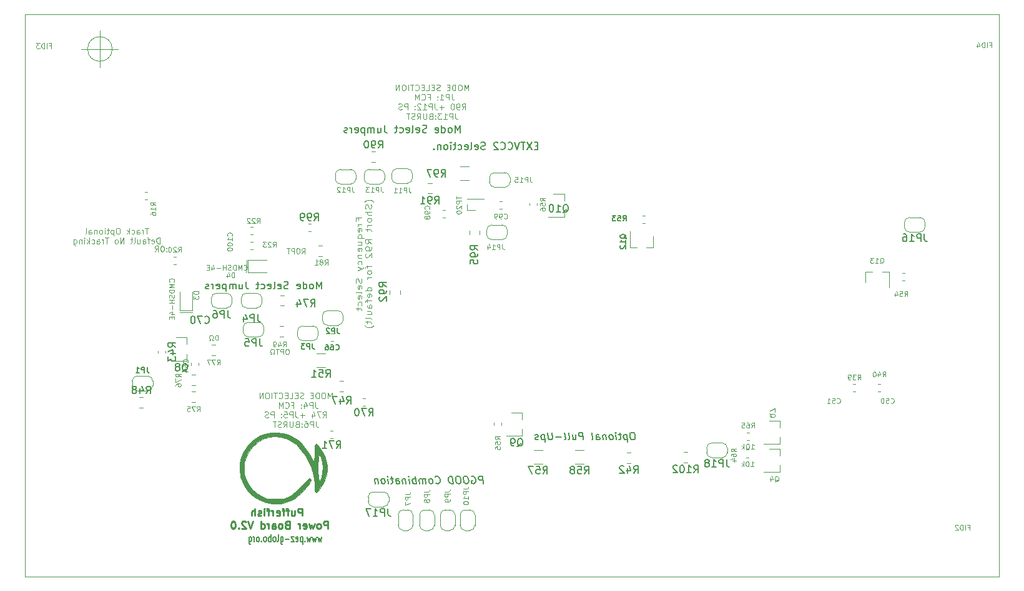
<source format=gbr>
G04 #@! TF.GenerationSoftware,KiCad,Pcbnew,(5.1.2)-1*
G04 #@! TF.CreationDate,2021-02-22T12:01:05+05:45*
G04 #@! TF.ProjectId,Pufferfish-Power-MCU,50756666-6572-4666-9973-682d506f7765,0.0*
G04 #@! TF.SameCoordinates,Original*
G04 #@! TF.FileFunction,Legend,Bot*
G04 #@! TF.FilePolarity,Positive*
%FSLAX46Y46*%
G04 Gerber Fmt 4.6, Leading zero omitted, Abs format (unit mm)*
G04 Created by KiCad (PCBNEW (5.1.2)-1) date 2021-02-22 12:01:05*
%MOMM*%
%LPD*%
G04 APERTURE LIST*
%ADD10C,0.200000*%
%ADD11C,0.100000*%
%ADD12C,0.175000*%
%ADD13C,0.250000*%
%ADD14C,0.120000*%
%ADD15C,0.010000*%
%ADD16C,0.150000*%
G04 APERTURE END LIST*
D10*
X140675019Y-60881171D02*
X140341685Y-60881171D01*
X140198828Y-61404980D02*
X140675019Y-61404980D01*
X140675019Y-60404980D01*
X140198828Y-60404980D01*
X139865495Y-60404980D02*
X139198828Y-61404980D01*
X139198828Y-60404980D02*
X139865495Y-61404980D01*
X138960733Y-60404980D02*
X138389304Y-60404980D01*
X138675019Y-61404980D02*
X138675019Y-60404980D01*
X138198828Y-60404980D02*
X137865495Y-61404980D01*
X137532161Y-60404980D01*
X136627400Y-61309742D02*
X136675019Y-61357361D01*
X136817876Y-61404980D01*
X136913114Y-61404980D01*
X137055971Y-61357361D01*
X137151209Y-61262123D01*
X137198828Y-61166885D01*
X137246447Y-60976409D01*
X137246447Y-60833552D01*
X137198828Y-60643076D01*
X137151209Y-60547838D01*
X137055971Y-60452600D01*
X136913114Y-60404980D01*
X136817876Y-60404980D01*
X136675019Y-60452600D01*
X136627400Y-60500219D01*
X135627400Y-61309742D02*
X135675019Y-61357361D01*
X135817876Y-61404980D01*
X135913114Y-61404980D01*
X136055971Y-61357361D01*
X136151209Y-61262123D01*
X136198828Y-61166885D01*
X136246447Y-60976409D01*
X136246447Y-60833552D01*
X136198828Y-60643076D01*
X136151209Y-60547838D01*
X136055971Y-60452600D01*
X135913114Y-60404980D01*
X135817876Y-60404980D01*
X135675019Y-60452600D01*
X135627400Y-60500219D01*
X135246447Y-60500219D02*
X135198828Y-60452600D01*
X135103590Y-60404980D01*
X134865495Y-60404980D01*
X134770257Y-60452600D01*
X134722638Y-60500219D01*
X134675019Y-60595457D01*
X134675019Y-60690695D01*
X134722638Y-60833552D01*
X135294066Y-61404980D01*
X134675019Y-61404980D01*
X133532161Y-61357361D02*
X133389304Y-61404980D01*
X133151209Y-61404980D01*
X133055971Y-61357361D01*
X133008352Y-61309742D01*
X132960733Y-61214504D01*
X132960733Y-61119266D01*
X133008352Y-61024028D01*
X133055971Y-60976409D01*
X133151209Y-60928790D01*
X133341685Y-60881171D01*
X133436923Y-60833552D01*
X133484542Y-60785933D01*
X133532161Y-60690695D01*
X133532161Y-60595457D01*
X133484542Y-60500219D01*
X133436923Y-60452600D01*
X133341685Y-60404980D01*
X133103590Y-60404980D01*
X132960733Y-60452600D01*
X132151209Y-61357361D02*
X132246447Y-61404980D01*
X132436923Y-61404980D01*
X132532161Y-61357361D01*
X132579780Y-61262123D01*
X132579780Y-60881171D01*
X132532161Y-60785933D01*
X132436923Y-60738314D01*
X132246447Y-60738314D01*
X132151209Y-60785933D01*
X132103590Y-60881171D01*
X132103590Y-60976409D01*
X132579780Y-61071647D01*
X131532161Y-61404980D02*
X131627400Y-61357361D01*
X131675019Y-61262123D01*
X131675019Y-60404980D01*
X130770257Y-61357361D02*
X130865495Y-61404980D01*
X131055971Y-61404980D01*
X131151209Y-61357361D01*
X131198828Y-61262123D01*
X131198828Y-60881171D01*
X131151209Y-60785933D01*
X131055971Y-60738314D01*
X130865495Y-60738314D01*
X130770257Y-60785933D01*
X130722638Y-60881171D01*
X130722638Y-60976409D01*
X131198828Y-61071647D01*
X129865495Y-61357361D02*
X129960733Y-61404980D01*
X130151209Y-61404980D01*
X130246447Y-61357361D01*
X130294066Y-61309742D01*
X130341685Y-61214504D01*
X130341685Y-60928790D01*
X130294066Y-60833552D01*
X130246447Y-60785933D01*
X130151209Y-60738314D01*
X129960733Y-60738314D01*
X129865495Y-60785933D01*
X129579780Y-60738314D02*
X129198828Y-60738314D01*
X129436923Y-60404980D02*
X129436923Y-61262123D01*
X129389304Y-61357361D01*
X129294066Y-61404980D01*
X129198828Y-61404980D01*
X128865495Y-61404980D02*
X128865495Y-60738314D01*
X128865495Y-60404980D02*
X128913114Y-60452600D01*
X128865495Y-60500219D01*
X128817876Y-60452600D01*
X128865495Y-60404980D01*
X128865495Y-60500219D01*
X128246447Y-61404980D02*
X128341685Y-61357361D01*
X128389304Y-61309742D01*
X128436923Y-61214504D01*
X128436923Y-60928790D01*
X128389304Y-60833552D01*
X128341685Y-60785933D01*
X128246447Y-60738314D01*
X128103590Y-60738314D01*
X128008352Y-60785933D01*
X127960733Y-60833552D01*
X127913114Y-60928790D01*
X127913114Y-61214504D01*
X127960733Y-61309742D01*
X128008352Y-61357361D01*
X128103590Y-61404980D01*
X128246447Y-61404980D01*
X127484542Y-60738314D02*
X127484542Y-61404980D01*
X127484542Y-60833552D02*
X127436923Y-60785933D01*
X127341685Y-60738314D01*
X127198828Y-60738314D01*
X127103590Y-60785933D01*
X127055971Y-60881171D01*
X127055971Y-61404980D01*
X126579780Y-61309742D02*
X126532161Y-61357361D01*
X126579780Y-61404980D01*
X126627400Y-61357361D01*
X126579780Y-61309742D01*
X126579780Y-61404980D01*
D11*
X203212700Y-114388900D02*
X203212700Y-119388900D01*
X71094600Y-114401600D02*
X71094600Y-119401600D01*
D10*
X111333333Y-80335380D02*
X111333333Y-79335380D01*
X111000000Y-80049666D01*
X110666666Y-79335380D01*
X110666666Y-80335380D01*
X110047619Y-80335380D02*
X110142857Y-80287761D01*
X110190476Y-80240142D01*
X110238095Y-80144904D01*
X110238095Y-79859190D01*
X110190476Y-79763952D01*
X110142857Y-79716333D01*
X110047619Y-79668714D01*
X109904761Y-79668714D01*
X109809523Y-79716333D01*
X109761904Y-79763952D01*
X109714285Y-79859190D01*
X109714285Y-80144904D01*
X109761904Y-80240142D01*
X109809523Y-80287761D01*
X109904761Y-80335380D01*
X110047619Y-80335380D01*
X108857142Y-80335380D02*
X108857142Y-79335380D01*
X108857142Y-80287761D02*
X108952380Y-80335380D01*
X109142857Y-80335380D01*
X109238095Y-80287761D01*
X109285714Y-80240142D01*
X109333333Y-80144904D01*
X109333333Y-79859190D01*
X109285714Y-79763952D01*
X109238095Y-79716333D01*
X109142857Y-79668714D01*
X108952380Y-79668714D01*
X108857142Y-79716333D01*
X108000000Y-80287761D02*
X108095238Y-80335380D01*
X108285714Y-80335380D01*
X108380952Y-80287761D01*
X108428571Y-80192523D01*
X108428571Y-79811571D01*
X108380952Y-79716333D01*
X108285714Y-79668714D01*
X108095238Y-79668714D01*
X108000000Y-79716333D01*
X107952380Y-79811571D01*
X107952380Y-79906809D01*
X108428571Y-80002047D01*
X106809523Y-80287761D02*
X106666666Y-80335380D01*
X106428571Y-80335380D01*
X106333333Y-80287761D01*
X106285714Y-80240142D01*
X106238095Y-80144904D01*
X106238095Y-80049666D01*
X106285714Y-79954428D01*
X106333333Y-79906809D01*
X106428571Y-79859190D01*
X106619047Y-79811571D01*
X106714285Y-79763952D01*
X106761904Y-79716333D01*
X106809523Y-79621095D01*
X106809523Y-79525857D01*
X106761904Y-79430619D01*
X106714285Y-79383000D01*
X106619047Y-79335380D01*
X106380952Y-79335380D01*
X106238095Y-79383000D01*
X105428571Y-80287761D02*
X105523809Y-80335380D01*
X105714285Y-80335380D01*
X105809523Y-80287761D01*
X105857142Y-80192523D01*
X105857142Y-79811571D01*
X105809523Y-79716333D01*
X105714285Y-79668714D01*
X105523809Y-79668714D01*
X105428571Y-79716333D01*
X105380952Y-79811571D01*
X105380952Y-79906809D01*
X105857142Y-80002047D01*
X104809523Y-80335380D02*
X104904761Y-80287761D01*
X104952380Y-80192523D01*
X104952380Y-79335380D01*
X104047619Y-80287761D02*
X104142857Y-80335380D01*
X104333333Y-80335380D01*
X104428571Y-80287761D01*
X104476190Y-80192523D01*
X104476190Y-79811571D01*
X104428571Y-79716333D01*
X104333333Y-79668714D01*
X104142857Y-79668714D01*
X104047619Y-79716333D01*
X104000000Y-79811571D01*
X104000000Y-79906809D01*
X104476190Y-80002047D01*
X103142857Y-80287761D02*
X103238095Y-80335380D01*
X103428571Y-80335380D01*
X103523809Y-80287761D01*
X103571428Y-80240142D01*
X103619047Y-80144904D01*
X103619047Y-79859190D01*
X103571428Y-79763952D01*
X103523809Y-79716333D01*
X103428571Y-79668714D01*
X103238095Y-79668714D01*
X103142857Y-79716333D01*
X102857142Y-79668714D02*
X102476190Y-79668714D01*
X102714285Y-79335380D02*
X102714285Y-80192523D01*
X102666666Y-80287761D01*
X102571428Y-80335380D01*
X102476190Y-80335380D01*
X101095238Y-79335380D02*
X101095238Y-80049666D01*
X101142857Y-80192523D01*
X101238095Y-80287761D01*
X101380952Y-80335380D01*
X101476190Y-80335380D01*
X100190476Y-79668714D02*
X100190476Y-80335380D01*
X100619047Y-79668714D02*
X100619047Y-80192523D01*
X100571428Y-80287761D01*
X100476190Y-80335380D01*
X100333333Y-80335380D01*
X100238095Y-80287761D01*
X100190476Y-80240142D01*
X99714285Y-80335380D02*
X99714285Y-79668714D01*
X99714285Y-79763952D02*
X99666666Y-79716333D01*
X99571428Y-79668714D01*
X99428571Y-79668714D01*
X99333333Y-79716333D01*
X99285714Y-79811571D01*
X99285714Y-80335380D01*
X99285714Y-79811571D02*
X99238095Y-79716333D01*
X99142857Y-79668714D01*
X99000000Y-79668714D01*
X98904761Y-79716333D01*
X98857142Y-79811571D01*
X98857142Y-80335380D01*
X98380952Y-79668714D02*
X98380952Y-80668714D01*
X98380952Y-79716333D02*
X98285714Y-79668714D01*
X98095238Y-79668714D01*
X98000000Y-79716333D01*
X97952380Y-79763952D01*
X97904761Y-79859190D01*
X97904761Y-80144904D01*
X97952380Y-80240142D01*
X98000000Y-80287761D01*
X98095238Y-80335380D01*
X98285714Y-80335380D01*
X98380952Y-80287761D01*
X97095238Y-80287761D02*
X97190476Y-80335380D01*
X97380952Y-80335380D01*
X97476190Y-80287761D01*
X97523809Y-80192523D01*
X97523809Y-79811571D01*
X97476190Y-79716333D01*
X97380952Y-79668714D01*
X97190476Y-79668714D01*
X97095238Y-79716333D01*
X97047619Y-79811571D01*
X97047619Y-79906809D01*
X97523809Y-80002047D01*
X96619047Y-80335380D02*
X96619047Y-79668714D01*
X96619047Y-79859190D02*
X96571428Y-79763952D01*
X96523809Y-79716333D01*
X96428571Y-79668714D01*
X96333333Y-79668714D01*
X96047619Y-80287761D02*
X95952380Y-80335380D01*
X95761904Y-80335380D01*
X95666666Y-80287761D01*
X95619047Y-80192523D01*
X95619047Y-80144904D01*
X95666666Y-80049666D01*
X95761904Y-80002047D01*
X95904761Y-80002047D01*
X96000000Y-79954428D01*
X96047619Y-79859190D01*
X96047619Y-79811571D01*
X96000000Y-79716333D01*
X95904761Y-79668714D01*
X95761904Y-79668714D01*
X95666666Y-79716333D01*
D11*
X82946666Y-47752000D02*
G75*
G03X82946666Y-47752000I-1666666J0D01*
G01*
X78780000Y-47752000D02*
X83780000Y-47752000D01*
X81280000Y-45252000D02*
X81280000Y-50252000D01*
X71094600Y-114401600D02*
X71094600Y-43065700D01*
X203212700Y-119388900D02*
X71094600Y-119401600D01*
X203225400Y-43065700D02*
X203212700Y-114388900D01*
X71094600Y-43065700D02*
X203225400Y-43065700D01*
D10*
X133274780Y-106774980D02*
X133149780Y-105774980D01*
X132768828Y-105774980D01*
X132679542Y-105822600D01*
X132637876Y-105870219D01*
X132602161Y-105965457D01*
X132620019Y-106108314D01*
X132679542Y-106203552D01*
X132733114Y-106251171D01*
X132834304Y-106298790D01*
X133215257Y-106298790D01*
X131631923Y-105822600D02*
X131721209Y-105774980D01*
X131864066Y-105774980D01*
X132012876Y-105822600D01*
X132120019Y-105917838D01*
X132179542Y-106013076D01*
X132250971Y-106203552D01*
X132268828Y-106346409D01*
X132245019Y-106536885D01*
X132209304Y-106632123D01*
X132125971Y-106727361D01*
X131989066Y-106774980D01*
X131893828Y-106774980D01*
X131745019Y-106727361D01*
X131691447Y-106679742D01*
X131649780Y-106346409D01*
X131840257Y-106346409D01*
X130959304Y-105774980D02*
X130768828Y-105774980D01*
X130679542Y-105822600D01*
X130596209Y-105917838D01*
X130572400Y-106108314D01*
X130614066Y-106441647D01*
X130685495Y-106632123D01*
X130792638Y-106727361D01*
X130893828Y-106774980D01*
X131084304Y-106774980D01*
X131173590Y-106727361D01*
X131256923Y-106632123D01*
X131280733Y-106441647D01*
X131239066Y-106108314D01*
X131167638Y-105917838D01*
X131060495Y-105822600D01*
X130959304Y-105774980D01*
X129911685Y-105774980D02*
X129721209Y-105774980D01*
X129631923Y-105822600D01*
X129548590Y-105917838D01*
X129524780Y-106108314D01*
X129566447Y-106441647D01*
X129637876Y-106632123D01*
X129745019Y-106727361D01*
X129846209Y-106774980D01*
X130036685Y-106774980D01*
X130125971Y-106727361D01*
X130209304Y-106632123D01*
X130233114Y-106441647D01*
X130191447Y-106108314D01*
X130120019Y-105917838D01*
X130012876Y-105822600D01*
X129911685Y-105774980D01*
X129179542Y-106774980D02*
X129054542Y-105774980D01*
X128816447Y-105774980D01*
X128679542Y-105822600D01*
X128596209Y-105917838D01*
X128560495Y-106013076D01*
X128536685Y-106203552D01*
X128554542Y-106346409D01*
X128625971Y-106536885D01*
X128685495Y-106632123D01*
X128792638Y-106727361D01*
X128941447Y-106774980D01*
X129179542Y-106774980D01*
X126834304Y-106679742D02*
X126887876Y-106727361D01*
X127036685Y-106774980D01*
X127131923Y-106774980D01*
X127268828Y-106727361D01*
X127352161Y-106632123D01*
X127387876Y-106536885D01*
X127411685Y-106346409D01*
X127393828Y-106203552D01*
X127322400Y-106013076D01*
X127262876Y-105917838D01*
X127155733Y-105822600D01*
X127006923Y-105774980D01*
X126911685Y-105774980D01*
X126774780Y-105822600D01*
X126733114Y-105870219D01*
X126274780Y-106774980D02*
X126364066Y-106727361D01*
X126405733Y-106679742D01*
X126441447Y-106584504D01*
X126405733Y-106298790D01*
X126346209Y-106203552D01*
X126292638Y-106155933D01*
X126191447Y-106108314D01*
X126048590Y-106108314D01*
X125959304Y-106155933D01*
X125917638Y-106203552D01*
X125881923Y-106298790D01*
X125917638Y-106584504D01*
X125977161Y-106679742D01*
X126030733Y-106727361D01*
X126131923Y-106774980D01*
X126274780Y-106774980D01*
X125512876Y-106774980D02*
X125429542Y-106108314D01*
X125441447Y-106203552D02*
X125387876Y-106155933D01*
X125286685Y-106108314D01*
X125143828Y-106108314D01*
X125054542Y-106155933D01*
X125018828Y-106251171D01*
X125084304Y-106774980D01*
X125018828Y-106251171D02*
X124959304Y-106155933D01*
X124858114Y-106108314D01*
X124715257Y-106108314D01*
X124625971Y-106155933D01*
X124590257Y-106251171D01*
X124655733Y-106774980D01*
X124179542Y-106774980D02*
X124054542Y-105774980D01*
X124102161Y-106155933D02*
X124000971Y-106108314D01*
X123810495Y-106108314D01*
X123721209Y-106155933D01*
X123679542Y-106203552D01*
X123643828Y-106298790D01*
X123679542Y-106584504D01*
X123739066Y-106679742D01*
X123792638Y-106727361D01*
X123893828Y-106774980D01*
X124084304Y-106774980D01*
X124173590Y-106727361D01*
X123274780Y-106774980D02*
X123191447Y-106108314D01*
X123149780Y-105774980D02*
X123203352Y-105822600D01*
X123161685Y-105870219D01*
X123108114Y-105822600D01*
X123149780Y-105774980D01*
X123161685Y-105870219D01*
X122715257Y-106108314D02*
X122798590Y-106774980D01*
X122727161Y-106203552D02*
X122673590Y-106155933D01*
X122572400Y-106108314D01*
X122429542Y-106108314D01*
X122340257Y-106155933D01*
X122304542Y-106251171D01*
X122370019Y-106774980D01*
X121465257Y-106774980D02*
X121399780Y-106251171D01*
X121435495Y-106155933D01*
X121524780Y-106108314D01*
X121715257Y-106108314D01*
X121816447Y-106155933D01*
X121459304Y-106727361D02*
X121560495Y-106774980D01*
X121798590Y-106774980D01*
X121887876Y-106727361D01*
X121923590Y-106632123D01*
X121911685Y-106536885D01*
X121852161Y-106441647D01*
X121750971Y-106394028D01*
X121512876Y-106394028D01*
X121411685Y-106346409D01*
X121048590Y-106108314D02*
X120667638Y-106108314D01*
X120864066Y-105774980D02*
X120971209Y-106632123D01*
X120935495Y-106727361D01*
X120846209Y-106774980D01*
X120750971Y-106774980D01*
X120417638Y-106774980D02*
X120334304Y-106108314D01*
X120292638Y-105774980D02*
X120346209Y-105822600D01*
X120304542Y-105870219D01*
X120250971Y-105822600D01*
X120292638Y-105774980D01*
X120304542Y-105870219D01*
X119798590Y-106774980D02*
X119887876Y-106727361D01*
X119929542Y-106679742D01*
X119965257Y-106584504D01*
X119929542Y-106298790D01*
X119870019Y-106203552D01*
X119816447Y-106155933D01*
X119715257Y-106108314D01*
X119572400Y-106108314D01*
X119483114Y-106155933D01*
X119441447Y-106203552D01*
X119405733Y-106298790D01*
X119441447Y-106584504D01*
X119500971Y-106679742D01*
X119554542Y-106727361D01*
X119655733Y-106774980D01*
X119798590Y-106774980D01*
X118953352Y-106108314D02*
X119036685Y-106774980D01*
X118965257Y-106203552D02*
X118911685Y-106155933D01*
X118810495Y-106108314D01*
X118667638Y-106108314D01*
X118578352Y-106155933D01*
X118542638Y-106251171D01*
X118608114Y-106774980D01*
D11*
X131251685Y-53384504D02*
X131251685Y-52584504D01*
X130985019Y-53155933D01*
X130718352Y-52584504D01*
X130718352Y-53384504D01*
X130185019Y-52584504D02*
X130032638Y-52584504D01*
X129956447Y-52622600D01*
X129880257Y-52698790D01*
X129842161Y-52851171D01*
X129842161Y-53117838D01*
X129880257Y-53270219D01*
X129956447Y-53346409D01*
X130032638Y-53384504D01*
X130185019Y-53384504D01*
X130261209Y-53346409D01*
X130337400Y-53270219D01*
X130375495Y-53117838D01*
X130375495Y-52851171D01*
X130337400Y-52698790D01*
X130261209Y-52622600D01*
X130185019Y-52584504D01*
X129499304Y-53384504D02*
X129499304Y-52584504D01*
X129308828Y-52584504D01*
X129194542Y-52622600D01*
X129118352Y-52698790D01*
X129080257Y-52774980D01*
X129042161Y-52927361D01*
X129042161Y-53041647D01*
X129080257Y-53194028D01*
X129118352Y-53270219D01*
X129194542Y-53346409D01*
X129308828Y-53384504D01*
X129499304Y-53384504D01*
X128699304Y-52965457D02*
X128432638Y-52965457D01*
X128318352Y-53384504D02*
X128699304Y-53384504D01*
X128699304Y-52584504D01*
X128318352Y-52584504D01*
X127404066Y-53346409D02*
X127289780Y-53384504D01*
X127099304Y-53384504D01*
X127023114Y-53346409D01*
X126985019Y-53308314D01*
X126946923Y-53232123D01*
X126946923Y-53155933D01*
X126985019Y-53079742D01*
X127023114Y-53041647D01*
X127099304Y-53003552D01*
X127251685Y-52965457D01*
X127327876Y-52927361D01*
X127365971Y-52889266D01*
X127404066Y-52813076D01*
X127404066Y-52736885D01*
X127365971Y-52660695D01*
X127327876Y-52622600D01*
X127251685Y-52584504D01*
X127061209Y-52584504D01*
X126946923Y-52622600D01*
X126604066Y-52965457D02*
X126337400Y-52965457D01*
X126223114Y-53384504D02*
X126604066Y-53384504D01*
X126604066Y-52584504D01*
X126223114Y-52584504D01*
X125499304Y-53384504D02*
X125880257Y-53384504D01*
X125880257Y-52584504D01*
X125232638Y-52965457D02*
X124965971Y-52965457D01*
X124851685Y-53384504D02*
X125232638Y-53384504D01*
X125232638Y-52584504D01*
X124851685Y-52584504D01*
X124051685Y-53308314D02*
X124089780Y-53346409D01*
X124204066Y-53384504D01*
X124280257Y-53384504D01*
X124394542Y-53346409D01*
X124470733Y-53270219D01*
X124508828Y-53194028D01*
X124546923Y-53041647D01*
X124546923Y-52927361D01*
X124508828Y-52774980D01*
X124470733Y-52698790D01*
X124394542Y-52622600D01*
X124280257Y-52584504D01*
X124204066Y-52584504D01*
X124089780Y-52622600D01*
X124051685Y-52660695D01*
X123823114Y-52584504D02*
X123365971Y-52584504D01*
X123594542Y-53384504D02*
X123594542Y-52584504D01*
X123099304Y-53384504D02*
X123099304Y-52584504D01*
X122565971Y-52584504D02*
X122413590Y-52584504D01*
X122337400Y-52622600D01*
X122261209Y-52698790D01*
X122223114Y-52851171D01*
X122223114Y-53117838D01*
X122261209Y-53270219D01*
X122337400Y-53346409D01*
X122413590Y-53384504D01*
X122565971Y-53384504D01*
X122642161Y-53346409D01*
X122718352Y-53270219D01*
X122756447Y-53117838D01*
X122756447Y-52851171D01*
X122718352Y-52698790D01*
X122642161Y-52622600D01*
X122565971Y-52584504D01*
X121880257Y-53384504D02*
X121880257Y-52584504D01*
X121423114Y-53384504D01*
X121423114Y-52584504D01*
X129004066Y-53884504D02*
X129004066Y-54455933D01*
X129042161Y-54570219D01*
X129118352Y-54646409D01*
X129232638Y-54684504D01*
X129308828Y-54684504D01*
X128623114Y-54684504D02*
X128623114Y-53884504D01*
X128318352Y-53884504D01*
X128242161Y-53922600D01*
X128204066Y-53960695D01*
X128165971Y-54036885D01*
X128165971Y-54151171D01*
X128204066Y-54227361D01*
X128242161Y-54265457D01*
X128318352Y-54303552D01*
X128623114Y-54303552D01*
X127404066Y-54684504D02*
X127861209Y-54684504D01*
X127632638Y-54684504D02*
X127632638Y-53884504D01*
X127708828Y-53998790D01*
X127785019Y-54074980D01*
X127861209Y-54113076D01*
X127061209Y-54608314D02*
X127023114Y-54646409D01*
X127061209Y-54684504D01*
X127099304Y-54646409D01*
X127061209Y-54608314D01*
X127061209Y-54684504D01*
X127061209Y-54189266D02*
X127023114Y-54227361D01*
X127061209Y-54265457D01*
X127099304Y-54227361D01*
X127061209Y-54189266D01*
X127061209Y-54265457D01*
X125804066Y-54265457D02*
X126070733Y-54265457D01*
X126070733Y-54684504D02*
X126070733Y-53884504D01*
X125689780Y-53884504D01*
X124927876Y-54608314D02*
X124965971Y-54646409D01*
X125080257Y-54684504D01*
X125156447Y-54684504D01*
X125270733Y-54646409D01*
X125346923Y-54570219D01*
X125385019Y-54494028D01*
X125423114Y-54341647D01*
X125423114Y-54227361D01*
X125385019Y-54074980D01*
X125346923Y-53998790D01*
X125270733Y-53922600D01*
X125156447Y-53884504D01*
X125080257Y-53884504D01*
X124965971Y-53922600D01*
X124927876Y-53960695D01*
X124585019Y-54684504D02*
X124585019Y-53884504D01*
X124318352Y-54455933D01*
X124051685Y-53884504D01*
X124051685Y-54684504D01*
X130394542Y-55984504D02*
X130661209Y-55603552D01*
X130851685Y-55984504D02*
X130851685Y-55184504D01*
X130546923Y-55184504D01*
X130470733Y-55222600D01*
X130432638Y-55260695D01*
X130394542Y-55336885D01*
X130394542Y-55451171D01*
X130432638Y-55527361D01*
X130470733Y-55565457D01*
X130546923Y-55603552D01*
X130851685Y-55603552D01*
X130013590Y-55984504D02*
X129861209Y-55984504D01*
X129785019Y-55946409D01*
X129746923Y-55908314D01*
X129670733Y-55794028D01*
X129632638Y-55641647D01*
X129632638Y-55336885D01*
X129670733Y-55260695D01*
X129708828Y-55222600D01*
X129785019Y-55184504D01*
X129937400Y-55184504D01*
X130013590Y-55222600D01*
X130051685Y-55260695D01*
X130089780Y-55336885D01*
X130089780Y-55527361D01*
X130051685Y-55603552D01*
X130013590Y-55641647D01*
X129937400Y-55679742D01*
X129785019Y-55679742D01*
X129708828Y-55641647D01*
X129670733Y-55603552D01*
X129632638Y-55527361D01*
X129137400Y-55184504D02*
X129061209Y-55184504D01*
X128985019Y-55222600D01*
X128946923Y-55260695D01*
X128908828Y-55336885D01*
X128870733Y-55489266D01*
X128870733Y-55679742D01*
X128908828Y-55832123D01*
X128946923Y-55908314D01*
X128985019Y-55946409D01*
X129061209Y-55984504D01*
X129137400Y-55984504D01*
X129213590Y-55946409D01*
X129251685Y-55908314D01*
X129289780Y-55832123D01*
X129327876Y-55679742D01*
X129327876Y-55489266D01*
X129289780Y-55336885D01*
X129251685Y-55260695D01*
X129213590Y-55222600D01*
X129137400Y-55184504D01*
X127918352Y-55679742D02*
X127308828Y-55679742D01*
X127613590Y-55984504D02*
X127613590Y-55374980D01*
X126699304Y-55184504D02*
X126699304Y-55755933D01*
X126737400Y-55870219D01*
X126813590Y-55946409D01*
X126927876Y-55984504D01*
X127004066Y-55984504D01*
X126318352Y-55984504D02*
X126318352Y-55184504D01*
X126013590Y-55184504D01*
X125937400Y-55222600D01*
X125899304Y-55260695D01*
X125861209Y-55336885D01*
X125861209Y-55451171D01*
X125899304Y-55527361D01*
X125937400Y-55565457D01*
X126013590Y-55603552D01*
X126318352Y-55603552D01*
X125099304Y-55984504D02*
X125556447Y-55984504D01*
X125327876Y-55984504D02*
X125327876Y-55184504D01*
X125404066Y-55298790D01*
X125480257Y-55374980D01*
X125556447Y-55413076D01*
X124794542Y-55260695D02*
X124756447Y-55222600D01*
X124680257Y-55184504D01*
X124489780Y-55184504D01*
X124413590Y-55222600D01*
X124375495Y-55260695D01*
X124337400Y-55336885D01*
X124337400Y-55413076D01*
X124375495Y-55527361D01*
X124832638Y-55984504D01*
X124337400Y-55984504D01*
X123994542Y-55908314D02*
X123956447Y-55946409D01*
X123994542Y-55984504D01*
X124032638Y-55946409D01*
X123994542Y-55908314D01*
X123994542Y-55984504D01*
X123994542Y-55489266D02*
X123956447Y-55527361D01*
X123994542Y-55565457D01*
X124032638Y-55527361D01*
X123994542Y-55489266D01*
X123994542Y-55565457D01*
X123004066Y-55984504D02*
X123004066Y-55184504D01*
X122699304Y-55184504D01*
X122623114Y-55222600D01*
X122585019Y-55260695D01*
X122546923Y-55336885D01*
X122546923Y-55451171D01*
X122585019Y-55527361D01*
X122623114Y-55565457D01*
X122699304Y-55603552D01*
X123004066Y-55603552D01*
X122242161Y-55946409D02*
X122127876Y-55984504D01*
X121937400Y-55984504D01*
X121861209Y-55946409D01*
X121823114Y-55908314D01*
X121785019Y-55832123D01*
X121785019Y-55755933D01*
X121823114Y-55679742D01*
X121861209Y-55641647D01*
X121937400Y-55603552D01*
X122089780Y-55565457D01*
X122165971Y-55527361D01*
X122204066Y-55489266D01*
X122242161Y-55413076D01*
X122242161Y-55336885D01*
X122204066Y-55260695D01*
X122165971Y-55222600D01*
X122089780Y-55184504D01*
X121899304Y-55184504D01*
X121785019Y-55222600D01*
X129480257Y-56484504D02*
X129480257Y-57055933D01*
X129518352Y-57170219D01*
X129594542Y-57246409D01*
X129708828Y-57284504D01*
X129785019Y-57284504D01*
X129099304Y-57284504D02*
X129099304Y-56484504D01*
X128794542Y-56484504D01*
X128718352Y-56522600D01*
X128680257Y-56560695D01*
X128642161Y-56636885D01*
X128642161Y-56751171D01*
X128680257Y-56827361D01*
X128718352Y-56865457D01*
X128794542Y-56903552D01*
X129099304Y-56903552D01*
X127880257Y-57284504D02*
X128337400Y-57284504D01*
X128108828Y-57284504D02*
X128108828Y-56484504D01*
X128185019Y-56598790D01*
X128261209Y-56674980D01*
X128337400Y-56713076D01*
X127613590Y-56484504D02*
X127118352Y-56484504D01*
X127385019Y-56789266D01*
X127270733Y-56789266D01*
X127194542Y-56827361D01*
X127156447Y-56865457D01*
X127118352Y-56941647D01*
X127118352Y-57132123D01*
X127156447Y-57208314D01*
X127194542Y-57246409D01*
X127270733Y-57284504D01*
X127499304Y-57284504D01*
X127575495Y-57246409D01*
X127613590Y-57208314D01*
X126775495Y-57208314D02*
X126737400Y-57246409D01*
X126775495Y-57284504D01*
X126813590Y-57246409D01*
X126775495Y-57208314D01*
X126775495Y-57284504D01*
X126775495Y-56789266D02*
X126737400Y-56827361D01*
X126775495Y-56865457D01*
X126813590Y-56827361D01*
X126775495Y-56789266D01*
X126775495Y-56865457D01*
X126127876Y-56865457D02*
X126013590Y-56903552D01*
X125975495Y-56941647D01*
X125937400Y-57017838D01*
X125937400Y-57132123D01*
X125975495Y-57208314D01*
X126013590Y-57246409D01*
X126089780Y-57284504D01*
X126394542Y-57284504D01*
X126394542Y-56484504D01*
X126127876Y-56484504D01*
X126051685Y-56522600D01*
X126013590Y-56560695D01*
X125975495Y-56636885D01*
X125975495Y-56713076D01*
X126013590Y-56789266D01*
X126051685Y-56827361D01*
X126127876Y-56865457D01*
X126394542Y-56865457D01*
X125594542Y-56484504D02*
X125594542Y-57132123D01*
X125556447Y-57208314D01*
X125518352Y-57246409D01*
X125442161Y-57284504D01*
X125289780Y-57284504D01*
X125213590Y-57246409D01*
X125175495Y-57208314D01*
X125137400Y-57132123D01*
X125137400Y-56484504D01*
X124299304Y-57284504D02*
X124565971Y-56903552D01*
X124756447Y-57284504D02*
X124756447Y-56484504D01*
X124451685Y-56484504D01*
X124375495Y-56522600D01*
X124337400Y-56560695D01*
X124299304Y-56636885D01*
X124299304Y-56751171D01*
X124337400Y-56827361D01*
X124375495Y-56865457D01*
X124451685Y-56903552D01*
X124756447Y-56903552D01*
X123994542Y-57246409D02*
X123880257Y-57284504D01*
X123689780Y-57284504D01*
X123613590Y-57246409D01*
X123575495Y-57208314D01*
X123537400Y-57132123D01*
X123537400Y-57055933D01*
X123575495Y-56979742D01*
X123613590Y-56941647D01*
X123689780Y-56903552D01*
X123842161Y-56865457D01*
X123918352Y-56827361D01*
X123956447Y-56789266D01*
X123994542Y-56713076D01*
X123994542Y-56636885D01*
X123956447Y-56560695D01*
X123918352Y-56522600D01*
X123842161Y-56484504D01*
X123651685Y-56484504D01*
X123537400Y-56522600D01*
X123308828Y-56484504D02*
X122851685Y-56484504D01*
X123080257Y-57284504D02*
X123080257Y-56484504D01*
D10*
X130110733Y-59104980D02*
X130110733Y-58104980D01*
X129777400Y-58819266D01*
X129444066Y-58104980D01*
X129444066Y-59104980D01*
X128825019Y-59104980D02*
X128920257Y-59057361D01*
X128967876Y-59009742D01*
X129015495Y-58914504D01*
X129015495Y-58628790D01*
X128967876Y-58533552D01*
X128920257Y-58485933D01*
X128825019Y-58438314D01*
X128682161Y-58438314D01*
X128586923Y-58485933D01*
X128539304Y-58533552D01*
X128491685Y-58628790D01*
X128491685Y-58914504D01*
X128539304Y-59009742D01*
X128586923Y-59057361D01*
X128682161Y-59104980D01*
X128825019Y-59104980D01*
X127634542Y-59104980D02*
X127634542Y-58104980D01*
X127634542Y-59057361D02*
X127729780Y-59104980D01*
X127920257Y-59104980D01*
X128015495Y-59057361D01*
X128063114Y-59009742D01*
X128110733Y-58914504D01*
X128110733Y-58628790D01*
X128063114Y-58533552D01*
X128015495Y-58485933D01*
X127920257Y-58438314D01*
X127729780Y-58438314D01*
X127634542Y-58485933D01*
X126777400Y-59057361D02*
X126872638Y-59104980D01*
X127063114Y-59104980D01*
X127158352Y-59057361D01*
X127205971Y-58962123D01*
X127205971Y-58581171D01*
X127158352Y-58485933D01*
X127063114Y-58438314D01*
X126872638Y-58438314D01*
X126777400Y-58485933D01*
X126729780Y-58581171D01*
X126729780Y-58676409D01*
X127205971Y-58771647D01*
X125586923Y-59057361D02*
X125444066Y-59104980D01*
X125205971Y-59104980D01*
X125110733Y-59057361D01*
X125063114Y-59009742D01*
X125015495Y-58914504D01*
X125015495Y-58819266D01*
X125063114Y-58724028D01*
X125110733Y-58676409D01*
X125205971Y-58628790D01*
X125396447Y-58581171D01*
X125491685Y-58533552D01*
X125539304Y-58485933D01*
X125586923Y-58390695D01*
X125586923Y-58295457D01*
X125539304Y-58200219D01*
X125491685Y-58152600D01*
X125396447Y-58104980D01*
X125158352Y-58104980D01*
X125015495Y-58152600D01*
X124205971Y-59057361D02*
X124301209Y-59104980D01*
X124491685Y-59104980D01*
X124586923Y-59057361D01*
X124634542Y-58962123D01*
X124634542Y-58581171D01*
X124586923Y-58485933D01*
X124491685Y-58438314D01*
X124301209Y-58438314D01*
X124205971Y-58485933D01*
X124158352Y-58581171D01*
X124158352Y-58676409D01*
X124634542Y-58771647D01*
X123586923Y-59104980D02*
X123682161Y-59057361D01*
X123729780Y-58962123D01*
X123729780Y-58104980D01*
X122825019Y-59057361D02*
X122920257Y-59104980D01*
X123110733Y-59104980D01*
X123205971Y-59057361D01*
X123253590Y-58962123D01*
X123253590Y-58581171D01*
X123205971Y-58485933D01*
X123110733Y-58438314D01*
X122920257Y-58438314D01*
X122825019Y-58485933D01*
X122777400Y-58581171D01*
X122777400Y-58676409D01*
X123253590Y-58771647D01*
X121920257Y-59057361D02*
X122015495Y-59104980D01*
X122205971Y-59104980D01*
X122301209Y-59057361D01*
X122348828Y-59009742D01*
X122396447Y-58914504D01*
X122396447Y-58628790D01*
X122348828Y-58533552D01*
X122301209Y-58485933D01*
X122205971Y-58438314D01*
X122015495Y-58438314D01*
X121920257Y-58485933D01*
X121634542Y-58438314D02*
X121253590Y-58438314D01*
X121491685Y-58104980D02*
X121491685Y-58962123D01*
X121444066Y-59057361D01*
X121348828Y-59104980D01*
X121253590Y-59104980D01*
X119872638Y-58104980D02*
X119872638Y-58819266D01*
X119920257Y-58962123D01*
X120015495Y-59057361D01*
X120158352Y-59104980D01*
X120253590Y-59104980D01*
X118967876Y-58438314D02*
X118967876Y-59104980D01*
X119396447Y-58438314D02*
X119396447Y-58962123D01*
X119348828Y-59057361D01*
X119253590Y-59104980D01*
X119110733Y-59104980D01*
X119015495Y-59057361D01*
X118967876Y-59009742D01*
X118491685Y-59104980D02*
X118491685Y-58438314D01*
X118491685Y-58533552D02*
X118444066Y-58485933D01*
X118348828Y-58438314D01*
X118205971Y-58438314D01*
X118110733Y-58485933D01*
X118063114Y-58581171D01*
X118063114Y-59104980D01*
X118063114Y-58581171D02*
X118015495Y-58485933D01*
X117920257Y-58438314D01*
X117777400Y-58438314D01*
X117682161Y-58485933D01*
X117634542Y-58581171D01*
X117634542Y-59104980D01*
X117158352Y-58438314D02*
X117158352Y-59438314D01*
X117158352Y-58485933D02*
X117063114Y-58438314D01*
X116872638Y-58438314D01*
X116777400Y-58485933D01*
X116729780Y-58533552D01*
X116682161Y-58628790D01*
X116682161Y-58914504D01*
X116729780Y-59009742D01*
X116777400Y-59057361D01*
X116872638Y-59104980D01*
X117063114Y-59104980D01*
X117158352Y-59057361D01*
X115872638Y-59057361D02*
X115967876Y-59104980D01*
X116158352Y-59104980D01*
X116253590Y-59057361D01*
X116301209Y-58962123D01*
X116301209Y-58581171D01*
X116253590Y-58485933D01*
X116158352Y-58438314D01*
X115967876Y-58438314D01*
X115872638Y-58485933D01*
X115825019Y-58581171D01*
X115825019Y-58676409D01*
X116301209Y-58771647D01*
X115396447Y-59104980D02*
X115396447Y-58438314D01*
X115396447Y-58628790D02*
X115348828Y-58533552D01*
X115301209Y-58485933D01*
X115205971Y-58438314D01*
X115110733Y-58438314D01*
X114825019Y-59057361D02*
X114729780Y-59104980D01*
X114539304Y-59104980D01*
X114444066Y-59057361D01*
X114396447Y-58962123D01*
X114396447Y-58914504D01*
X114444066Y-58819266D01*
X114539304Y-58771647D01*
X114682161Y-58771647D01*
X114777400Y-58724028D01*
X114825019Y-58628790D01*
X114825019Y-58581171D01*
X114777400Y-58485933D01*
X114682161Y-58438314D01*
X114539304Y-58438314D01*
X114444066Y-58485933D01*
D11*
X116375257Y-71021647D02*
X116375257Y-70688314D01*
X116794304Y-70688314D02*
X115994304Y-70688314D01*
X115994304Y-71164504D01*
X116794304Y-71545457D02*
X116260971Y-71545457D01*
X116413352Y-71545457D02*
X116337161Y-71593076D01*
X116299066Y-71640695D01*
X116260971Y-71735933D01*
X116260971Y-71831171D01*
X116756209Y-72545457D02*
X116794304Y-72450219D01*
X116794304Y-72259742D01*
X116756209Y-72164504D01*
X116680019Y-72116885D01*
X116375257Y-72116885D01*
X116299066Y-72164504D01*
X116260971Y-72259742D01*
X116260971Y-72450219D01*
X116299066Y-72545457D01*
X116375257Y-72593076D01*
X116451447Y-72593076D01*
X116527638Y-72116885D01*
X116260971Y-73450219D02*
X117060971Y-73450219D01*
X116756209Y-73450219D02*
X116794304Y-73354980D01*
X116794304Y-73164504D01*
X116756209Y-73069266D01*
X116718114Y-73021647D01*
X116641923Y-72974028D01*
X116413352Y-72974028D01*
X116337161Y-73021647D01*
X116299066Y-73069266D01*
X116260971Y-73164504D01*
X116260971Y-73354980D01*
X116299066Y-73450219D01*
X116260971Y-74354980D02*
X116794304Y-74354980D01*
X116260971Y-73926409D02*
X116680019Y-73926409D01*
X116756209Y-73974028D01*
X116794304Y-74069266D01*
X116794304Y-74212123D01*
X116756209Y-74307361D01*
X116718114Y-74354980D01*
X116756209Y-75212123D02*
X116794304Y-75116885D01*
X116794304Y-74926409D01*
X116756209Y-74831171D01*
X116680019Y-74783552D01*
X116375257Y-74783552D01*
X116299066Y-74831171D01*
X116260971Y-74926409D01*
X116260971Y-75116885D01*
X116299066Y-75212123D01*
X116375257Y-75259742D01*
X116451447Y-75259742D01*
X116527638Y-74783552D01*
X116260971Y-75688314D02*
X116794304Y-75688314D01*
X116337161Y-75688314D02*
X116299066Y-75735933D01*
X116260971Y-75831171D01*
X116260971Y-75974028D01*
X116299066Y-76069266D01*
X116375257Y-76116885D01*
X116794304Y-76116885D01*
X116756209Y-77021647D02*
X116794304Y-76926409D01*
X116794304Y-76735933D01*
X116756209Y-76640695D01*
X116718114Y-76593076D01*
X116641923Y-76545457D01*
X116413352Y-76545457D01*
X116337161Y-76593076D01*
X116299066Y-76640695D01*
X116260971Y-76735933D01*
X116260971Y-76926409D01*
X116299066Y-77021647D01*
X116260971Y-77354980D02*
X116794304Y-77593076D01*
X116260971Y-77831171D02*
X116794304Y-77593076D01*
X116984780Y-77497838D01*
X117022876Y-77450219D01*
X117060971Y-77354980D01*
X116756209Y-78926409D02*
X116794304Y-79069266D01*
X116794304Y-79307361D01*
X116756209Y-79402600D01*
X116718114Y-79450219D01*
X116641923Y-79497838D01*
X116565733Y-79497838D01*
X116489542Y-79450219D01*
X116451447Y-79402600D01*
X116413352Y-79307361D01*
X116375257Y-79116885D01*
X116337161Y-79021647D01*
X116299066Y-78974028D01*
X116222876Y-78926409D01*
X116146685Y-78926409D01*
X116070495Y-78974028D01*
X116032400Y-79021647D01*
X115994304Y-79116885D01*
X115994304Y-79354980D01*
X116032400Y-79497838D01*
X116756209Y-80307361D02*
X116794304Y-80212123D01*
X116794304Y-80021647D01*
X116756209Y-79926409D01*
X116680019Y-79878790D01*
X116375257Y-79878790D01*
X116299066Y-79926409D01*
X116260971Y-80021647D01*
X116260971Y-80212123D01*
X116299066Y-80307361D01*
X116375257Y-80354980D01*
X116451447Y-80354980D01*
X116527638Y-79878790D01*
X116794304Y-80926409D02*
X116756209Y-80831171D01*
X116680019Y-80783552D01*
X115994304Y-80783552D01*
X116756209Y-81688314D02*
X116794304Y-81593076D01*
X116794304Y-81402600D01*
X116756209Y-81307361D01*
X116680019Y-81259742D01*
X116375257Y-81259742D01*
X116299066Y-81307361D01*
X116260971Y-81402600D01*
X116260971Y-81593076D01*
X116299066Y-81688314D01*
X116375257Y-81735933D01*
X116451447Y-81735933D01*
X116527638Y-81259742D01*
X116756209Y-82593076D02*
X116794304Y-82497838D01*
X116794304Y-82307361D01*
X116756209Y-82212123D01*
X116718114Y-82164504D01*
X116641923Y-82116885D01*
X116413352Y-82116885D01*
X116337161Y-82164504D01*
X116299066Y-82212123D01*
X116260971Y-82307361D01*
X116260971Y-82497838D01*
X116299066Y-82593076D01*
X116260971Y-82878790D02*
X116260971Y-83259742D01*
X115994304Y-83021647D02*
X116680019Y-83021647D01*
X116756209Y-83069266D01*
X116794304Y-83164504D01*
X116794304Y-83259742D01*
X118399066Y-68521647D02*
X118360971Y-68474028D01*
X118246685Y-68378790D01*
X118170495Y-68331171D01*
X118056209Y-68283552D01*
X117865733Y-68235933D01*
X117713352Y-68235933D01*
X117522876Y-68283552D01*
X117408590Y-68331171D01*
X117332400Y-68378790D01*
X117218114Y-68474028D01*
X117180019Y-68521647D01*
X118056209Y-68854980D02*
X118094304Y-68997838D01*
X118094304Y-69235933D01*
X118056209Y-69331171D01*
X118018114Y-69378790D01*
X117941923Y-69426409D01*
X117865733Y-69426409D01*
X117789542Y-69378790D01*
X117751447Y-69331171D01*
X117713352Y-69235933D01*
X117675257Y-69045457D01*
X117637161Y-68950219D01*
X117599066Y-68902600D01*
X117522876Y-68854980D01*
X117446685Y-68854980D01*
X117370495Y-68902600D01*
X117332400Y-68950219D01*
X117294304Y-69045457D01*
X117294304Y-69283552D01*
X117332400Y-69426409D01*
X118094304Y-69854980D02*
X117294304Y-69854980D01*
X118094304Y-70283552D02*
X117675257Y-70283552D01*
X117599066Y-70235933D01*
X117560971Y-70140695D01*
X117560971Y-69997838D01*
X117599066Y-69902600D01*
X117637161Y-69854980D01*
X118094304Y-70902600D02*
X118056209Y-70807361D01*
X118018114Y-70759742D01*
X117941923Y-70712123D01*
X117713352Y-70712123D01*
X117637161Y-70759742D01*
X117599066Y-70807361D01*
X117560971Y-70902600D01*
X117560971Y-71045457D01*
X117599066Y-71140695D01*
X117637161Y-71188314D01*
X117713352Y-71235933D01*
X117941923Y-71235933D01*
X118018114Y-71188314D01*
X118056209Y-71140695D01*
X118094304Y-71045457D01*
X118094304Y-70902600D01*
X118094304Y-71664504D02*
X117560971Y-71664504D01*
X117713352Y-71664504D02*
X117637161Y-71712123D01*
X117599066Y-71759742D01*
X117560971Y-71854980D01*
X117560971Y-71950219D01*
X117560971Y-72140695D02*
X117560971Y-72521647D01*
X117294304Y-72283552D02*
X117980019Y-72283552D01*
X118056209Y-72331171D01*
X118094304Y-72426409D01*
X118094304Y-72521647D01*
X118094304Y-74188314D02*
X117713352Y-73854980D01*
X118094304Y-73616885D02*
X117294304Y-73616885D01*
X117294304Y-73997838D01*
X117332400Y-74093076D01*
X117370495Y-74140695D01*
X117446685Y-74188314D01*
X117560971Y-74188314D01*
X117637161Y-74140695D01*
X117675257Y-74093076D01*
X117713352Y-73997838D01*
X117713352Y-73616885D01*
X118094304Y-74664504D02*
X118094304Y-74854980D01*
X118056209Y-74950219D01*
X118018114Y-74997838D01*
X117903828Y-75093076D01*
X117751447Y-75140695D01*
X117446685Y-75140695D01*
X117370495Y-75093076D01*
X117332400Y-75045457D01*
X117294304Y-74950219D01*
X117294304Y-74759742D01*
X117332400Y-74664504D01*
X117370495Y-74616885D01*
X117446685Y-74569266D01*
X117637161Y-74569266D01*
X117713352Y-74616885D01*
X117751447Y-74664504D01*
X117789542Y-74759742D01*
X117789542Y-74950219D01*
X117751447Y-75045457D01*
X117713352Y-75093076D01*
X117637161Y-75140695D01*
X117370495Y-75521647D02*
X117332400Y-75569266D01*
X117294304Y-75664504D01*
X117294304Y-75902600D01*
X117332400Y-75997838D01*
X117370495Y-76045457D01*
X117446685Y-76093076D01*
X117522876Y-76093076D01*
X117637161Y-76045457D01*
X118094304Y-75474028D01*
X118094304Y-76093076D01*
X117560971Y-77140695D02*
X117560971Y-77521647D01*
X118094304Y-77283552D02*
X117408590Y-77283552D01*
X117332400Y-77331171D01*
X117294304Y-77426409D01*
X117294304Y-77521647D01*
X118094304Y-77997838D02*
X118056209Y-77902600D01*
X118018114Y-77854980D01*
X117941923Y-77807361D01*
X117713352Y-77807361D01*
X117637161Y-77854980D01*
X117599066Y-77902600D01*
X117560971Y-77997838D01*
X117560971Y-78140695D01*
X117599066Y-78235933D01*
X117637161Y-78283552D01*
X117713352Y-78331171D01*
X117941923Y-78331171D01*
X118018114Y-78283552D01*
X118056209Y-78235933D01*
X118094304Y-78140695D01*
X118094304Y-77997838D01*
X118094304Y-78759742D02*
X117560971Y-78759742D01*
X117713352Y-78759742D02*
X117637161Y-78807361D01*
X117599066Y-78854980D01*
X117560971Y-78950219D01*
X117560971Y-79045457D01*
X118094304Y-80569266D02*
X117294304Y-80569266D01*
X118056209Y-80569266D02*
X118094304Y-80474028D01*
X118094304Y-80283552D01*
X118056209Y-80188314D01*
X118018114Y-80140695D01*
X117941923Y-80093076D01*
X117713352Y-80093076D01*
X117637161Y-80140695D01*
X117599066Y-80188314D01*
X117560971Y-80283552D01*
X117560971Y-80474028D01*
X117599066Y-80569266D01*
X118056209Y-81426409D02*
X118094304Y-81331171D01*
X118094304Y-81140695D01*
X118056209Y-81045457D01*
X117980019Y-80997838D01*
X117675257Y-80997838D01*
X117599066Y-81045457D01*
X117560971Y-81140695D01*
X117560971Y-81331171D01*
X117599066Y-81426409D01*
X117675257Y-81474028D01*
X117751447Y-81474028D01*
X117827638Y-80997838D01*
X117560971Y-81759742D02*
X117560971Y-82140695D01*
X118094304Y-81902600D02*
X117408590Y-81902600D01*
X117332400Y-81950219D01*
X117294304Y-82045457D01*
X117294304Y-82140695D01*
X118094304Y-82902600D02*
X117675257Y-82902600D01*
X117599066Y-82854980D01*
X117560971Y-82759742D01*
X117560971Y-82569266D01*
X117599066Y-82474028D01*
X118056209Y-82902600D02*
X118094304Y-82807361D01*
X118094304Y-82569266D01*
X118056209Y-82474028D01*
X117980019Y-82426409D01*
X117903828Y-82426409D01*
X117827638Y-82474028D01*
X117789542Y-82569266D01*
X117789542Y-82807361D01*
X117751447Y-82902600D01*
X117560971Y-83807361D02*
X118094304Y-83807361D01*
X117560971Y-83378790D02*
X117980019Y-83378790D01*
X118056209Y-83426409D01*
X118094304Y-83521647D01*
X118094304Y-83664504D01*
X118056209Y-83759742D01*
X118018114Y-83807361D01*
X118094304Y-84426409D02*
X118056209Y-84331171D01*
X117980019Y-84283552D01*
X117294304Y-84283552D01*
X117560971Y-84664504D02*
X117560971Y-85045457D01*
X117294304Y-84807361D02*
X117980019Y-84807361D01*
X118056209Y-84854980D01*
X118094304Y-84950219D01*
X118094304Y-85045457D01*
X118399066Y-85283552D02*
X118360971Y-85331171D01*
X118246685Y-85426409D01*
X118170495Y-85474028D01*
X118056209Y-85521647D01*
X117865733Y-85569266D01*
X117713352Y-85569266D01*
X117522876Y-85521647D01*
X117408590Y-85474028D01*
X117332400Y-85426409D01*
X117218114Y-85331171D01*
X117180019Y-85283552D01*
X90315952Y-75215714D02*
X90277857Y-75253809D01*
X90315952Y-75291904D01*
X90354047Y-75253809D01*
X90315952Y-75215714D01*
X90315952Y-75291904D01*
X90315952Y-74796666D02*
X90277857Y-74834761D01*
X90315952Y-74872857D01*
X90354047Y-74834761D01*
X90315952Y-74796666D01*
X90315952Y-74872857D01*
X89782619Y-74491904D02*
X89706428Y-74491904D01*
X89630238Y-74530000D01*
X89592142Y-74568095D01*
X89554047Y-74644285D01*
X89515952Y-74796666D01*
X89515952Y-74987142D01*
X89554047Y-75139523D01*
X89592142Y-75215714D01*
X89630238Y-75253809D01*
X89706428Y-75291904D01*
X89782619Y-75291904D01*
X89858809Y-75253809D01*
X89896904Y-75215714D01*
X89935000Y-75139523D01*
X89973095Y-74987142D01*
X89973095Y-74796666D01*
X89935000Y-74644285D01*
X89896904Y-74568095D01*
X89858809Y-74530000D01*
X89782619Y-74491904D01*
X88715952Y-75291904D02*
X88982619Y-74910952D01*
X89173095Y-75291904D02*
X89173095Y-74491904D01*
X88868333Y-74491904D01*
X88792142Y-74530000D01*
X88754047Y-74568095D01*
X88715952Y-74644285D01*
X88715952Y-74758571D01*
X88754047Y-74834761D01*
X88792142Y-74872857D01*
X88868333Y-74910952D01*
X89173095Y-74910952D01*
X112746685Y-95214504D02*
X112746685Y-94414504D01*
X112480019Y-94985933D01*
X112213352Y-94414504D01*
X112213352Y-95214504D01*
X111680019Y-94414504D02*
X111527638Y-94414504D01*
X111451447Y-94452600D01*
X111375257Y-94528790D01*
X111337161Y-94681171D01*
X111337161Y-94947838D01*
X111375257Y-95100219D01*
X111451447Y-95176409D01*
X111527638Y-95214504D01*
X111680019Y-95214504D01*
X111756209Y-95176409D01*
X111832400Y-95100219D01*
X111870495Y-94947838D01*
X111870495Y-94681171D01*
X111832400Y-94528790D01*
X111756209Y-94452600D01*
X111680019Y-94414504D01*
X110994304Y-95214504D02*
X110994304Y-94414504D01*
X110803828Y-94414504D01*
X110689542Y-94452600D01*
X110613352Y-94528790D01*
X110575257Y-94604980D01*
X110537161Y-94757361D01*
X110537161Y-94871647D01*
X110575257Y-95024028D01*
X110613352Y-95100219D01*
X110689542Y-95176409D01*
X110803828Y-95214504D01*
X110994304Y-95214504D01*
X110194304Y-94795457D02*
X109927638Y-94795457D01*
X109813352Y-95214504D02*
X110194304Y-95214504D01*
X110194304Y-94414504D01*
X109813352Y-94414504D01*
X108899066Y-95176409D02*
X108784780Y-95214504D01*
X108594304Y-95214504D01*
X108518114Y-95176409D01*
X108480019Y-95138314D01*
X108441923Y-95062123D01*
X108441923Y-94985933D01*
X108480019Y-94909742D01*
X108518114Y-94871647D01*
X108594304Y-94833552D01*
X108746685Y-94795457D01*
X108822876Y-94757361D01*
X108860971Y-94719266D01*
X108899066Y-94643076D01*
X108899066Y-94566885D01*
X108860971Y-94490695D01*
X108822876Y-94452600D01*
X108746685Y-94414504D01*
X108556209Y-94414504D01*
X108441923Y-94452600D01*
X108099066Y-94795457D02*
X107832400Y-94795457D01*
X107718114Y-95214504D02*
X108099066Y-95214504D01*
X108099066Y-94414504D01*
X107718114Y-94414504D01*
X106994304Y-95214504D02*
X107375257Y-95214504D01*
X107375257Y-94414504D01*
X106727638Y-94795457D02*
X106460971Y-94795457D01*
X106346685Y-95214504D02*
X106727638Y-95214504D01*
X106727638Y-94414504D01*
X106346685Y-94414504D01*
X105546685Y-95138314D02*
X105584780Y-95176409D01*
X105699066Y-95214504D01*
X105775257Y-95214504D01*
X105889542Y-95176409D01*
X105965733Y-95100219D01*
X106003828Y-95024028D01*
X106041923Y-94871647D01*
X106041923Y-94757361D01*
X106003828Y-94604980D01*
X105965733Y-94528790D01*
X105889542Y-94452600D01*
X105775257Y-94414504D01*
X105699066Y-94414504D01*
X105584780Y-94452600D01*
X105546685Y-94490695D01*
X105318114Y-94414504D02*
X104860971Y-94414504D01*
X105089542Y-95214504D02*
X105089542Y-94414504D01*
X104594304Y-95214504D02*
X104594304Y-94414504D01*
X104060971Y-94414504D02*
X103908590Y-94414504D01*
X103832400Y-94452600D01*
X103756209Y-94528790D01*
X103718114Y-94681171D01*
X103718114Y-94947838D01*
X103756209Y-95100219D01*
X103832400Y-95176409D01*
X103908590Y-95214504D01*
X104060971Y-95214504D01*
X104137161Y-95176409D01*
X104213352Y-95100219D01*
X104251447Y-94947838D01*
X104251447Y-94681171D01*
X104213352Y-94528790D01*
X104137161Y-94452600D01*
X104060971Y-94414504D01*
X103375257Y-95214504D02*
X103375257Y-94414504D01*
X102918114Y-95214504D01*
X102918114Y-94414504D01*
X110499066Y-95714504D02*
X110499066Y-96285933D01*
X110537161Y-96400219D01*
X110613352Y-96476409D01*
X110727638Y-96514504D01*
X110803828Y-96514504D01*
X110118114Y-96514504D02*
X110118114Y-95714504D01*
X109813352Y-95714504D01*
X109737161Y-95752600D01*
X109699066Y-95790695D01*
X109660971Y-95866885D01*
X109660971Y-95981171D01*
X109699066Y-96057361D01*
X109737161Y-96095457D01*
X109813352Y-96133552D01*
X110118114Y-96133552D01*
X108975257Y-95981171D02*
X108975257Y-96514504D01*
X109165733Y-95676409D02*
X109356209Y-96247838D01*
X108860971Y-96247838D01*
X108556209Y-96438314D02*
X108518114Y-96476409D01*
X108556209Y-96514504D01*
X108594304Y-96476409D01*
X108556209Y-96438314D01*
X108556209Y-96514504D01*
X108556209Y-96019266D02*
X108518114Y-96057361D01*
X108556209Y-96095457D01*
X108594304Y-96057361D01*
X108556209Y-96019266D01*
X108556209Y-96095457D01*
X107299066Y-96095457D02*
X107565733Y-96095457D01*
X107565733Y-96514504D02*
X107565733Y-95714504D01*
X107184780Y-95714504D01*
X106422876Y-96438314D02*
X106460971Y-96476409D01*
X106575257Y-96514504D01*
X106651447Y-96514504D01*
X106765733Y-96476409D01*
X106841923Y-96400219D01*
X106880019Y-96324028D01*
X106918114Y-96171647D01*
X106918114Y-96057361D01*
X106880019Y-95904980D01*
X106841923Y-95828790D01*
X106765733Y-95752600D01*
X106651447Y-95714504D01*
X106575257Y-95714504D01*
X106460971Y-95752600D01*
X106422876Y-95790695D01*
X106080019Y-96514504D02*
X106080019Y-95714504D01*
X105813352Y-96285933D01*
X105546685Y-95714504D01*
X105546685Y-96514504D01*
X111508590Y-97814504D02*
X111775257Y-97433552D01*
X111965733Y-97814504D02*
X111965733Y-97014504D01*
X111660971Y-97014504D01*
X111584780Y-97052600D01*
X111546685Y-97090695D01*
X111508590Y-97166885D01*
X111508590Y-97281171D01*
X111546685Y-97357361D01*
X111584780Y-97395457D01*
X111660971Y-97433552D01*
X111965733Y-97433552D01*
X111241923Y-97014504D02*
X110708590Y-97014504D01*
X111051447Y-97814504D01*
X110060971Y-97281171D02*
X110060971Y-97814504D01*
X110251447Y-96976409D02*
X110441923Y-97547838D01*
X109946685Y-97547838D01*
X109032400Y-97509742D02*
X108422876Y-97509742D01*
X108727638Y-97814504D02*
X108727638Y-97204980D01*
X107813352Y-97014504D02*
X107813352Y-97585933D01*
X107851447Y-97700219D01*
X107927638Y-97776409D01*
X108041923Y-97814504D01*
X108118114Y-97814504D01*
X107432400Y-97814504D02*
X107432400Y-97014504D01*
X107127638Y-97014504D01*
X107051447Y-97052600D01*
X107013352Y-97090695D01*
X106975257Y-97166885D01*
X106975257Y-97281171D01*
X107013352Y-97357361D01*
X107051447Y-97395457D01*
X107127638Y-97433552D01*
X107432400Y-97433552D01*
X106251447Y-97014504D02*
X106632400Y-97014504D01*
X106670495Y-97395457D01*
X106632400Y-97357361D01*
X106556209Y-97319266D01*
X106365733Y-97319266D01*
X106289542Y-97357361D01*
X106251447Y-97395457D01*
X106213352Y-97471647D01*
X106213352Y-97662123D01*
X106251447Y-97738314D01*
X106289542Y-97776409D01*
X106365733Y-97814504D01*
X106556209Y-97814504D01*
X106632400Y-97776409D01*
X106670495Y-97738314D01*
X105870495Y-97738314D02*
X105832400Y-97776409D01*
X105870495Y-97814504D01*
X105908590Y-97776409D01*
X105870495Y-97738314D01*
X105870495Y-97814504D01*
X105870495Y-97319266D02*
X105832400Y-97357361D01*
X105870495Y-97395457D01*
X105908590Y-97357361D01*
X105870495Y-97319266D01*
X105870495Y-97395457D01*
X104880019Y-97814504D02*
X104880019Y-97014504D01*
X104575257Y-97014504D01*
X104499066Y-97052600D01*
X104460971Y-97090695D01*
X104422876Y-97166885D01*
X104422876Y-97281171D01*
X104460971Y-97357361D01*
X104499066Y-97395457D01*
X104575257Y-97433552D01*
X104880019Y-97433552D01*
X104118114Y-97776409D02*
X104003828Y-97814504D01*
X103813352Y-97814504D01*
X103737161Y-97776409D01*
X103699066Y-97738314D01*
X103660971Y-97662123D01*
X103660971Y-97585933D01*
X103699066Y-97509742D01*
X103737161Y-97471647D01*
X103813352Y-97433552D01*
X103965733Y-97395457D01*
X104041923Y-97357361D01*
X104080019Y-97319266D01*
X104118114Y-97243076D01*
X104118114Y-97166885D01*
X104080019Y-97090695D01*
X104041923Y-97052600D01*
X103965733Y-97014504D01*
X103775257Y-97014504D01*
X103660971Y-97052600D01*
X110594304Y-98314504D02*
X110594304Y-98885933D01*
X110632400Y-99000219D01*
X110708590Y-99076409D01*
X110822876Y-99114504D01*
X110899066Y-99114504D01*
X110213352Y-99114504D02*
X110213352Y-98314504D01*
X109908590Y-98314504D01*
X109832400Y-98352600D01*
X109794304Y-98390695D01*
X109756209Y-98466885D01*
X109756209Y-98581171D01*
X109794304Y-98657361D01*
X109832400Y-98695457D01*
X109908590Y-98733552D01*
X110213352Y-98733552D01*
X109070495Y-98314504D02*
X109222876Y-98314504D01*
X109299066Y-98352600D01*
X109337161Y-98390695D01*
X109413352Y-98504980D01*
X109451447Y-98657361D01*
X109451447Y-98962123D01*
X109413352Y-99038314D01*
X109375257Y-99076409D01*
X109299066Y-99114504D01*
X109146685Y-99114504D01*
X109070495Y-99076409D01*
X109032400Y-99038314D01*
X108994304Y-98962123D01*
X108994304Y-98771647D01*
X109032400Y-98695457D01*
X109070495Y-98657361D01*
X109146685Y-98619266D01*
X109299066Y-98619266D01*
X109375257Y-98657361D01*
X109413352Y-98695457D01*
X109451447Y-98771647D01*
X108651447Y-99038314D02*
X108613352Y-99076409D01*
X108651447Y-99114504D01*
X108689542Y-99076409D01*
X108651447Y-99038314D01*
X108651447Y-99114504D01*
X108651447Y-98619266D02*
X108613352Y-98657361D01*
X108651447Y-98695457D01*
X108689542Y-98657361D01*
X108651447Y-98619266D01*
X108651447Y-98695457D01*
X108003828Y-98695457D02*
X107889542Y-98733552D01*
X107851447Y-98771647D01*
X107813352Y-98847838D01*
X107813352Y-98962123D01*
X107851447Y-99038314D01*
X107889542Y-99076409D01*
X107965733Y-99114504D01*
X108270495Y-99114504D01*
X108270495Y-98314504D01*
X108003828Y-98314504D01*
X107927638Y-98352600D01*
X107889542Y-98390695D01*
X107851447Y-98466885D01*
X107851447Y-98543076D01*
X107889542Y-98619266D01*
X107927638Y-98657361D01*
X108003828Y-98695457D01*
X108270495Y-98695457D01*
X107470495Y-98314504D02*
X107470495Y-98962123D01*
X107432400Y-99038314D01*
X107394304Y-99076409D01*
X107318114Y-99114504D01*
X107165733Y-99114504D01*
X107089542Y-99076409D01*
X107051447Y-99038314D01*
X107013352Y-98962123D01*
X107013352Y-98314504D01*
X106175257Y-99114504D02*
X106441923Y-98733552D01*
X106632400Y-99114504D02*
X106632400Y-98314504D01*
X106327638Y-98314504D01*
X106251447Y-98352600D01*
X106213352Y-98390695D01*
X106175257Y-98466885D01*
X106175257Y-98581171D01*
X106213352Y-98657361D01*
X106251447Y-98695457D01*
X106327638Y-98733552D01*
X106632400Y-98733552D01*
X105870495Y-99076409D02*
X105756209Y-99114504D01*
X105565733Y-99114504D01*
X105489542Y-99076409D01*
X105451447Y-99038314D01*
X105413352Y-98962123D01*
X105413352Y-98885933D01*
X105451447Y-98809742D01*
X105489542Y-98771647D01*
X105565733Y-98733552D01*
X105718114Y-98695457D01*
X105794304Y-98657361D01*
X105832400Y-98619266D01*
X105870495Y-98543076D01*
X105870495Y-98466885D01*
X105832400Y-98390695D01*
X105794304Y-98352600D01*
X105718114Y-98314504D01*
X105527638Y-98314504D01*
X105413352Y-98352600D01*
X105184780Y-98314504D02*
X104727638Y-98314504D01*
X104956209Y-99114504D02*
X104956209Y-98314504D01*
D12*
X111364066Y-114008314D02*
X111230733Y-114674980D01*
X111097400Y-114198790D01*
X110964066Y-114674980D01*
X110830733Y-114008314D01*
X110630733Y-114008314D02*
X110497400Y-114674980D01*
X110364066Y-114198790D01*
X110230733Y-114674980D01*
X110097400Y-114008314D01*
X109897400Y-114008314D02*
X109764066Y-114674980D01*
X109630733Y-114198790D01*
X109497400Y-114674980D01*
X109364066Y-114008314D01*
X109097400Y-114579742D02*
X109064066Y-114627361D01*
X109097400Y-114674980D01*
X109130733Y-114627361D01*
X109097400Y-114579742D01*
X109097400Y-114674980D01*
X108764066Y-114008314D02*
X108764066Y-115008314D01*
X108764066Y-114055933D02*
X108697400Y-114008314D01*
X108564066Y-114008314D01*
X108497400Y-114055933D01*
X108464066Y-114103552D01*
X108430733Y-114198790D01*
X108430733Y-114484504D01*
X108464066Y-114579742D01*
X108497400Y-114627361D01*
X108564066Y-114674980D01*
X108697400Y-114674980D01*
X108764066Y-114627361D01*
X107864066Y-114627361D02*
X107930733Y-114674980D01*
X108064066Y-114674980D01*
X108130733Y-114627361D01*
X108164066Y-114532123D01*
X108164066Y-114151171D01*
X108130733Y-114055933D01*
X108064066Y-114008314D01*
X107930733Y-114008314D01*
X107864066Y-114055933D01*
X107830733Y-114151171D01*
X107830733Y-114246409D01*
X108164066Y-114341647D01*
X107597400Y-114008314D02*
X107230733Y-114008314D01*
X107597400Y-114674980D01*
X107230733Y-114674980D01*
X106964066Y-114294028D02*
X106430733Y-114294028D01*
X105797400Y-114008314D02*
X105797400Y-114817838D01*
X105830733Y-114913076D01*
X105864066Y-114960695D01*
X105930733Y-115008314D01*
X106030733Y-115008314D01*
X106097400Y-114960695D01*
X105797400Y-114627361D02*
X105864066Y-114674980D01*
X105997400Y-114674980D01*
X106064066Y-114627361D01*
X106097400Y-114579742D01*
X106130733Y-114484504D01*
X106130733Y-114198790D01*
X106097400Y-114103552D01*
X106064066Y-114055933D01*
X105997400Y-114008314D01*
X105864066Y-114008314D01*
X105797400Y-114055933D01*
X105364066Y-114674980D02*
X105430733Y-114627361D01*
X105464066Y-114532123D01*
X105464066Y-113674980D01*
X104997400Y-114674980D02*
X105064066Y-114627361D01*
X105097400Y-114579742D01*
X105130733Y-114484504D01*
X105130733Y-114198790D01*
X105097400Y-114103552D01*
X105064066Y-114055933D01*
X104997400Y-114008314D01*
X104897400Y-114008314D01*
X104830733Y-114055933D01*
X104797400Y-114103552D01*
X104764066Y-114198790D01*
X104764066Y-114484504D01*
X104797400Y-114579742D01*
X104830733Y-114627361D01*
X104897400Y-114674980D01*
X104997400Y-114674980D01*
X104464066Y-114674980D02*
X104464066Y-113674980D01*
X104464066Y-114055933D02*
X104397400Y-114008314D01*
X104264066Y-114008314D01*
X104197400Y-114055933D01*
X104164066Y-114103552D01*
X104130733Y-114198790D01*
X104130733Y-114484504D01*
X104164066Y-114579742D01*
X104197400Y-114627361D01*
X104264066Y-114674980D01*
X104397400Y-114674980D01*
X104464066Y-114627361D01*
X103730733Y-114674980D02*
X103797400Y-114627361D01*
X103830733Y-114579742D01*
X103864066Y-114484504D01*
X103864066Y-114198790D01*
X103830733Y-114103552D01*
X103797400Y-114055933D01*
X103730733Y-114008314D01*
X103630733Y-114008314D01*
X103564066Y-114055933D01*
X103530733Y-114103552D01*
X103497400Y-114198790D01*
X103497400Y-114484504D01*
X103530733Y-114579742D01*
X103564066Y-114627361D01*
X103630733Y-114674980D01*
X103730733Y-114674980D01*
X103197400Y-114579742D02*
X103164066Y-114627361D01*
X103197400Y-114674980D01*
X103230733Y-114627361D01*
X103197400Y-114579742D01*
X103197400Y-114674980D01*
X102764066Y-114674980D02*
X102830733Y-114627361D01*
X102864066Y-114579742D01*
X102897400Y-114484504D01*
X102897400Y-114198790D01*
X102864066Y-114103552D01*
X102830733Y-114055933D01*
X102764066Y-114008314D01*
X102664066Y-114008314D01*
X102597400Y-114055933D01*
X102564066Y-114103552D01*
X102530733Y-114198790D01*
X102530733Y-114484504D01*
X102564066Y-114579742D01*
X102597400Y-114627361D01*
X102664066Y-114674980D01*
X102764066Y-114674980D01*
X102230733Y-114674980D02*
X102230733Y-114008314D01*
X102230733Y-114198790D02*
X102197400Y-114103552D01*
X102164066Y-114055933D01*
X102097400Y-114008314D01*
X102030733Y-114008314D01*
X101497400Y-114008314D02*
X101497400Y-114817838D01*
X101530733Y-114913076D01*
X101564066Y-114960695D01*
X101630733Y-115008314D01*
X101730733Y-115008314D01*
X101797400Y-114960695D01*
X101497400Y-114627361D02*
X101564066Y-114674980D01*
X101697400Y-114674980D01*
X101764066Y-114627361D01*
X101797400Y-114579742D01*
X101830733Y-114484504D01*
X101830733Y-114198790D01*
X101797400Y-114103552D01*
X101764066Y-114055933D01*
X101697400Y-114008314D01*
X101564066Y-114008314D01*
X101497400Y-114055933D01*
D13*
X108682161Y-111149980D02*
X108682161Y-110149980D01*
X108301209Y-110149980D01*
X108205971Y-110197600D01*
X108158352Y-110245219D01*
X108110733Y-110340457D01*
X108110733Y-110483314D01*
X108158352Y-110578552D01*
X108205971Y-110626171D01*
X108301209Y-110673790D01*
X108682161Y-110673790D01*
X107253590Y-110483314D02*
X107253590Y-111149980D01*
X107682161Y-110483314D02*
X107682161Y-111007123D01*
X107634542Y-111102361D01*
X107539304Y-111149980D01*
X107396447Y-111149980D01*
X107301209Y-111102361D01*
X107253590Y-111054742D01*
X106920257Y-110483314D02*
X106539304Y-110483314D01*
X106777400Y-111149980D02*
X106777400Y-110292838D01*
X106729780Y-110197600D01*
X106634542Y-110149980D01*
X106539304Y-110149980D01*
X106348828Y-110483314D02*
X105967876Y-110483314D01*
X106205971Y-111149980D02*
X106205971Y-110292838D01*
X106158352Y-110197600D01*
X106063114Y-110149980D01*
X105967876Y-110149980D01*
X105253590Y-111102361D02*
X105348828Y-111149980D01*
X105539304Y-111149980D01*
X105634542Y-111102361D01*
X105682161Y-111007123D01*
X105682161Y-110626171D01*
X105634542Y-110530933D01*
X105539304Y-110483314D01*
X105348828Y-110483314D01*
X105253590Y-110530933D01*
X105205971Y-110626171D01*
X105205971Y-110721409D01*
X105682161Y-110816647D01*
X104777400Y-111149980D02*
X104777400Y-110483314D01*
X104777400Y-110673790D02*
X104729780Y-110578552D01*
X104682161Y-110530933D01*
X104586923Y-110483314D01*
X104491685Y-110483314D01*
X104301209Y-110483314D02*
X103920257Y-110483314D01*
X104158352Y-111149980D02*
X104158352Y-110292838D01*
X104110733Y-110197600D01*
X104015495Y-110149980D01*
X103920257Y-110149980D01*
X103586923Y-111149980D02*
X103586923Y-110483314D01*
X103586923Y-110149980D02*
X103634542Y-110197600D01*
X103586923Y-110245219D01*
X103539304Y-110197600D01*
X103586923Y-110149980D01*
X103586923Y-110245219D01*
X103158352Y-111102361D02*
X103063114Y-111149980D01*
X102872638Y-111149980D01*
X102777400Y-111102361D01*
X102729780Y-111007123D01*
X102729780Y-110959504D01*
X102777400Y-110864266D01*
X102872638Y-110816647D01*
X103015495Y-110816647D01*
X103110733Y-110769028D01*
X103158352Y-110673790D01*
X103158352Y-110626171D01*
X103110733Y-110530933D01*
X103015495Y-110483314D01*
X102872638Y-110483314D01*
X102777400Y-110530933D01*
X102301209Y-111149980D02*
X102301209Y-110149980D01*
X101872638Y-111149980D02*
X101872638Y-110626171D01*
X101920257Y-110530933D01*
X102015495Y-110483314D01*
X102158352Y-110483314D01*
X102253590Y-110530933D01*
X102301209Y-110578552D01*
X112182161Y-112899980D02*
X112182161Y-111899980D01*
X111801209Y-111899980D01*
X111705971Y-111947600D01*
X111658352Y-111995219D01*
X111610733Y-112090457D01*
X111610733Y-112233314D01*
X111658352Y-112328552D01*
X111705971Y-112376171D01*
X111801209Y-112423790D01*
X112182161Y-112423790D01*
X111039304Y-112899980D02*
X111134542Y-112852361D01*
X111182161Y-112804742D01*
X111229780Y-112709504D01*
X111229780Y-112423790D01*
X111182161Y-112328552D01*
X111134542Y-112280933D01*
X111039304Y-112233314D01*
X110896447Y-112233314D01*
X110801209Y-112280933D01*
X110753590Y-112328552D01*
X110705971Y-112423790D01*
X110705971Y-112709504D01*
X110753590Y-112804742D01*
X110801209Y-112852361D01*
X110896447Y-112899980D01*
X111039304Y-112899980D01*
X110372638Y-112233314D02*
X110182161Y-112899980D01*
X109991685Y-112423790D01*
X109801209Y-112899980D01*
X109610733Y-112233314D01*
X108848828Y-112852361D02*
X108944066Y-112899980D01*
X109134542Y-112899980D01*
X109229780Y-112852361D01*
X109277400Y-112757123D01*
X109277400Y-112376171D01*
X109229780Y-112280933D01*
X109134542Y-112233314D01*
X108944066Y-112233314D01*
X108848828Y-112280933D01*
X108801209Y-112376171D01*
X108801209Y-112471409D01*
X109277400Y-112566647D01*
X108372638Y-112899980D02*
X108372638Y-112233314D01*
X108372638Y-112423790D02*
X108325019Y-112328552D01*
X108277400Y-112280933D01*
X108182161Y-112233314D01*
X108086923Y-112233314D01*
X106658352Y-112376171D02*
X106515495Y-112423790D01*
X106467876Y-112471409D01*
X106420257Y-112566647D01*
X106420257Y-112709504D01*
X106467876Y-112804742D01*
X106515495Y-112852361D01*
X106610733Y-112899980D01*
X106991685Y-112899980D01*
X106991685Y-111899980D01*
X106658352Y-111899980D01*
X106563114Y-111947600D01*
X106515495Y-111995219D01*
X106467876Y-112090457D01*
X106467876Y-112185695D01*
X106515495Y-112280933D01*
X106563114Y-112328552D01*
X106658352Y-112376171D01*
X106991685Y-112376171D01*
X105848828Y-112899980D02*
X105944066Y-112852361D01*
X105991685Y-112804742D01*
X106039304Y-112709504D01*
X106039304Y-112423790D01*
X105991685Y-112328552D01*
X105944066Y-112280933D01*
X105848828Y-112233314D01*
X105705971Y-112233314D01*
X105610733Y-112280933D01*
X105563114Y-112328552D01*
X105515495Y-112423790D01*
X105515495Y-112709504D01*
X105563114Y-112804742D01*
X105610733Y-112852361D01*
X105705971Y-112899980D01*
X105848828Y-112899980D01*
X104658352Y-112899980D02*
X104658352Y-112376171D01*
X104705971Y-112280933D01*
X104801209Y-112233314D01*
X104991685Y-112233314D01*
X105086923Y-112280933D01*
X104658352Y-112852361D02*
X104753590Y-112899980D01*
X104991685Y-112899980D01*
X105086923Y-112852361D01*
X105134542Y-112757123D01*
X105134542Y-112661885D01*
X105086923Y-112566647D01*
X104991685Y-112519028D01*
X104753590Y-112519028D01*
X104658352Y-112471409D01*
X104182161Y-112899980D02*
X104182161Y-112233314D01*
X104182161Y-112423790D02*
X104134542Y-112328552D01*
X104086923Y-112280933D01*
X103991685Y-112233314D01*
X103896447Y-112233314D01*
X103134542Y-112899980D02*
X103134542Y-111899980D01*
X103134542Y-112852361D02*
X103229780Y-112899980D01*
X103420257Y-112899980D01*
X103515495Y-112852361D01*
X103563114Y-112804742D01*
X103610733Y-112709504D01*
X103610733Y-112423790D01*
X103563114Y-112328552D01*
X103515495Y-112280933D01*
X103420257Y-112233314D01*
X103229780Y-112233314D01*
X103134542Y-112280933D01*
X102039304Y-111899980D02*
X101705971Y-112899980D01*
X101372638Y-111899980D01*
X101086923Y-111995219D02*
X101039304Y-111947600D01*
X100944066Y-111899980D01*
X100705971Y-111899980D01*
X100610733Y-111947600D01*
X100563114Y-111995219D01*
X100515495Y-112090457D01*
X100515495Y-112185695D01*
X100563114Y-112328552D01*
X101134542Y-112899980D01*
X100515495Y-112899980D01*
X100086923Y-112804742D02*
X100039304Y-112852361D01*
X100086923Y-112899980D01*
X100134542Y-112852361D01*
X100086923Y-112804742D01*
X100086923Y-112899980D01*
X99420257Y-111899980D02*
X99325019Y-111899980D01*
X99229780Y-111947600D01*
X99182161Y-111995219D01*
X99134542Y-112090457D01*
X99086923Y-112280933D01*
X99086923Y-112519028D01*
X99134542Y-112709504D01*
X99182161Y-112804742D01*
X99229780Y-112852361D01*
X99325019Y-112899980D01*
X99420257Y-112899980D01*
X99515495Y-112852361D01*
X99563114Y-112804742D01*
X99610733Y-112709504D01*
X99658352Y-112519028D01*
X99658352Y-112280933D01*
X99610733Y-112090457D01*
X99563114Y-111995219D01*
X99515495Y-111947600D01*
X99420257Y-111899980D01*
D11*
X87870761Y-72063904D02*
X87413619Y-72063904D01*
X87642190Y-72863904D02*
X87642190Y-72063904D01*
X87146952Y-72863904D02*
X87146952Y-72330571D01*
X87146952Y-72482952D02*
X87108857Y-72406761D01*
X87070761Y-72368666D01*
X86994571Y-72330571D01*
X86918380Y-72330571D01*
X86308857Y-72863904D02*
X86308857Y-72444857D01*
X86346952Y-72368666D01*
X86423142Y-72330571D01*
X86575523Y-72330571D01*
X86651714Y-72368666D01*
X86308857Y-72825809D02*
X86385047Y-72863904D01*
X86575523Y-72863904D01*
X86651714Y-72825809D01*
X86689809Y-72749619D01*
X86689809Y-72673428D01*
X86651714Y-72597238D01*
X86575523Y-72559142D01*
X86385047Y-72559142D01*
X86308857Y-72521047D01*
X85585047Y-72825809D02*
X85661238Y-72863904D01*
X85813619Y-72863904D01*
X85889809Y-72825809D01*
X85927904Y-72787714D01*
X85966000Y-72711523D01*
X85966000Y-72482952D01*
X85927904Y-72406761D01*
X85889809Y-72368666D01*
X85813619Y-72330571D01*
X85661238Y-72330571D01*
X85585047Y-72368666D01*
X85242190Y-72863904D02*
X85242190Y-72063904D01*
X85166000Y-72559142D02*
X84937428Y-72863904D01*
X84937428Y-72330571D02*
X85242190Y-72635333D01*
X83832666Y-72063904D02*
X83680285Y-72063904D01*
X83604095Y-72102000D01*
X83527904Y-72178190D01*
X83489809Y-72330571D01*
X83489809Y-72597238D01*
X83527904Y-72749619D01*
X83604095Y-72825809D01*
X83680285Y-72863904D01*
X83832666Y-72863904D01*
X83908857Y-72825809D01*
X83985047Y-72749619D01*
X84023142Y-72597238D01*
X84023142Y-72330571D01*
X83985047Y-72178190D01*
X83908857Y-72102000D01*
X83832666Y-72063904D01*
X83146952Y-72330571D02*
X83146952Y-73130571D01*
X83146952Y-72368666D02*
X83070761Y-72330571D01*
X82918380Y-72330571D01*
X82842190Y-72368666D01*
X82804095Y-72406761D01*
X82766000Y-72482952D01*
X82766000Y-72711523D01*
X82804095Y-72787714D01*
X82842190Y-72825809D01*
X82918380Y-72863904D01*
X83070761Y-72863904D01*
X83146952Y-72825809D01*
X82537428Y-72330571D02*
X82232666Y-72330571D01*
X82423142Y-72063904D02*
X82423142Y-72749619D01*
X82385047Y-72825809D01*
X82308857Y-72863904D01*
X82232666Y-72863904D01*
X81966000Y-72863904D02*
X81966000Y-72330571D01*
X81966000Y-72063904D02*
X82004095Y-72102000D01*
X81966000Y-72140095D01*
X81927904Y-72102000D01*
X81966000Y-72063904D01*
X81966000Y-72140095D01*
X81470761Y-72863904D02*
X81546952Y-72825809D01*
X81585047Y-72787714D01*
X81623142Y-72711523D01*
X81623142Y-72482952D01*
X81585047Y-72406761D01*
X81546952Y-72368666D01*
X81470761Y-72330571D01*
X81356476Y-72330571D01*
X81280285Y-72368666D01*
X81242190Y-72406761D01*
X81204095Y-72482952D01*
X81204095Y-72711523D01*
X81242190Y-72787714D01*
X81280285Y-72825809D01*
X81356476Y-72863904D01*
X81470761Y-72863904D01*
X80861238Y-72330571D02*
X80861238Y-72863904D01*
X80861238Y-72406761D02*
X80823142Y-72368666D01*
X80746952Y-72330571D01*
X80632666Y-72330571D01*
X80556476Y-72368666D01*
X80518380Y-72444857D01*
X80518380Y-72863904D01*
X79794571Y-72863904D02*
X79794571Y-72444857D01*
X79832666Y-72368666D01*
X79908857Y-72330571D01*
X80061238Y-72330571D01*
X80137428Y-72368666D01*
X79794571Y-72825809D02*
X79870761Y-72863904D01*
X80061238Y-72863904D01*
X80137428Y-72825809D01*
X80175523Y-72749619D01*
X80175523Y-72673428D01*
X80137428Y-72597238D01*
X80061238Y-72559142D01*
X79870761Y-72559142D01*
X79794571Y-72521047D01*
X79299333Y-72863904D02*
X79375523Y-72825809D01*
X79413619Y-72749619D01*
X79413619Y-72063904D01*
X89394571Y-74163904D02*
X89394571Y-73363904D01*
X89204095Y-73363904D01*
X89089809Y-73402000D01*
X89013619Y-73478190D01*
X88975523Y-73554380D01*
X88937428Y-73706761D01*
X88937428Y-73821047D01*
X88975523Y-73973428D01*
X89013619Y-74049619D01*
X89089809Y-74125809D01*
X89204095Y-74163904D01*
X89394571Y-74163904D01*
X88289809Y-74125809D02*
X88366000Y-74163904D01*
X88518380Y-74163904D01*
X88594571Y-74125809D01*
X88632666Y-74049619D01*
X88632666Y-73744857D01*
X88594571Y-73668666D01*
X88518380Y-73630571D01*
X88366000Y-73630571D01*
X88289809Y-73668666D01*
X88251714Y-73744857D01*
X88251714Y-73821047D01*
X88632666Y-73897238D01*
X88023142Y-73630571D02*
X87718380Y-73630571D01*
X87908857Y-74163904D02*
X87908857Y-73478190D01*
X87870761Y-73402000D01*
X87794571Y-73363904D01*
X87718380Y-73363904D01*
X87108857Y-74163904D02*
X87108857Y-73744857D01*
X87146952Y-73668666D01*
X87223142Y-73630571D01*
X87375523Y-73630571D01*
X87451714Y-73668666D01*
X87108857Y-74125809D02*
X87185047Y-74163904D01*
X87375523Y-74163904D01*
X87451714Y-74125809D01*
X87489809Y-74049619D01*
X87489809Y-73973428D01*
X87451714Y-73897238D01*
X87375523Y-73859142D01*
X87185047Y-73859142D01*
X87108857Y-73821047D01*
X86385047Y-73630571D02*
X86385047Y-74163904D01*
X86727904Y-73630571D02*
X86727904Y-74049619D01*
X86689809Y-74125809D01*
X86613619Y-74163904D01*
X86499333Y-74163904D01*
X86423142Y-74125809D01*
X86385047Y-74087714D01*
X85889809Y-74163904D02*
X85966000Y-74125809D01*
X86004095Y-74049619D01*
X86004095Y-73363904D01*
X85699333Y-73630571D02*
X85394571Y-73630571D01*
X85585047Y-73363904D02*
X85585047Y-74049619D01*
X85546952Y-74125809D01*
X85470761Y-74163904D01*
X85394571Y-74163904D01*
X84518380Y-74163904D02*
X84518380Y-73363904D01*
X84061238Y-74163904D01*
X84061238Y-73363904D01*
X83566000Y-74163904D02*
X83642190Y-74125809D01*
X83680285Y-74087714D01*
X83718380Y-74011523D01*
X83718380Y-73782952D01*
X83680285Y-73706761D01*
X83642190Y-73668666D01*
X83566000Y-73630571D01*
X83451714Y-73630571D01*
X83375523Y-73668666D01*
X83337428Y-73706761D01*
X83299333Y-73782952D01*
X83299333Y-74011523D01*
X83337428Y-74087714D01*
X83375523Y-74125809D01*
X83451714Y-74163904D01*
X83566000Y-74163904D01*
X82461238Y-73363904D02*
X82004095Y-73363904D01*
X82232666Y-74163904D02*
X82232666Y-73363904D01*
X81737428Y-74163904D02*
X81737428Y-73630571D01*
X81737428Y-73782952D02*
X81699333Y-73706761D01*
X81661238Y-73668666D01*
X81585047Y-73630571D01*
X81508857Y-73630571D01*
X80899333Y-74163904D02*
X80899333Y-73744857D01*
X80937428Y-73668666D01*
X81013619Y-73630571D01*
X81166000Y-73630571D01*
X81242190Y-73668666D01*
X80899333Y-74125809D02*
X80975523Y-74163904D01*
X81166000Y-74163904D01*
X81242190Y-74125809D01*
X81280285Y-74049619D01*
X81280285Y-73973428D01*
X81242190Y-73897238D01*
X81166000Y-73859142D01*
X80975523Y-73859142D01*
X80899333Y-73821047D01*
X80175523Y-74125809D02*
X80251714Y-74163904D01*
X80404095Y-74163904D01*
X80480285Y-74125809D01*
X80518380Y-74087714D01*
X80556476Y-74011523D01*
X80556476Y-73782952D01*
X80518380Y-73706761D01*
X80480285Y-73668666D01*
X80404095Y-73630571D01*
X80251714Y-73630571D01*
X80175523Y-73668666D01*
X79832666Y-74163904D02*
X79832666Y-73363904D01*
X79756476Y-73859142D02*
X79527904Y-74163904D01*
X79527904Y-73630571D02*
X79832666Y-73935333D01*
X79185047Y-74163904D02*
X79185047Y-73630571D01*
X79185047Y-73363904D02*
X79223142Y-73402000D01*
X79185047Y-73440095D01*
X79146952Y-73402000D01*
X79185047Y-73363904D01*
X79185047Y-73440095D01*
X78804095Y-73630571D02*
X78804095Y-74163904D01*
X78804095Y-73706761D02*
X78766000Y-73668666D01*
X78689809Y-73630571D01*
X78575523Y-73630571D01*
X78499333Y-73668666D01*
X78461238Y-73744857D01*
X78461238Y-74163904D01*
X77737428Y-73630571D02*
X77737428Y-74278190D01*
X77775523Y-74354380D01*
X77813619Y-74392476D01*
X77889809Y-74430571D01*
X78004095Y-74430571D01*
X78080285Y-74392476D01*
X77737428Y-74125809D02*
X77813619Y-74163904D01*
X77966000Y-74163904D01*
X78042190Y-74125809D01*
X78080285Y-74087714D01*
X78118380Y-74011523D01*
X78118380Y-73782952D01*
X78080285Y-73706761D01*
X78042190Y-73668666D01*
X77966000Y-73630571D01*
X77813619Y-73630571D01*
X77737428Y-73668666D01*
D10*
X153543666Y-99817380D02*
X153353190Y-99817380D01*
X153263904Y-99865000D01*
X153180571Y-99960238D01*
X153156761Y-100150714D01*
X153198428Y-100484047D01*
X153269857Y-100674523D01*
X153377000Y-100769761D01*
X153478190Y-100817380D01*
X153668666Y-100817380D01*
X153757952Y-100769761D01*
X153841285Y-100674523D01*
X153865095Y-100484047D01*
X153823428Y-100150714D01*
X153752000Y-99960238D01*
X153644857Y-99865000D01*
X153543666Y-99817380D01*
X152728190Y-100150714D02*
X152853190Y-101150714D01*
X152734142Y-100198333D02*
X152632952Y-100150714D01*
X152442476Y-100150714D01*
X152353190Y-100198333D01*
X152311523Y-100245952D01*
X152275809Y-100341190D01*
X152311523Y-100626904D01*
X152371047Y-100722142D01*
X152424619Y-100769761D01*
X152525809Y-100817380D01*
X152716285Y-100817380D01*
X152805571Y-100769761D01*
X151966285Y-100150714D02*
X151585333Y-100150714D01*
X151781761Y-99817380D02*
X151888904Y-100674523D01*
X151853190Y-100769761D01*
X151763904Y-100817380D01*
X151668666Y-100817380D01*
X151335333Y-100817380D02*
X151252000Y-100150714D01*
X151210333Y-99817380D02*
X151263904Y-99865000D01*
X151222238Y-99912619D01*
X151168666Y-99865000D01*
X151210333Y-99817380D01*
X151222238Y-99912619D01*
X150716285Y-100817380D02*
X150805571Y-100769761D01*
X150847238Y-100722142D01*
X150882952Y-100626904D01*
X150847238Y-100341190D01*
X150787714Y-100245952D01*
X150734142Y-100198333D01*
X150632952Y-100150714D01*
X150490095Y-100150714D01*
X150400809Y-100198333D01*
X150359142Y-100245952D01*
X150323428Y-100341190D01*
X150359142Y-100626904D01*
X150418666Y-100722142D01*
X150472238Y-100769761D01*
X150573428Y-100817380D01*
X150716285Y-100817380D01*
X149871047Y-100150714D02*
X149954380Y-100817380D01*
X149882952Y-100245952D02*
X149829380Y-100198333D01*
X149728190Y-100150714D01*
X149585333Y-100150714D01*
X149496047Y-100198333D01*
X149460333Y-100293571D01*
X149525809Y-100817380D01*
X148621047Y-100817380D02*
X148555571Y-100293571D01*
X148591285Y-100198333D01*
X148680571Y-100150714D01*
X148871047Y-100150714D01*
X148972238Y-100198333D01*
X148615095Y-100769761D02*
X148716285Y-100817380D01*
X148954380Y-100817380D01*
X149043666Y-100769761D01*
X149079380Y-100674523D01*
X149067476Y-100579285D01*
X149007952Y-100484047D01*
X148906761Y-100436428D01*
X148668666Y-100436428D01*
X148567476Y-100388809D01*
X148002000Y-100817380D02*
X148091285Y-100769761D01*
X148127000Y-100674523D01*
X148019857Y-99817380D01*
X146859142Y-100817380D02*
X146734142Y-99817380D01*
X146353190Y-99817380D01*
X146263904Y-99865000D01*
X146222238Y-99912619D01*
X146186523Y-100007857D01*
X146204380Y-100150714D01*
X146263904Y-100245952D01*
X146317476Y-100293571D01*
X146418666Y-100341190D01*
X146799619Y-100341190D01*
X145347238Y-100150714D02*
X145430571Y-100817380D01*
X145775809Y-100150714D02*
X145841285Y-100674523D01*
X145805571Y-100769761D01*
X145716285Y-100817380D01*
X145573428Y-100817380D01*
X145472238Y-100769761D01*
X145418666Y-100722142D01*
X144811523Y-100817380D02*
X144900809Y-100769761D01*
X144936523Y-100674523D01*
X144829380Y-99817380D01*
X144287714Y-100817380D02*
X144377000Y-100769761D01*
X144412714Y-100674523D01*
X144305571Y-99817380D01*
X143859142Y-100436428D02*
X143097238Y-100436428D01*
X142543666Y-99817380D02*
X142644857Y-100626904D01*
X142609142Y-100722142D01*
X142567476Y-100769761D01*
X142478190Y-100817380D01*
X142287714Y-100817380D01*
X142186523Y-100769761D01*
X142132952Y-100722142D01*
X142073428Y-100626904D01*
X141972238Y-99817380D01*
X141537714Y-100150714D02*
X141662714Y-101150714D01*
X141543666Y-100198333D02*
X141442476Y-100150714D01*
X141252000Y-100150714D01*
X141162714Y-100198333D01*
X141121047Y-100245952D01*
X141085333Y-100341190D01*
X141121047Y-100626904D01*
X141180571Y-100722142D01*
X141234142Y-100769761D01*
X141335333Y-100817380D01*
X141525809Y-100817380D01*
X141615095Y-100769761D01*
X140757952Y-100769761D02*
X140668666Y-100817380D01*
X140478190Y-100817380D01*
X140377000Y-100769761D01*
X140317476Y-100674523D01*
X140311523Y-100626904D01*
X140347238Y-100531666D01*
X140436523Y-100484047D01*
X140579380Y-100484047D01*
X140668666Y-100436428D01*
X140704380Y-100341190D01*
X140698428Y-100293571D01*
X140638904Y-100198333D01*
X140537714Y-100150714D01*
X140394857Y-100150714D01*
X140305571Y-100198333D01*
D14*
G04 #@! TO.C,R99*
X109870179Y-72537600D02*
X109544621Y-72537600D01*
X109870179Y-71517600D02*
X109544621Y-71517600D01*
G04 #@! TO.C,R49*
X106176578Y-86816000D02*
X105659422Y-86816000D01*
X106176578Y-85396000D02*
X105659422Y-85396000D01*
G04 #@! TO.C,Q9*
X138547000Y-97127000D02*
X138547000Y-98057000D01*
X138547000Y-100287000D02*
X138547000Y-99357000D01*
X138547000Y-100287000D02*
X136387000Y-100287000D01*
X138547000Y-97127000D02*
X137087000Y-97127000D01*
G04 #@! TO.C,JP1*
X87757400Y-92152600D02*
X86357400Y-92152600D01*
X85657400Y-92852600D02*
X85657400Y-93452600D01*
X86357400Y-94152600D02*
X87757400Y-94152600D01*
X88457400Y-93452600D02*
X88457400Y-92852600D01*
X88457400Y-92852600D02*
G75*
G03X87757400Y-92152600I-700000J0D01*
G01*
X87757400Y-94152600D02*
G75*
G03X88457400Y-93452600I0J700000D01*
G01*
X85657400Y-93452600D02*
G75*
G03X86357400Y-94152600I700000J0D01*
G01*
X86357400Y-92152600D02*
G75*
G03X85657400Y-92852600I0J-700000D01*
G01*
G04 #@! TO.C,D3*
X93853000Y-83540600D02*
X92113100Y-83515200D01*
X93814000Y-83288000D02*
X93814000Y-80738000D01*
X92114000Y-83288000D02*
X92114000Y-80738000D01*
X93814000Y-83288000D02*
X92114000Y-83288000D01*
G04 #@! TO.C,D4*
X101117400Y-78105000D02*
X101142800Y-76365100D01*
X101370000Y-78066000D02*
X103920000Y-78066000D01*
X101370000Y-76366000D02*
X103920000Y-76366000D01*
X101370000Y-78066000D02*
X101370000Y-76366000D01*
D15*
G04 #@! TO.C,L2*
G36*
X104465126Y-99845460D02*
G01*
X103625829Y-100017818D01*
X102939513Y-100284926D01*
X102456832Y-100578571D01*
X101952812Y-100984402D01*
X101471134Y-101459071D01*
X101055475Y-101959229D01*
X100749516Y-102441528D01*
X100732460Y-102475267D01*
X100408432Y-103272510D01*
X100238579Y-104061580D01*
X100219597Y-104873680D01*
X100348178Y-105740015D01*
X100374510Y-105853874D01*
X100566761Y-106503509D01*
X100820592Y-107053720D01*
X101169253Y-107565755D01*
X101526603Y-107976100D01*
X102201123Y-108577592D01*
X102955687Y-109041125D01*
X103770139Y-109359315D01*
X104624319Y-109524780D01*
X105498070Y-109530137D01*
X105706708Y-109507011D01*
X106182975Y-109422403D01*
X106623599Y-109292051D01*
X107093126Y-109094179D01*
X107434815Y-108924016D01*
X107789191Y-108706776D01*
X108165975Y-108418988D01*
X108546685Y-108081777D01*
X108912840Y-107716263D01*
X109245960Y-107343572D01*
X109527561Y-106984824D01*
X109739164Y-106661145D01*
X109862286Y-106393655D01*
X109878446Y-106203479D01*
X109854715Y-106158244D01*
X109712322Y-106050754D01*
X109636009Y-106031267D01*
X109542946Y-106093230D01*
X109366866Y-106263077D01*
X109130878Y-106516737D01*
X108858092Y-106830143D01*
X108782833Y-106919837D01*
X108234865Y-107533075D01*
X107718687Y-108011041D01*
X107205966Y-108376762D01*
X106668366Y-108653265D01*
X106629810Y-108669565D01*
X106411437Y-108751333D01*
X106192496Y-108806543D01*
X105931865Y-108840311D01*
X105588421Y-108857750D01*
X105121040Y-108863976D01*
X105064958Y-108864181D01*
X103958183Y-108867600D01*
X103234402Y-108509088D01*
X102511606Y-108064962D01*
X101911607Y-107520888D01*
X101437665Y-106895630D01*
X101093039Y-106207952D01*
X100880990Y-105476617D01*
X100804778Y-104720389D01*
X100867663Y-103958031D01*
X101072905Y-103208307D01*
X101423764Y-102489981D01*
X101923499Y-101821817D01*
X102049288Y-101687969D01*
X102704026Y-101130853D01*
X103422205Y-100727894D01*
X104191861Y-100481629D01*
X105001028Y-100394600D01*
X105837741Y-100469344D01*
X106680962Y-100704998D01*
X107306230Y-101022615D01*
X107915995Y-101495840D01*
X108497451Y-102110968D01*
X109037792Y-102854294D01*
X109524210Y-103712113D01*
X109561549Y-103787600D01*
X109875431Y-104463775D01*
X110103209Y-105047748D01*
X110256917Y-105585314D01*
X110348591Y-106122266D01*
X110390265Y-106704397D01*
X110395643Y-106961430D01*
X110408121Y-107441430D01*
X110441233Y-107762192D01*
X110504855Y-107933469D01*
X110608864Y-107965015D01*
X110763137Y-107866582D01*
X110977550Y-107647924D01*
X111030519Y-107588352D01*
X111456691Y-106993572D01*
X111789044Y-106303678D01*
X112012213Y-105565448D01*
X112110833Y-104825658D01*
X112104205Y-104570770D01*
X111493508Y-104570770D01*
X111463129Y-105302301D01*
X111327973Y-105974622D01*
X111288933Y-106094767D01*
X111191547Y-106312885D01*
X111104649Y-106373871D01*
X111026302Y-106274832D01*
X110954570Y-106012871D01*
X110887517Y-105585094D01*
X110873896Y-105474326D01*
X110833067Y-105026967D01*
X110811621Y-104570137D01*
X110812053Y-104173887D01*
X110821868Y-104013826D01*
X110877064Y-103486210D01*
X110928846Y-103118242D01*
X110981977Y-102900435D01*
X111041222Y-102823301D01*
X111111344Y-102877352D01*
X111197109Y-103053101D01*
X111243704Y-103173767D01*
X111420052Y-103840951D01*
X111493508Y-104570770D01*
X112104205Y-104570770D01*
X112098149Y-104337933D01*
X111976506Y-103674877D01*
X111756428Y-103007704D01*
X111459011Y-102383050D01*
X111105351Y-101847551D01*
X110838606Y-101553521D01*
X110680191Y-101422367D01*
X110565991Y-101382756D01*
X110488907Y-101450017D01*
X110441842Y-101639480D01*
X110417697Y-101966476D01*
X110409375Y-102446336D01*
X110409222Y-102480937D01*
X110401925Y-102894100D01*
X110385070Y-103250615D01*
X110361130Y-103513506D01*
X110332578Y-103645797D01*
X110331158Y-103648190D01*
X110265949Y-103667538D01*
X110166469Y-103555812D01*
X110021292Y-103299680D01*
X110004626Y-103267190D01*
X109579786Y-102541356D01*
X109071973Y-101850710D01*
X108514288Y-101234320D01*
X107939831Y-100731258D01*
X107729005Y-100581236D01*
X106987219Y-100187234D01*
X106175914Y-99932029D01*
X105325185Y-99817484D01*
X104465126Y-99845460D01*
X104465126Y-99845460D01*
G37*
X104465126Y-99845460D02*
X103625829Y-100017818D01*
X102939513Y-100284926D01*
X102456832Y-100578571D01*
X101952812Y-100984402D01*
X101471134Y-101459071D01*
X101055475Y-101959229D01*
X100749516Y-102441528D01*
X100732460Y-102475267D01*
X100408432Y-103272510D01*
X100238579Y-104061580D01*
X100219597Y-104873680D01*
X100348178Y-105740015D01*
X100374510Y-105853874D01*
X100566761Y-106503509D01*
X100820592Y-107053720D01*
X101169253Y-107565755D01*
X101526603Y-107976100D01*
X102201123Y-108577592D01*
X102955687Y-109041125D01*
X103770139Y-109359315D01*
X104624319Y-109524780D01*
X105498070Y-109530137D01*
X105706708Y-109507011D01*
X106182975Y-109422403D01*
X106623599Y-109292051D01*
X107093126Y-109094179D01*
X107434815Y-108924016D01*
X107789191Y-108706776D01*
X108165975Y-108418988D01*
X108546685Y-108081777D01*
X108912840Y-107716263D01*
X109245960Y-107343572D01*
X109527561Y-106984824D01*
X109739164Y-106661145D01*
X109862286Y-106393655D01*
X109878446Y-106203479D01*
X109854715Y-106158244D01*
X109712322Y-106050754D01*
X109636009Y-106031267D01*
X109542946Y-106093230D01*
X109366866Y-106263077D01*
X109130878Y-106516737D01*
X108858092Y-106830143D01*
X108782833Y-106919837D01*
X108234865Y-107533075D01*
X107718687Y-108011041D01*
X107205966Y-108376762D01*
X106668366Y-108653265D01*
X106629810Y-108669565D01*
X106411437Y-108751333D01*
X106192496Y-108806543D01*
X105931865Y-108840311D01*
X105588421Y-108857750D01*
X105121040Y-108863976D01*
X105064958Y-108864181D01*
X103958183Y-108867600D01*
X103234402Y-108509088D01*
X102511606Y-108064962D01*
X101911607Y-107520888D01*
X101437665Y-106895630D01*
X101093039Y-106207952D01*
X100880990Y-105476617D01*
X100804778Y-104720389D01*
X100867663Y-103958031D01*
X101072905Y-103208307D01*
X101423764Y-102489981D01*
X101923499Y-101821817D01*
X102049288Y-101687969D01*
X102704026Y-101130853D01*
X103422205Y-100727894D01*
X104191861Y-100481629D01*
X105001028Y-100394600D01*
X105837741Y-100469344D01*
X106680962Y-100704998D01*
X107306230Y-101022615D01*
X107915995Y-101495840D01*
X108497451Y-102110968D01*
X109037792Y-102854294D01*
X109524210Y-103712113D01*
X109561549Y-103787600D01*
X109875431Y-104463775D01*
X110103209Y-105047748D01*
X110256917Y-105585314D01*
X110348591Y-106122266D01*
X110390265Y-106704397D01*
X110395643Y-106961430D01*
X110408121Y-107441430D01*
X110441233Y-107762192D01*
X110504855Y-107933469D01*
X110608864Y-107965015D01*
X110763137Y-107866582D01*
X110977550Y-107647924D01*
X111030519Y-107588352D01*
X111456691Y-106993572D01*
X111789044Y-106303678D01*
X112012213Y-105565448D01*
X112110833Y-104825658D01*
X112104205Y-104570770D01*
X111493508Y-104570770D01*
X111463129Y-105302301D01*
X111327973Y-105974622D01*
X111288933Y-106094767D01*
X111191547Y-106312885D01*
X111104649Y-106373871D01*
X111026302Y-106274832D01*
X110954570Y-106012871D01*
X110887517Y-105585094D01*
X110873896Y-105474326D01*
X110833067Y-105026967D01*
X110811621Y-104570137D01*
X110812053Y-104173887D01*
X110821868Y-104013826D01*
X110877064Y-103486210D01*
X110928846Y-103118242D01*
X110981977Y-102900435D01*
X111041222Y-102823301D01*
X111111344Y-102877352D01*
X111197109Y-103053101D01*
X111243704Y-103173767D01*
X111420052Y-103840951D01*
X111493508Y-104570770D01*
X112104205Y-104570770D01*
X112098149Y-104337933D01*
X111976506Y-103674877D01*
X111756428Y-103007704D01*
X111459011Y-102383050D01*
X111105351Y-101847551D01*
X110838606Y-101553521D01*
X110680191Y-101422367D01*
X110565991Y-101382756D01*
X110488907Y-101450017D01*
X110441842Y-101639480D01*
X110417697Y-101966476D01*
X110409375Y-102446336D01*
X110409222Y-102480937D01*
X110401925Y-102894100D01*
X110385070Y-103250615D01*
X110361130Y-103513506D01*
X110332578Y-103645797D01*
X110331158Y-103648190D01*
X110265949Y-103667538D01*
X110166469Y-103555812D01*
X110021292Y-103299680D01*
X110004626Y-103267190D01*
X109579786Y-102541356D01*
X109071973Y-101850710D01*
X108514288Y-101234320D01*
X107939831Y-100731258D01*
X107729005Y-100581236D01*
X106987219Y-100187234D01*
X106175914Y-99932029D01*
X105325185Y-99817484D01*
X104465126Y-99845460D01*
D14*
G04 #@! TO.C,R39*
X183406221Y-93234000D02*
X183731779Y-93234000D01*
X183406221Y-94254000D02*
X183731779Y-94254000D01*
G04 #@! TO.C,R40*
X186806221Y-93221500D02*
X187131779Y-93221500D01*
X186806221Y-94241500D02*
X187131779Y-94241500D01*
G04 #@! TO.C,R53*
X155162779Y-71410000D02*
X154837221Y-71410000D01*
X155162779Y-70390000D02*
X154837221Y-70390000D01*
G04 #@! TO.C,R54*
X190430179Y-79212600D02*
X190104621Y-79212600D01*
X190430179Y-78192600D02*
X190104621Y-78192600D01*
G04 #@! TO.C,R55*
X134737000Y-98869779D02*
X134737000Y-98544221D01*
X135757000Y-98869779D02*
X135757000Y-98544221D01*
G04 #@! TO.C,R56*
X139571000Y-68996779D02*
X139571000Y-68671221D01*
X140591000Y-68996779D02*
X140591000Y-68671221D01*
G04 #@! TO.C,R20*
X91602779Y-76964000D02*
X91277221Y-76964000D01*
X91602779Y-75944000D02*
X91277221Y-75944000D01*
G04 #@! TO.C,R22*
X101691221Y-71880000D02*
X102016779Y-71880000D01*
X101691221Y-72900000D02*
X102016779Y-72900000D01*
G04 #@! TO.C,R23*
X102016779Y-74932000D02*
X101691221Y-74932000D01*
X102016779Y-73912000D02*
X101691221Y-73912000D01*
G04 #@! TO.C,C64*
X94692400Y-90352321D02*
X94692400Y-90677879D01*
X93672400Y-90352321D02*
X93672400Y-90677879D01*
G04 #@! TO.C,C66*
X112613221Y-86358000D02*
X112938779Y-86358000D01*
X112613221Y-87378000D02*
X112938779Y-87378000D01*
G04 #@! TO.C,C98*
X128095179Y-70612600D02*
X127769621Y-70612600D01*
X128095179Y-69592600D02*
X127769621Y-69592600D01*
G04 #@! TO.C,C99*
X135798779Y-69471000D02*
X135473221Y-69471000D01*
X135798779Y-68451000D02*
X135473221Y-68451000D01*
G04 #@! TO.C,JP2*
X112157400Y-85277600D02*
X113557400Y-85277600D01*
X114257400Y-84577600D02*
X114257400Y-83977600D01*
X113557400Y-83277600D02*
X112157400Y-83277600D01*
X111457400Y-83977600D02*
X111457400Y-84577600D01*
X111457400Y-84577600D02*
G75*
G03X112157400Y-85277600I700000J0D01*
G01*
X112157400Y-83277600D02*
G75*
G03X111457400Y-83977600I0J-700000D01*
G01*
X114257400Y-83977600D02*
G75*
G03X113557400Y-83277600I-700000J0D01*
G01*
X113557400Y-85277600D02*
G75*
G03X114257400Y-84577600I0J700000D01*
G01*
G04 #@! TO.C,JP3*
X108774000Y-87360000D02*
X110174000Y-87360000D01*
X110874000Y-86660000D02*
X110874000Y-86060000D01*
X110174000Y-85360000D02*
X108774000Y-85360000D01*
X108074000Y-86060000D02*
X108074000Y-86660000D01*
X108074000Y-86660000D02*
G75*
G03X108774000Y-87360000I700000J0D01*
G01*
X108774000Y-85360000D02*
G75*
G03X108074000Y-86060000I0J-700000D01*
G01*
X110874000Y-86060000D02*
G75*
G03X110174000Y-85360000I-700000J0D01*
G01*
X110174000Y-87360000D02*
G75*
G03X110874000Y-86660000I0J700000D01*
G01*
G04 #@! TO.C,JP4*
X101154000Y-82915000D02*
X102554000Y-82915000D01*
X103254000Y-82215000D02*
X103254000Y-81615000D01*
X102554000Y-80915000D02*
X101154000Y-80915000D01*
X100454000Y-81615000D02*
X100454000Y-82215000D01*
X100454000Y-82215000D02*
G75*
G03X101154000Y-82915000I700000J0D01*
G01*
X101154000Y-80915000D02*
G75*
G03X100454000Y-81615000I0J-700000D01*
G01*
X103254000Y-81615000D02*
G75*
G03X102554000Y-80915000I-700000J0D01*
G01*
X102554000Y-82915000D02*
G75*
G03X103254000Y-82215000I0J700000D01*
G01*
G04 #@! TO.C,JP5*
X101408000Y-86852000D02*
X102808000Y-86852000D01*
X103508000Y-86152000D02*
X103508000Y-85552000D01*
X102808000Y-84852000D02*
X101408000Y-84852000D01*
X100708000Y-85552000D02*
X100708000Y-86152000D01*
X100708000Y-86152000D02*
G75*
G03X101408000Y-86852000I700000J0D01*
G01*
X101408000Y-84852000D02*
G75*
G03X100708000Y-85552000I0J-700000D01*
G01*
X103508000Y-85552000D02*
G75*
G03X102808000Y-84852000I-700000J0D01*
G01*
X102808000Y-86852000D02*
G75*
G03X103508000Y-86152000I0J700000D01*
G01*
G04 #@! TO.C,JP6*
X97090000Y-82915000D02*
X98490000Y-82915000D01*
X99190000Y-82215000D02*
X99190000Y-81615000D01*
X98490000Y-80915000D02*
X97090000Y-80915000D01*
X96390000Y-81615000D02*
X96390000Y-82215000D01*
X96390000Y-82215000D02*
G75*
G03X97090000Y-82915000I700000J0D01*
G01*
X97090000Y-80915000D02*
G75*
G03X96390000Y-81615000I0J-700000D01*
G01*
X99190000Y-81615000D02*
G75*
G03X98490000Y-80915000I-700000J0D01*
G01*
X98490000Y-82915000D02*
G75*
G03X99190000Y-82215000I0J700000D01*
G01*
G04 #@! TO.C,JP7*
X121730000Y-111034000D02*
X121730000Y-112434000D01*
X122430000Y-113134000D02*
X123030000Y-113134000D01*
X123730000Y-112434000D02*
X123730000Y-111034000D01*
X123030000Y-110334000D02*
X122430000Y-110334000D01*
X122430000Y-110334000D02*
G75*
G03X121730000Y-111034000I0J-700000D01*
G01*
X123730000Y-111034000D02*
G75*
G03X123030000Y-110334000I-700000J0D01*
G01*
X123030000Y-113134000D02*
G75*
G03X123730000Y-112434000I0J700000D01*
G01*
X121730000Y-112434000D02*
G75*
G03X122430000Y-113134000I700000J0D01*
G01*
G04 #@! TO.C,JP8*
X124630000Y-111034000D02*
X124630000Y-112434000D01*
X125330000Y-113134000D02*
X125930000Y-113134000D01*
X126630000Y-112434000D02*
X126630000Y-111034000D01*
X125930000Y-110334000D02*
X125330000Y-110334000D01*
X125330000Y-110334000D02*
G75*
G03X124630000Y-111034000I0J-700000D01*
G01*
X126630000Y-111034000D02*
G75*
G03X125930000Y-110334000I-700000J0D01*
G01*
X125930000Y-113134000D02*
G75*
G03X126630000Y-112434000I0J700000D01*
G01*
X124630000Y-112434000D02*
G75*
G03X125330000Y-113134000I700000J0D01*
G01*
G04 #@! TO.C,JP9*
X129430000Y-112434000D02*
X129430000Y-111034000D01*
X128730000Y-110334000D02*
X128130000Y-110334000D01*
X127430000Y-111034000D02*
X127430000Y-112434000D01*
X128130000Y-113134000D02*
X128730000Y-113134000D01*
X128730000Y-113134000D02*
G75*
G03X129430000Y-112434000I0J700000D01*
G01*
X127430000Y-112434000D02*
G75*
G03X128130000Y-113134000I700000J0D01*
G01*
X128130000Y-110334000D02*
G75*
G03X127430000Y-111034000I0J-700000D01*
G01*
X129430000Y-111034000D02*
G75*
G03X128730000Y-110334000I-700000J0D01*
G01*
G04 #@! TO.C,JP10*
X132130000Y-112434000D02*
X132130000Y-111034000D01*
X131430000Y-110334000D02*
X130830000Y-110334000D01*
X130130000Y-111034000D02*
X130130000Y-112434000D01*
X130830000Y-113134000D02*
X131430000Y-113134000D01*
X131430000Y-113134000D02*
G75*
G03X132130000Y-112434000I0J700000D01*
G01*
X130130000Y-112434000D02*
G75*
G03X130830000Y-113134000I700000J0D01*
G01*
X130830000Y-110334000D02*
G75*
G03X130130000Y-111034000I0J-700000D01*
G01*
X132130000Y-111034000D02*
G75*
G03X131430000Y-110334000I-700000J0D01*
G01*
G04 #@! TO.C,JP11*
X121550000Y-66000000D02*
X122950000Y-66000000D01*
X123650000Y-65300000D02*
X123650000Y-64700000D01*
X122950000Y-64000000D02*
X121550000Y-64000000D01*
X120850000Y-64700000D02*
X120850000Y-65300000D01*
X120850000Y-65300000D02*
G75*
G03X121550000Y-66000000I700000J0D01*
G01*
X121550000Y-64000000D02*
G75*
G03X120850000Y-64700000I0J-700000D01*
G01*
X123650000Y-64700000D02*
G75*
G03X122950000Y-64000000I-700000J0D01*
G01*
X122950000Y-66000000D02*
G75*
G03X123650000Y-65300000I0J700000D01*
G01*
G04 #@! TO.C,JP12*
X113900000Y-66100000D02*
X115300000Y-66100000D01*
X116000000Y-65400000D02*
X116000000Y-64800000D01*
X115300000Y-64100000D02*
X113900000Y-64100000D01*
X113200000Y-64800000D02*
X113200000Y-65400000D01*
X113200000Y-65400000D02*
G75*
G03X113900000Y-66100000I700000J0D01*
G01*
X113900000Y-64100000D02*
G75*
G03X113200000Y-64800000I0J-700000D01*
G01*
X116000000Y-64800000D02*
G75*
G03X115300000Y-64100000I-700000J0D01*
G01*
X115300000Y-66100000D02*
G75*
G03X116000000Y-65400000I0J700000D01*
G01*
G04 #@! TO.C,JP13*
X117800000Y-66100000D02*
X119200000Y-66100000D01*
X119900000Y-65400000D02*
X119900000Y-64800000D01*
X119200000Y-64100000D02*
X117800000Y-64100000D01*
X117100000Y-64800000D02*
X117100000Y-65400000D01*
X117100000Y-65400000D02*
G75*
G03X117800000Y-66100000I700000J0D01*
G01*
X117800000Y-64100000D02*
G75*
G03X117100000Y-64800000I0J-700000D01*
G01*
X119900000Y-64800000D02*
G75*
G03X119200000Y-64100000I-700000J0D01*
G01*
X119200000Y-66100000D02*
G75*
G03X119900000Y-65400000I0J700000D01*
G01*
G04 #@! TO.C,JP14*
X135828000Y-71644000D02*
X134428000Y-71644000D01*
X133728000Y-72344000D02*
X133728000Y-72944000D01*
X134428000Y-73644000D02*
X135828000Y-73644000D01*
X136528000Y-72944000D02*
X136528000Y-72344000D01*
X136528000Y-72344000D02*
G75*
G03X135828000Y-71644000I-700000J0D01*
G01*
X135828000Y-73644000D02*
G75*
G03X136528000Y-72944000I0J700000D01*
G01*
X133728000Y-72944000D02*
G75*
G03X134428000Y-73644000I700000J0D01*
G01*
X134428000Y-71644000D02*
G75*
G03X133728000Y-72344000I0J-700000D01*
G01*
G04 #@! TO.C,JP15*
X134800000Y-66532000D02*
X136200000Y-66532000D01*
X136900000Y-65832000D02*
X136900000Y-65232000D01*
X136200000Y-64532000D02*
X134800000Y-64532000D01*
X134100000Y-65232000D02*
X134100000Y-65832000D01*
X134100000Y-65832000D02*
G75*
G03X134800000Y-66532000I700000J0D01*
G01*
X134800000Y-64532000D02*
G75*
G03X134100000Y-65232000I0J-700000D01*
G01*
X136900000Y-65232000D02*
G75*
G03X136200000Y-64532000I-700000J0D01*
G01*
X136200000Y-66532000D02*
G75*
G03X136900000Y-65832000I0J700000D01*
G01*
G04 #@! TO.C,Q12*
X156327000Y-74674000D02*
X156327000Y-73214000D01*
X153167000Y-74674000D02*
X153167000Y-72514000D01*
X153167000Y-74674000D02*
X154097000Y-74674000D01*
X156327000Y-74674000D02*
X155397000Y-74674000D01*
G04 #@! TO.C,Q13*
X185121500Y-77982000D02*
X185121500Y-79442000D01*
X188281500Y-77982000D02*
X188281500Y-80142000D01*
X188281500Y-77982000D02*
X187351500Y-77982000D01*
X185121500Y-77982000D02*
X186051500Y-77982000D01*
G04 #@! TO.C,TP20*
X131097000Y-69594000D02*
X132207000Y-69594000D01*
X131097000Y-68834000D02*
X131097000Y-69594000D01*
X132770471Y-68074000D02*
X133317000Y-68074000D01*
X131097000Y-68074000D02*
X131643529Y-68074000D01*
X133317000Y-68074000D02*
X133317000Y-68139000D01*
X131097000Y-68074000D02*
X131097000Y-68139000D01*
X131097000Y-68074000D02*
X133317000Y-68074000D01*
G04 #@! TO.C,JP16*
X190370000Y-71328000D02*
X190370000Y-71928000D01*
X192470000Y-70628000D02*
X191070000Y-70628000D01*
X193170000Y-71928000D02*
X193170000Y-71328000D01*
X191070000Y-72628000D02*
X192470000Y-72628000D01*
X192470000Y-72628000D02*
G75*
G03X193170000Y-71928000I0J700000D01*
G01*
X193170000Y-71328000D02*
G75*
G03X192470000Y-70628000I-700000J0D01*
G01*
X191070000Y-70628000D02*
G75*
G03X190370000Y-71328000I0J-700000D01*
G01*
X190370000Y-71928000D02*
G75*
G03X191070000Y-72628000I700000J0D01*
G01*
G04 #@! TO.C,Q4*
X173480000Y-102052000D02*
X172020000Y-102052000D01*
X173480000Y-105212000D02*
X171320000Y-105212000D01*
X173480000Y-105212000D02*
X173480000Y-104282000D01*
X173480000Y-102052000D02*
X173480000Y-102982000D01*
G04 #@! TO.C,Q7*
X173480000Y-98242000D02*
X173480000Y-99172000D01*
X173480000Y-101402000D02*
X173480000Y-100472000D01*
X173480000Y-101402000D02*
X171320000Y-101402000D01*
X173480000Y-98242000D02*
X172020000Y-98242000D01*
G04 #@! TO.C,R16*
X87357221Y-67150000D02*
X87682779Y-67150000D01*
X87357221Y-68170000D02*
X87682779Y-68170000D01*
G04 #@! TO.C,R42*
X152758422Y-102555000D02*
X153275578Y-102555000D01*
X152758422Y-103975000D02*
X153275578Y-103975000D01*
G04 #@! TO.C,R47*
X114315978Y-92867600D02*
X113798822Y-92867600D01*
X114315978Y-94287600D02*
X113798822Y-94287600D01*
G04 #@! TO.C,R48*
X87165978Y-96462600D02*
X86648822Y-96462600D01*
X87165978Y-95042600D02*
X86648822Y-95042600D01*
G04 #@! TO.C,R51*
X110680336Y-90937600D02*
X111884464Y-90937600D01*
X110680336Y-89117600D02*
X111884464Y-89117600D01*
G04 #@! TO.C,R57*
X140114936Y-102255000D02*
X141319064Y-102255000D01*
X140114936Y-104075000D02*
X141319064Y-104075000D01*
G04 #@! TO.C,R58*
X145727436Y-104075000D02*
X146931564Y-104075000D01*
X145727436Y-102255000D02*
X146931564Y-102255000D01*
G04 #@! TO.C,R64*
X169275979Y-103204740D02*
X168950421Y-103204740D01*
X169275979Y-102184740D02*
X168950421Y-102184740D01*
G04 #@! TO.C,R65*
X169326779Y-99820000D02*
X169001221Y-99820000D01*
X169326779Y-100840000D02*
X169001221Y-100840000D01*
G04 #@! TO.C,R74*
X105786422Y-81205000D02*
X106303578Y-81205000D01*
X105786422Y-82625000D02*
X106303578Y-82625000D01*
G04 #@! TO.C,R75*
X93721422Y-95706000D02*
X94238578Y-95706000D01*
X93721422Y-94286000D02*
X94238578Y-94286000D01*
G04 #@! TO.C,R76*
X94238578Y-92000000D02*
X93721422Y-92000000D01*
X94238578Y-93420000D02*
X93721422Y-93420000D01*
G04 #@! TO.C,R77*
X96466922Y-89356000D02*
X96984078Y-89356000D01*
X96466922Y-87936000D02*
X96984078Y-87936000D01*
G04 #@! TO.C,R81*
X110948822Y-74492600D02*
X111465978Y-74492600D01*
X110948822Y-75912600D02*
X111465978Y-75912600D01*
G04 #@! TO.C,R90*
X118658578Y-63110000D02*
X118141422Y-63110000D01*
X118658578Y-61690000D02*
X118141422Y-61690000D01*
G04 #@! TO.C,R91*
X125773822Y-65967600D02*
X126290978Y-65967600D01*
X125773822Y-67387600D02*
X126290978Y-67387600D01*
G04 #@! TO.C,R92*
X120575000Y-80513422D02*
X120575000Y-81030578D01*
X121995000Y-80513422D02*
X121995000Y-81030578D01*
G04 #@! TO.C,R95*
X132790000Y-72902578D02*
X132790000Y-72385422D01*
X131370000Y-72902578D02*
X131370000Y-72385422D01*
G04 #@! TO.C,R97*
X130130336Y-63742600D02*
X131334464Y-63742600D01*
X130130336Y-65562600D02*
X131334464Y-65562600D01*
G04 #@! TO.C,Q8*
X93089000Y-86939000D02*
X91629000Y-86939000D01*
X93089000Y-90099000D02*
X90929000Y-90099000D01*
X93089000Y-90099000D02*
X93089000Y-89169000D01*
X93089000Y-86939000D02*
X93089000Y-87869000D01*
G04 #@! TO.C,Q10*
X144254000Y-67442000D02*
X144254000Y-68372000D01*
X144254000Y-70602000D02*
X144254000Y-69672000D01*
X144254000Y-70602000D02*
X142094000Y-70602000D01*
X144254000Y-67442000D02*
X142794000Y-67442000D01*
G04 #@! TO.C,R43*
X90172000Y-89062779D02*
X90172000Y-88737221D01*
X89152000Y-89062779D02*
X89152000Y-88737221D01*
G04 #@! TO.C,R70*
X116931221Y-95184500D02*
X117256779Y-95184500D01*
X116931221Y-96204500D02*
X117256779Y-96204500D01*
G04 #@! TO.C,R71*
X112544621Y-100612600D02*
X112870179Y-100612600D01*
X112544621Y-99592600D02*
X112870179Y-99592600D01*
G04 #@! TO.C,R102*
X160449522Y-103897500D02*
X160966678Y-103897500D01*
X160449522Y-102477500D02*
X160966678Y-102477500D01*
G04 #@! TO.C,JP17*
X118357400Y-109902600D02*
X119757400Y-109902600D01*
X120457400Y-109202600D02*
X120457400Y-108602600D01*
X119757400Y-107902600D02*
X118357400Y-107902600D01*
X117657400Y-108602600D02*
X117657400Y-109202600D01*
X117657400Y-109202600D02*
G75*
G03X118357400Y-109902600I700000J0D01*
G01*
X118357400Y-107902600D02*
G75*
G03X117657400Y-108602600I0J-700000D01*
G01*
X120457400Y-108602600D02*
G75*
G03X119757400Y-107902600I-700000J0D01*
G01*
X119757400Y-109902600D02*
G75*
G03X120457400Y-109202600I0J700000D01*
G01*
G04 #@! TO.C,JP18*
X163557400Y-101952600D02*
X163557400Y-102552600D01*
X165657400Y-101252600D02*
X164257400Y-101252600D01*
X166357400Y-102552600D02*
X166357400Y-101952600D01*
X164257400Y-103252600D02*
X165657400Y-103252600D01*
X165657400Y-103252600D02*
G75*
G03X166357400Y-102552600I0J700000D01*
G01*
X166357400Y-101952600D02*
G75*
G03X165657400Y-101252600I-700000J0D01*
G01*
X164257400Y-101252600D02*
G75*
G03X163557400Y-101952600I0J-700000D01*
G01*
X163557400Y-102552600D02*
G75*
G03X164257400Y-103252600I700000J0D01*
G01*
G04 #@! TD*
G04 #@! TO.C,R99*
D16*
X110350257Y-71049980D02*
X110683590Y-70573790D01*
X110921685Y-71049980D02*
X110921685Y-70049980D01*
X110540733Y-70049980D01*
X110445495Y-70097600D01*
X110397876Y-70145219D01*
X110350257Y-70240457D01*
X110350257Y-70383314D01*
X110397876Y-70478552D01*
X110445495Y-70526171D01*
X110540733Y-70573790D01*
X110921685Y-70573790D01*
X109874066Y-71049980D02*
X109683590Y-71049980D01*
X109588352Y-71002361D01*
X109540733Y-70954742D01*
X109445495Y-70811885D01*
X109397876Y-70621409D01*
X109397876Y-70240457D01*
X109445495Y-70145219D01*
X109493114Y-70097600D01*
X109588352Y-70049980D01*
X109778828Y-70049980D01*
X109874066Y-70097600D01*
X109921685Y-70145219D01*
X109969304Y-70240457D01*
X109969304Y-70478552D01*
X109921685Y-70573790D01*
X109874066Y-70621409D01*
X109778828Y-70669028D01*
X109588352Y-70669028D01*
X109493114Y-70621409D01*
X109445495Y-70573790D01*
X109397876Y-70478552D01*
X108921685Y-71049980D02*
X108731209Y-71049980D01*
X108635971Y-71002361D01*
X108588352Y-70954742D01*
X108493114Y-70811885D01*
X108445495Y-70621409D01*
X108445495Y-70240457D01*
X108493114Y-70145219D01*
X108540733Y-70097600D01*
X108635971Y-70049980D01*
X108826447Y-70049980D01*
X108921685Y-70097600D01*
X108969304Y-70145219D01*
X109016923Y-70240457D01*
X109016923Y-70478552D01*
X108969304Y-70573790D01*
X108921685Y-70621409D01*
X108826447Y-70669028D01*
X108635971Y-70669028D01*
X108540733Y-70621409D01*
X108493114Y-70573790D01*
X108445495Y-70478552D01*
G04 #@! TO.C,R49*
D11*
X106114000Y-88200666D02*
X106347333Y-87867333D01*
X106514000Y-88200666D02*
X106514000Y-87500666D01*
X106247333Y-87500666D01*
X106180666Y-87534000D01*
X106147333Y-87567333D01*
X106114000Y-87634000D01*
X106114000Y-87734000D01*
X106147333Y-87800666D01*
X106180666Y-87834000D01*
X106247333Y-87867333D01*
X106514000Y-87867333D01*
X105514000Y-87734000D02*
X105514000Y-88200666D01*
X105680666Y-87467333D02*
X105847333Y-87967333D01*
X105414000Y-87967333D01*
X105114000Y-88200666D02*
X104980666Y-88200666D01*
X104914000Y-88167333D01*
X104880666Y-88134000D01*
X104814000Y-88034000D01*
X104780666Y-87900666D01*
X104780666Y-87634000D01*
X104814000Y-87567333D01*
X104847333Y-87534000D01*
X104914000Y-87500666D01*
X105047333Y-87500666D01*
X105114000Y-87534000D01*
X105147333Y-87567333D01*
X105180666Y-87634000D01*
X105180666Y-87800666D01*
X105147333Y-87867333D01*
X105114000Y-87900666D01*
X105047333Y-87934000D01*
X104914000Y-87934000D01*
X104847333Y-87900666D01*
X104814000Y-87867333D01*
X104780666Y-87800666D01*
X106747333Y-88516666D02*
X106614000Y-88516666D01*
X106547333Y-88550000D01*
X106480666Y-88616666D01*
X106447333Y-88750000D01*
X106447333Y-88983333D01*
X106480666Y-89116666D01*
X106547333Y-89183333D01*
X106614000Y-89216666D01*
X106747333Y-89216666D01*
X106814000Y-89183333D01*
X106880666Y-89116666D01*
X106914000Y-88983333D01*
X106914000Y-88750000D01*
X106880666Y-88616666D01*
X106814000Y-88550000D01*
X106747333Y-88516666D01*
X106147333Y-89216666D02*
X106147333Y-88516666D01*
X105880666Y-88516666D01*
X105814000Y-88550000D01*
X105780666Y-88583333D01*
X105747333Y-88650000D01*
X105747333Y-88750000D01*
X105780666Y-88816666D01*
X105814000Y-88850000D01*
X105880666Y-88883333D01*
X106147333Y-88883333D01*
X105547333Y-88516666D02*
X105147333Y-88516666D01*
X105347333Y-89216666D02*
X105347333Y-88516666D01*
X104947333Y-89216666D02*
X104780666Y-89216666D01*
X104780666Y-89083333D01*
X104847333Y-89050000D01*
X104914000Y-88983333D01*
X104947333Y-88883333D01*
X104947333Y-88716666D01*
X104914000Y-88616666D01*
X104847333Y-88550000D01*
X104747333Y-88516666D01*
X104614000Y-88516666D01*
X104514000Y-88550000D01*
X104447333Y-88616666D01*
X104414000Y-88716666D01*
X104414000Y-88883333D01*
X104447333Y-88983333D01*
X104514000Y-89050000D01*
X104580666Y-89083333D01*
X104580666Y-89216666D01*
X104414000Y-89216666D01*
G04 #@! TO.C,Q9*
D16*
X137882238Y-101754619D02*
X137977476Y-101707000D01*
X138072714Y-101611761D01*
X138215571Y-101468904D01*
X138310809Y-101421285D01*
X138406047Y-101421285D01*
X138358428Y-101659380D02*
X138453666Y-101611761D01*
X138548904Y-101516523D01*
X138596523Y-101326047D01*
X138596523Y-100992714D01*
X138548904Y-100802238D01*
X138453666Y-100707000D01*
X138358428Y-100659380D01*
X138167952Y-100659380D01*
X138072714Y-100707000D01*
X137977476Y-100802238D01*
X137929857Y-100992714D01*
X137929857Y-101326047D01*
X137977476Y-101516523D01*
X138072714Y-101611761D01*
X138167952Y-101659380D01*
X138358428Y-101659380D01*
X137453666Y-101659380D02*
X137263190Y-101659380D01*
X137167952Y-101611761D01*
X137120333Y-101564142D01*
X137025095Y-101421285D01*
X136977476Y-101230809D01*
X136977476Y-100849857D01*
X137025095Y-100754619D01*
X137072714Y-100707000D01*
X137167952Y-100659380D01*
X137358428Y-100659380D01*
X137453666Y-100707000D01*
X137501285Y-100754619D01*
X137548904Y-100849857D01*
X137548904Y-101087952D01*
X137501285Y-101183190D01*
X137453666Y-101230809D01*
X137358428Y-101278428D01*
X137167952Y-101278428D01*
X137072714Y-101230809D01*
X137025095Y-101183190D01*
X136977476Y-101087952D01*
G04 #@! TO.C,C100*
D11*
X99170300Y-73130666D02*
X99203633Y-73097333D01*
X99236966Y-72997333D01*
X99236966Y-72930666D01*
X99203633Y-72830666D01*
X99136966Y-72764000D01*
X99070300Y-72730666D01*
X98936966Y-72697333D01*
X98836966Y-72697333D01*
X98703633Y-72730666D01*
X98636966Y-72764000D01*
X98570300Y-72830666D01*
X98536966Y-72930666D01*
X98536966Y-72997333D01*
X98570300Y-73097333D01*
X98603633Y-73130666D01*
X99236966Y-73797333D02*
X99236966Y-73397333D01*
X99236966Y-73597333D02*
X98536966Y-73597333D01*
X98636966Y-73530666D01*
X98703633Y-73464000D01*
X98736966Y-73397333D01*
X98536966Y-74230666D02*
X98536966Y-74297333D01*
X98570300Y-74364000D01*
X98603633Y-74397333D01*
X98670300Y-74430666D01*
X98803633Y-74464000D01*
X98970300Y-74464000D01*
X99103633Y-74430666D01*
X99170300Y-74397333D01*
X99203633Y-74364000D01*
X99236966Y-74297333D01*
X99236966Y-74230666D01*
X99203633Y-74164000D01*
X99170300Y-74130666D01*
X99103633Y-74097333D01*
X98970300Y-74064000D01*
X98803633Y-74064000D01*
X98670300Y-74097333D01*
X98603633Y-74130666D01*
X98570300Y-74164000D01*
X98536966Y-74230666D01*
X98536966Y-74897333D02*
X98536966Y-74964000D01*
X98570300Y-75030666D01*
X98603633Y-75064000D01*
X98670300Y-75097333D01*
X98803633Y-75130666D01*
X98970300Y-75130666D01*
X99103633Y-75097333D01*
X99170300Y-75064000D01*
X99203633Y-75030666D01*
X99236966Y-74964000D01*
X99236966Y-74897333D01*
X99203633Y-74830666D01*
X99170300Y-74797333D01*
X99103633Y-74764000D01*
X98970300Y-74730666D01*
X98803633Y-74730666D01*
X98670300Y-74764000D01*
X98603633Y-74797333D01*
X98570300Y-74830666D01*
X98536966Y-74897333D01*
G04 #@! TO.C,C70*
D16*
X95511857Y-84939142D02*
X95559476Y-84986761D01*
X95702333Y-85034380D01*
X95797571Y-85034380D01*
X95940428Y-84986761D01*
X96035666Y-84891523D01*
X96083285Y-84796285D01*
X96130904Y-84605809D01*
X96130904Y-84462952D01*
X96083285Y-84272476D01*
X96035666Y-84177238D01*
X95940428Y-84082000D01*
X95797571Y-84034380D01*
X95702333Y-84034380D01*
X95559476Y-84082000D01*
X95511857Y-84129619D01*
X95178523Y-84034380D02*
X94511857Y-84034380D01*
X94940428Y-85034380D01*
X93940428Y-84034380D02*
X93845190Y-84034380D01*
X93749952Y-84082000D01*
X93702333Y-84129619D01*
X93654714Y-84224857D01*
X93607095Y-84415333D01*
X93607095Y-84653428D01*
X93654714Y-84843904D01*
X93702333Y-84939142D01*
X93749952Y-84986761D01*
X93845190Y-85034380D01*
X93940428Y-85034380D01*
X94035666Y-84986761D01*
X94083285Y-84939142D01*
X94130904Y-84843904D01*
X94178523Y-84653428D01*
X94178523Y-84415333D01*
X94130904Y-84224857D01*
X94083285Y-84129619D01*
X94035666Y-84082000D01*
X93940428Y-84034380D01*
G04 #@! TO.C,C51*
D11*
X181231500Y-95786857D02*
X181264833Y-95819238D01*
X181364833Y-95851619D01*
X181431500Y-95851619D01*
X181531500Y-95819238D01*
X181598166Y-95754476D01*
X181631500Y-95689714D01*
X181664833Y-95560190D01*
X181664833Y-95463047D01*
X181631500Y-95333523D01*
X181598166Y-95268761D01*
X181531500Y-95204000D01*
X181431500Y-95171619D01*
X181364833Y-95171619D01*
X181264833Y-95204000D01*
X181231500Y-95236380D01*
X180598166Y-95171619D02*
X180931500Y-95171619D01*
X180964833Y-95495428D01*
X180931500Y-95463047D01*
X180864833Y-95430666D01*
X180698166Y-95430666D01*
X180631500Y-95463047D01*
X180598166Y-95495428D01*
X180564833Y-95560190D01*
X180564833Y-95722095D01*
X180598166Y-95786857D01*
X180631500Y-95819238D01*
X180698166Y-95851619D01*
X180864833Y-95851619D01*
X180931500Y-95819238D01*
X180964833Y-95786857D01*
X179898166Y-95851619D02*
X180298166Y-95851619D01*
X180098166Y-95851619D02*
X180098166Y-95171619D01*
X180164833Y-95268761D01*
X180231500Y-95333523D01*
X180298166Y-95365904D01*
G04 #@! TO.C,C50*
X188516500Y-95786857D02*
X188549833Y-95819238D01*
X188649833Y-95851619D01*
X188716500Y-95851619D01*
X188816500Y-95819238D01*
X188883166Y-95754476D01*
X188916500Y-95689714D01*
X188949833Y-95560190D01*
X188949833Y-95463047D01*
X188916500Y-95333523D01*
X188883166Y-95268761D01*
X188816500Y-95204000D01*
X188716500Y-95171619D01*
X188649833Y-95171619D01*
X188549833Y-95204000D01*
X188516500Y-95236380D01*
X187883166Y-95171619D02*
X188216500Y-95171619D01*
X188249833Y-95495428D01*
X188216500Y-95463047D01*
X188149833Y-95430666D01*
X187983166Y-95430666D01*
X187916500Y-95463047D01*
X187883166Y-95495428D01*
X187849833Y-95560190D01*
X187849833Y-95722095D01*
X187883166Y-95786857D01*
X187916500Y-95819238D01*
X187983166Y-95851619D01*
X188149833Y-95851619D01*
X188216500Y-95819238D01*
X188249833Y-95786857D01*
X187416500Y-95171619D02*
X187349833Y-95171619D01*
X187283166Y-95204000D01*
X187249833Y-95236380D01*
X187216500Y-95301142D01*
X187183166Y-95430666D01*
X187183166Y-95592571D01*
X187216500Y-95722095D01*
X187249833Y-95786857D01*
X187283166Y-95819238D01*
X187349833Y-95851619D01*
X187416500Y-95851619D01*
X187483166Y-95819238D01*
X187516500Y-95786857D01*
X187549833Y-95722095D01*
X187583166Y-95592571D01*
X187583166Y-95430666D01*
X187549833Y-95301142D01*
X187516500Y-95236380D01*
X187483166Y-95204000D01*
X187416500Y-95171619D01*
G04 #@! TO.C,JP1*
D16*
X87682400Y-90941885D02*
X87682400Y-91477600D01*
X87718114Y-91584742D01*
X87789542Y-91656171D01*
X87896685Y-91691885D01*
X87968114Y-91691885D01*
X87325257Y-91691885D02*
X87325257Y-90941885D01*
X87039542Y-90941885D01*
X86968114Y-90977600D01*
X86932400Y-91013314D01*
X86896685Y-91084742D01*
X86896685Y-91191885D01*
X86932400Y-91263314D01*
X86968114Y-91299028D01*
X87039542Y-91334742D01*
X87325257Y-91334742D01*
X86182400Y-91691885D02*
X86610971Y-91691885D01*
X86396685Y-91691885D02*
X86396685Y-90941885D01*
X86468114Y-91049028D01*
X86539542Y-91120457D01*
X86610971Y-91156171D01*
G04 #@! TO.C,D3*
D11*
X94680666Y-80671333D02*
X93980666Y-80671333D01*
X93980666Y-80838000D01*
X94014000Y-80938000D01*
X94080666Y-81004666D01*
X94147333Y-81038000D01*
X94280666Y-81071333D01*
X94380666Y-81071333D01*
X94514000Y-81038000D01*
X94580666Y-81004666D01*
X94647333Y-80938000D01*
X94680666Y-80838000D01*
X94680666Y-80671333D01*
X93980666Y-81304666D02*
X93980666Y-81738000D01*
X94247333Y-81504666D01*
X94247333Y-81604666D01*
X94280666Y-81671333D01*
X94314000Y-81704666D01*
X94380666Y-81738000D01*
X94547333Y-81738000D01*
X94614000Y-81704666D01*
X94647333Y-81671333D01*
X94680666Y-81604666D01*
X94680666Y-81404666D01*
X94647333Y-81338000D01*
X94614000Y-81304666D01*
X91314000Y-79371333D02*
X91347333Y-79338000D01*
X91380666Y-79238000D01*
X91380666Y-79171333D01*
X91347333Y-79071333D01*
X91280666Y-79004666D01*
X91214000Y-78971333D01*
X91080666Y-78938000D01*
X90980666Y-78938000D01*
X90847333Y-78971333D01*
X90780666Y-79004666D01*
X90714000Y-79071333D01*
X90680666Y-79171333D01*
X90680666Y-79238000D01*
X90714000Y-79338000D01*
X90747333Y-79371333D01*
X91380666Y-79671333D02*
X90680666Y-79671333D01*
X91180666Y-79904666D01*
X90680666Y-80138000D01*
X91380666Y-80138000D01*
X91380666Y-80471333D02*
X90680666Y-80471333D01*
X90680666Y-80638000D01*
X90714000Y-80738000D01*
X90780666Y-80804666D01*
X90847333Y-80838000D01*
X90980666Y-80871333D01*
X91080666Y-80871333D01*
X91214000Y-80838000D01*
X91280666Y-80804666D01*
X91347333Y-80738000D01*
X91380666Y-80638000D01*
X91380666Y-80471333D01*
X91347333Y-81138000D02*
X91380666Y-81238000D01*
X91380666Y-81404666D01*
X91347333Y-81471333D01*
X91314000Y-81504666D01*
X91247333Y-81538000D01*
X91180666Y-81538000D01*
X91114000Y-81504666D01*
X91080666Y-81471333D01*
X91047333Y-81404666D01*
X91014000Y-81271333D01*
X90980666Y-81204666D01*
X90947333Y-81171333D01*
X90880666Y-81138000D01*
X90814000Y-81138000D01*
X90747333Y-81171333D01*
X90714000Y-81204666D01*
X90680666Y-81271333D01*
X90680666Y-81438000D01*
X90714000Y-81538000D01*
X91380666Y-81838000D02*
X90680666Y-81838000D01*
X91014000Y-81838000D02*
X91014000Y-82238000D01*
X91380666Y-82238000D02*
X90680666Y-82238000D01*
X91114000Y-82571333D02*
X91114000Y-83104666D01*
X90914000Y-83738000D02*
X91380666Y-83738000D01*
X90647333Y-83571333D02*
X91147333Y-83404666D01*
X91147333Y-83838000D01*
X91014000Y-84104666D02*
X91014000Y-84338000D01*
X91380666Y-84438000D02*
X91380666Y-84104666D01*
X90680666Y-84104666D01*
X90680666Y-84438000D01*
G04 #@! TO.C,D4*
X99526666Y-78800665D02*
X99526666Y-78100665D01*
X99360000Y-78100665D01*
X99260000Y-78133999D01*
X99193333Y-78200665D01*
X99160000Y-78267332D01*
X99126666Y-78400665D01*
X99126666Y-78500665D01*
X99160000Y-78633999D01*
X99193333Y-78700665D01*
X99260000Y-78767332D01*
X99360000Y-78800665D01*
X99526666Y-78800665D01*
X98526666Y-78333999D02*
X98526666Y-78800665D01*
X98693333Y-78067332D02*
X98860000Y-78567332D01*
X98426666Y-78567332D01*
X100818666Y-77717999D02*
X100852000Y-77751332D01*
X100952000Y-77784665D01*
X101018666Y-77784665D01*
X101118666Y-77751332D01*
X101185333Y-77684665D01*
X101218666Y-77617999D01*
X101252000Y-77484665D01*
X101252000Y-77384665D01*
X101218666Y-77251332D01*
X101185333Y-77184665D01*
X101118666Y-77117999D01*
X101018666Y-77084665D01*
X100952000Y-77084665D01*
X100852000Y-77117999D01*
X100818666Y-77151332D01*
X100518666Y-77784665D02*
X100518666Y-77084665D01*
X100285333Y-77584665D01*
X100052000Y-77084665D01*
X100052000Y-77784665D01*
X99718666Y-77784665D02*
X99718666Y-77084665D01*
X99552000Y-77084665D01*
X99452000Y-77117999D01*
X99385333Y-77184665D01*
X99352000Y-77251332D01*
X99318666Y-77384665D01*
X99318666Y-77484665D01*
X99352000Y-77617999D01*
X99385333Y-77684665D01*
X99452000Y-77751332D01*
X99552000Y-77784665D01*
X99718666Y-77784665D01*
X99052000Y-77751332D02*
X98952000Y-77784665D01*
X98785333Y-77784665D01*
X98718666Y-77751332D01*
X98685333Y-77717999D01*
X98652000Y-77651332D01*
X98652000Y-77584665D01*
X98685333Y-77517999D01*
X98718666Y-77484665D01*
X98785333Y-77451332D01*
X98918666Y-77417999D01*
X98985333Y-77384665D01*
X99018666Y-77351332D01*
X99052000Y-77284665D01*
X99052000Y-77217999D01*
X99018666Y-77151332D01*
X98985333Y-77117999D01*
X98918666Y-77084665D01*
X98752000Y-77084665D01*
X98652000Y-77117999D01*
X98352000Y-77784665D02*
X98352000Y-77084665D01*
X98352000Y-77417999D02*
X97952000Y-77417999D01*
X97952000Y-77784665D02*
X97952000Y-77084665D01*
X97618666Y-77517999D02*
X97085333Y-77517999D01*
X96452000Y-77317999D02*
X96452000Y-77784665D01*
X96618666Y-77051332D02*
X96785333Y-77551332D01*
X96352000Y-77551332D01*
X96085333Y-77417999D02*
X95852000Y-77417999D01*
X95752000Y-77784665D02*
X96085333Y-77784665D01*
X96085333Y-77084665D01*
X95752000Y-77084665D01*
G04 #@! TO.C,R39*
X184031500Y-92651619D02*
X184264833Y-92327809D01*
X184431500Y-92651619D02*
X184431500Y-91971619D01*
X184164833Y-91971619D01*
X184098166Y-92004000D01*
X184064833Y-92036380D01*
X184031500Y-92101142D01*
X184031500Y-92198285D01*
X184064833Y-92263047D01*
X184098166Y-92295428D01*
X184164833Y-92327809D01*
X184431500Y-92327809D01*
X183798166Y-91971619D02*
X183364833Y-91971619D01*
X183598166Y-92230666D01*
X183498166Y-92230666D01*
X183431500Y-92263047D01*
X183398166Y-92295428D01*
X183364833Y-92360190D01*
X183364833Y-92522095D01*
X183398166Y-92586857D01*
X183431500Y-92619238D01*
X183498166Y-92651619D01*
X183698166Y-92651619D01*
X183764833Y-92619238D01*
X183798166Y-92586857D01*
X183031500Y-92651619D02*
X182898166Y-92651619D01*
X182831500Y-92619238D01*
X182798166Y-92586857D01*
X182731500Y-92489714D01*
X182698166Y-92360190D01*
X182698166Y-92101142D01*
X182731500Y-92036380D01*
X182764833Y-92004000D01*
X182831500Y-91971619D01*
X182964833Y-91971619D01*
X183031500Y-92004000D01*
X183064833Y-92036380D01*
X183098166Y-92101142D01*
X183098166Y-92263047D01*
X183064833Y-92327809D01*
X183031500Y-92360190D01*
X182964833Y-92392571D01*
X182831500Y-92392571D01*
X182764833Y-92360190D01*
X182731500Y-92327809D01*
X182698166Y-92263047D01*
G04 #@! TO.C,R40*
X187419000Y-92251619D02*
X187652333Y-91927809D01*
X187819000Y-92251619D02*
X187819000Y-91571619D01*
X187552333Y-91571619D01*
X187485666Y-91604000D01*
X187452333Y-91636380D01*
X187419000Y-91701142D01*
X187419000Y-91798285D01*
X187452333Y-91863047D01*
X187485666Y-91895428D01*
X187552333Y-91927809D01*
X187819000Y-91927809D01*
X186819000Y-91798285D02*
X186819000Y-92251619D01*
X186985666Y-91539238D02*
X187152333Y-92024952D01*
X186719000Y-92024952D01*
X186319000Y-91571619D02*
X186252333Y-91571619D01*
X186185666Y-91604000D01*
X186152333Y-91636380D01*
X186119000Y-91701142D01*
X186085666Y-91830666D01*
X186085666Y-91992571D01*
X186119000Y-92122095D01*
X186152333Y-92186857D01*
X186185666Y-92219238D01*
X186252333Y-92251619D01*
X186319000Y-92251619D01*
X186385666Y-92219238D01*
X186419000Y-92186857D01*
X186452333Y-92122095D01*
X186485666Y-91992571D01*
X186485666Y-91830666D01*
X186452333Y-91701142D01*
X186419000Y-91636380D01*
X186385666Y-91604000D01*
X186319000Y-91571619D01*
G04 #@! TO.C,R53*
D16*
X152205642Y-71112285D02*
X152455642Y-70755142D01*
X152634214Y-71112285D02*
X152634214Y-70362285D01*
X152348500Y-70362285D01*
X152277071Y-70398000D01*
X152241357Y-70433714D01*
X152205642Y-70505142D01*
X152205642Y-70612285D01*
X152241357Y-70683714D01*
X152277071Y-70719428D01*
X152348500Y-70755142D01*
X152634214Y-70755142D01*
X151527071Y-70362285D02*
X151884214Y-70362285D01*
X151919928Y-70719428D01*
X151884214Y-70683714D01*
X151812785Y-70648000D01*
X151634214Y-70648000D01*
X151562785Y-70683714D01*
X151527071Y-70719428D01*
X151491357Y-70790857D01*
X151491357Y-70969428D01*
X151527071Y-71040857D01*
X151562785Y-71076571D01*
X151634214Y-71112285D01*
X151812785Y-71112285D01*
X151884214Y-71076571D01*
X151919928Y-71040857D01*
X151241357Y-70362285D02*
X150777071Y-70362285D01*
X151027071Y-70648000D01*
X150919928Y-70648000D01*
X150848500Y-70683714D01*
X150812785Y-70719428D01*
X150777071Y-70790857D01*
X150777071Y-70969428D01*
X150812785Y-71040857D01*
X150848500Y-71076571D01*
X150919928Y-71112285D01*
X151134214Y-71112285D01*
X151205642Y-71076571D01*
X151241357Y-71040857D01*
G04 #@! TO.C,R54*
D11*
X190385400Y-81342219D02*
X190618733Y-81018409D01*
X190785400Y-81342219D02*
X190785400Y-80662219D01*
X190518733Y-80662219D01*
X190452066Y-80694600D01*
X190418733Y-80726980D01*
X190385400Y-80791742D01*
X190385400Y-80888885D01*
X190418733Y-80953647D01*
X190452066Y-80986028D01*
X190518733Y-81018409D01*
X190785400Y-81018409D01*
X189752066Y-80662219D02*
X190085400Y-80662219D01*
X190118733Y-80986028D01*
X190085400Y-80953647D01*
X190018733Y-80921266D01*
X189852066Y-80921266D01*
X189785400Y-80953647D01*
X189752066Y-80986028D01*
X189718733Y-81050790D01*
X189718733Y-81212695D01*
X189752066Y-81277457D01*
X189785400Y-81309838D01*
X189852066Y-81342219D01*
X190018733Y-81342219D01*
X190085400Y-81309838D01*
X190118733Y-81277457D01*
X189118733Y-80888885D02*
X189118733Y-81342219D01*
X189285400Y-80629838D02*
X189452066Y-81115552D01*
X189018733Y-81115552D01*
G04 #@! TO.C,R55*
X135563666Y-100797000D02*
X135230333Y-100563666D01*
X135563666Y-100397000D02*
X134863666Y-100397000D01*
X134863666Y-100663666D01*
X134897000Y-100730333D01*
X134930333Y-100763666D01*
X134997000Y-100797000D01*
X135097000Y-100797000D01*
X135163666Y-100763666D01*
X135197000Y-100730333D01*
X135230333Y-100663666D01*
X135230333Y-100397000D01*
X134863666Y-101430333D02*
X134863666Y-101097000D01*
X135197000Y-101063666D01*
X135163666Y-101097000D01*
X135130333Y-101163666D01*
X135130333Y-101330333D01*
X135163666Y-101397000D01*
X135197000Y-101430333D01*
X135263666Y-101463666D01*
X135430333Y-101463666D01*
X135497000Y-101430333D01*
X135530333Y-101397000D01*
X135563666Y-101330333D01*
X135563666Y-101163666D01*
X135530333Y-101097000D01*
X135497000Y-101063666D01*
X134863666Y-102097000D02*
X134863666Y-101763666D01*
X135197000Y-101730333D01*
X135163666Y-101763666D01*
X135130333Y-101830333D01*
X135130333Y-101997000D01*
X135163666Y-102063666D01*
X135197000Y-102097000D01*
X135263666Y-102130333D01*
X135430333Y-102130333D01*
X135497000Y-102097000D01*
X135530333Y-102063666D01*
X135563666Y-101997000D01*
X135563666Y-101830333D01*
X135530333Y-101763666D01*
X135497000Y-101730333D01*
G04 #@! TO.C,R56*
X141667666Y-68384000D02*
X141334333Y-68150666D01*
X141667666Y-67984000D02*
X140967666Y-67984000D01*
X140967666Y-68250666D01*
X141001000Y-68317333D01*
X141034333Y-68350666D01*
X141101000Y-68384000D01*
X141201000Y-68384000D01*
X141267666Y-68350666D01*
X141301000Y-68317333D01*
X141334333Y-68250666D01*
X141334333Y-67984000D01*
X140967666Y-69017333D02*
X140967666Y-68684000D01*
X141301000Y-68650666D01*
X141267666Y-68684000D01*
X141234333Y-68750666D01*
X141234333Y-68917333D01*
X141267666Y-68984000D01*
X141301000Y-69017333D01*
X141367666Y-69050666D01*
X141534333Y-69050666D01*
X141601000Y-69017333D01*
X141634333Y-68984000D01*
X141667666Y-68917333D01*
X141667666Y-68750666D01*
X141634333Y-68684000D01*
X141601000Y-68650666D01*
X140967666Y-69650666D02*
X140967666Y-69517333D01*
X141001000Y-69450666D01*
X141034333Y-69417333D01*
X141134333Y-69350666D01*
X141267666Y-69317333D01*
X141534333Y-69317333D01*
X141601000Y-69350666D01*
X141634333Y-69384000D01*
X141667666Y-69450666D01*
X141667666Y-69584000D01*
X141634333Y-69650666D01*
X141601000Y-69684000D01*
X141534333Y-69717333D01*
X141367666Y-69717333D01*
X141301000Y-69684000D01*
X141267666Y-69650666D01*
X141234333Y-69584000D01*
X141234333Y-69450666D01*
X141267666Y-69384000D01*
X141301000Y-69350666D01*
X141367666Y-69317333D01*
G04 #@! TO.C,R20*
X91890000Y-75340666D02*
X92123333Y-75007333D01*
X92290000Y-75340666D02*
X92290000Y-74640666D01*
X92023333Y-74640666D01*
X91956666Y-74674000D01*
X91923333Y-74707333D01*
X91890000Y-74774000D01*
X91890000Y-74874000D01*
X91923333Y-74940666D01*
X91956666Y-74974000D01*
X92023333Y-75007333D01*
X92290000Y-75007333D01*
X91623333Y-74707333D02*
X91590000Y-74674000D01*
X91523333Y-74640666D01*
X91356666Y-74640666D01*
X91290000Y-74674000D01*
X91256666Y-74707333D01*
X91223333Y-74774000D01*
X91223333Y-74840666D01*
X91256666Y-74940666D01*
X91656666Y-75340666D01*
X91223333Y-75340666D01*
X90790000Y-74640666D02*
X90723333Y-74640666D01*
X90656666Y-74674000D01*
X90623333Y-74707333D01*
X90590000Y-74774000D01*
X90556666Y-74907333D01*
X90556666Y-75074000D01*
X90590000Y-75207333D01*
X90623333Y-75274000D01*
X90656666Y-75307333D01*
X90723333Y-75340666D01*
X90790000Y-75340666D01*
X90856666Y-75307333D01*
X90890000Y-75274000D01*
X90923333Y-75207333D01*
X90956666Y-75074000D01*
X90956666Y-74907333D01*
X90923333Y-74774000D01*
X90890000Y-74707333D01*
X90856666Y-74674000D01*
X90790000Y-74640666D01*
G04 #@! TO.C,R22*
X102558000Y-71436666D02*
X102791333Y-71103333D01*
X102958000Y-71436666D02*
X102958000Y-70736666D01*
X102691333Y-70736666D01*
X102624666Y-70770000D01*
X102591333Y-70803333D01*
X102558000Y-70870000D01*
X102558000Y-70970000D01*
X102591333Y-71036666D01*
X102624666Y-71070000D01*
X102691333Y-71103333D01*
X102958000Y-71103333D01*
X102291333Y-70803333D02*
X102258000Y-70770000D01*
X102191333Y-70736666D01*
X102024666Y-70736666D01*
X101958000Y-70770000D01*
X101924666Y-70803333D01*
X101891333Y-70870000D01*
X101891333Y-70936666D01*
X101924666Y-71036666D01*
X102324666Y-71436666D01*
X101891333Y-71436666D01*
X101624666Y-70803333D02*
X101591333Y-70770000D01*
X101524666Y-70736666D01*
X101358000Y-70736666D01*
X101291333Y-70770000D01*
X101258000Y-70803333D01*
X101224666Y-70870000D01*
X101224666Y-70936666D01*
X101258000Y-71036666D01*
X101658000Y-71436666D01*
X101224666Y-71436666D01*
G04 #@! TO.C,R23*
X104737400Y-74649266D02*
X104970733Y-74315933D01*
X105137400Y-74649266D02*
X105137400Y-73949266D01*
X104870733Y-73949266D01*
X104804066Y-73982600D01*
X104770733Y-74015933D01*
X104737400Y-74082600D01*
X104737400Y-74182600D01*
X104770733Y-74249266D01*
X104804066Y-74282600D01*
X104870733Y-74315933D01*
X105137400Y-74315933D01*
X104470733Y-74015933D02*
X104437400Y-73982600D01*
X104370733Y-73949266D01*
X104204066Y-73949266D01*
X104137400Y-73982600D01*
X104104066Y-74015933D01*
X104070733Y-74082600D01*
X104070733Y-74149266D01*
X104104066Y-74249266D01*
X104504066Y-74649266D01*
X104070733Y-74649266D01*
X103837400Y-73949266D02*
X103404066Y-73949266D01*
X103637400Y-74215933D01*
X103537400Y-74215933D01*
X103470733Y-74249266D01*
X103437400Y-74282600D01*
X103404066Y-74349266D01*
X103404066Y-74515933D01*
X103437400Y-74582600D01*
X103470733Y-74615933D01*
X103537400Y-74649266D01*
X103737400Y-74649266D01*
X103804066Y-74615933D01*
X103837400Y-74582600D01*
G04 #@! TO.C,C64*
X93162400Y-90319100D02*
X93195733Y-90285766D01*
X93229066Y-90185766D01*
X93229066Y-90119100D01*
X93195733Y-90019100D01*
X93129066Y-89952433D01*
X93062400Y-89919100D01*
X92929066Y-89885766D01*
X92829066Y-89885766D01*
X92695733Y-89919100D01*
X92629066Y-89952433D01*
X92562400Y-90019100D01*
X92529066Y-90119100D01*
X92529066Y-90185766D01*
X92562400Y-90285766D01*
X92595733Y-90319100D01*
X92529066Y-90919100D02*
X92529066Y-90785766D01*
X92562400Y-90719100D01*
X92595733Y-90685766D01*
X92695733Y-90619100D01*
X92829066Y-90585766D01*
X93095733Y-90585766D01*
X93162400Y-90619100D01*
X93195733Y-90652433D01*
X93229066Y-90719100D01*
X93229066Y-90852433D01*
X93195733Y-90919100D01*
X93162400Y-90952433D01*
X93095733Y-90985766D01*
X92929066Y-90985766D01*
X92862400Y-90952433D01*
X92829066Y-90919100D01*
X92795733Y-90852433D01*
X92795733Y-90719100D01*
X92829066Y-90652433D01*
X92862400Y-90619100D01*
X92929066Y-90585766D01*
X92762400Y-91585766D02*
X93229066Y-91585766D01*
X92495733Y-91419100D02*
X92995733Y-91252433D01*
X92995733Y-91685766D01*
G04 #@! TO.C,C66*
D16*
X113258142Y-88565857D02*
X113293857Y-88601571D01*
X113401000Y-88637285D01*
X113472428Y-88637285D01*
X113579571Y-88601571D01*
X113651000Y-88530142D01*
X113686714Y-88458714D01*
X113722428Y-88315857D01*
X113722428Y-88208714D01*
X113686714Y-88065857D01*
X113651000Y-87994428D01*
X113579571Y-87923000D01*
X113472428Y-87887285D01*
X113401000Y-87887285D01*
X113293857Y-87923000D01*
X113258142Y-87958714D01*
X112615285Y-87887285D02*
X112758142Y-87887285D01*
X112829571Y-87923000D01*
X112865285Y-87958714D01*
X112936714Y-88065857D01*
X112972428Y-88208714D01*
X112972428Y-88494428D01*
X112936714Y-88565857D01*
X112901000Y-88601571D01*
X112829571Y-88637285D01*
X112686714Y-88637285D01*
X112615285Y-88601571D01*
X112579571Y-88565857D01*
X112543857Y-88494428D01*
X112543857Y-88315857D01*
X112579571Y-88244428D01*
X112615285Y-88208714D01*
X112686714Y-88173000D01*
X112829571Y-88173000D01*
X112901000Y-88208714D01*
X112936714Y-88244428D01*
X112972428Y-88315857D01*
X111901000Y-87887285D02*
X112043857Y-87887285D01*
X112115285Y-87923000D01*
X112151000Y-87958714D01*
X112222428Y-88065857D01*
X112258142Y-88208714D01*
X112258142Y-88494428D01*
X112222428Y-88565857D01*
X112186714Y-88601571D01*
X112115285Y-88637285D01*
X111972428Y-88637285D01*
X111901000Y-88601571D01*
X111865285Y-88565857D01*
X111829571Y-88494428D01*
X111829571Y-88315857D01*
X111865285Y-88244428D01*
X111901000Y-88208714D01*
X111972428Y-88173000D01*
X112115285Y-88173000D01*
X112186714Y-88208714D01*
X112222428Y-88244428D01*
X112258142Y-88315857D01*
G04 #@! TO.C,C98*
D11*
X125939800Y-69489000D02*
X125973133Y-69455666D01*
X126006466Y-69355666D01*
X126006466Y-69289000D01*
X125973133Y-69189000D01*
X125906466Y-69122333D01*
X125839800Y-69089000D01*
X125706466Y-69055666D01*
X125606466Y-69055666D01*
X125473133Y-69089000D01*
X125406466Y-69122333D01*
X125339800Y-69189000D01*
X125306466Y-69289000D01*
X125306466Y-69355666D01*
X125339800Y-69455666D01*
X125373133Y-69489000D01*
X126006466Y-69822333D02*
X126006466Y-69955666D01*
X125973133Y-70022333D01*
X125939800Y-70055666D01*
X125839800Y-70122333D01*
X125706466Y-70155666D01*
X125439800Y-70155666D01*
X125373133Y-70122333D01*
X125339800Y-70089000D01*
X125306466Y-70022333D01*
X125306466Y-69889000D01*
X125339800Y-69822333D01*
X125373133Y-69789000D01*
X125439800Y-69755666D01*
X125606466Y-69755666D01*
X125673133Y-69789000D01*
X125706466Y-69822333D01*
X125739800Y-69889000D01*
X125739800Y-70022333D01*
X125706466Y-70089000D01*
X125673133Y-70122333D01*
X125606466Y-70155666D01*
X125606466Y-70555666D02*
X125573133Y-70489000D01*
X125539800Y-70455666D01*
X125473133Y-70422333D01*
X125439800Y-70422333D01*
X125373133Y-70455666D01*
X125339800Y-70489000D01*
X125306466Y-70555666D01*
X125306466Y-70689000D01*
X125339800Y-70755666D01*
X125373133Y-70789000D01*
X125439800Y-70822333D01*
X125473133Y-70822333D01*
X125539800Y-70789000D01*
X125573133Y-70755666D01*
X125606466Y-70689000D01*
X125606466Y-70555666D01*
X125639800Y-70489000D01*
X125673133Y-70455666D01*
X125739800Y-70422333D01*
X125873133Y-70422333D01*
X125939800Y-70455666D01*
X125973133Y-70489000D01*
X126006466Y-70555666D01*
X126006466Y-70689000D01*
X125973133Y-70755666D01*
X125939800Y-70789000D01*
X125873133Y-70822333D01*
X125739800Y-70822333D01*
X125673133Y-70789000D01*
X125639800Y-70755666D01*
X125606466Y-70689000D01*
G04 #@! TO.C,C99*
X136086000Y-70727857D02*
X136119333Y-70760238D01*
X136219333Y-70792619D01*
X136286000Y-70792619D01*
X136386000Y-70760238D01*
X136452666Y-70695476D01*
X136486000Y-70630714D01*
X136519333Y-70501190D01*
X136519333Y-70404047D01*
X136486000Y-70274523D01*
X136452666Y-70209761D01*
X136386000Y-70145000D01*
X136286000Y-70112619D01*
X136219333Y-70112619D01*
X136119333Y-70145000D01*
X136086000Y-70177380D01*
X135752666Y-70792619D02*
X135619333Y-70792619D01*
X135552666Y-70760238D01*
X135519333Y-70727857D01*
X135452666Y-70630714D01*
X135419333Y-70501190D01*
X135419333Y-70242142D01*
X135452666Y-70177380D01*
X135486000Y-70145000D01*
X135552666Y-70112619D01*
X135686000Y-70112619D01*
X135752666Y-70145000D01*
X135786000Y-70177380D01*
X135819333Y-70242142D01*
X135819333Y-70404047D01*
X135786000Y-70468809D01*
X135752666Y-70501190D01*
X135686000Y-70533571D01*
X135552666Y-70533571D01*
X135486000Y-70501190D01*
X135452666Y-70468809D01*
X135419333Y-70404047D01*
X135086000Y-70792619D02*
X134952666Y-70792619D01*
X134886000Y-70760238D01*
X134852666Y-70727857D01*
X134786000Y-70630714D01*
X134752666Y-70501190D01*
X134752666Y-70242142D01*
X134786000Y-70177380D01*
X134819333Y-70145000D01*
X134886000Y-70112619D01*
X135019333Y-70112619D01*
X135086000Y-70145000D01*
X135119333Y-70177380D01*
X135152666Y-70242142D01*
X135152666Y-70404047D01*
X135119333Y-70468809D01*
X135086000Y-70501190D01*
X135019333Y-70533571D01*
X134886000Y-70533571D01*
X134819333Y-70501190D01*
X134786000Y-70468809D01*
X134752666Y-70404047D01*
G04 #@! TO.C,FID2*
X199007400Y-112702600D02*
X199240733Y-112702600D01*
X199240733Y-113069266D02*
X199240733Y-112369266D01*
X198907400Y-112369266D01*
X198640733Y-113069266D02*
X198640733Y-112369266D01*
X198307400Y-113069266D02*
X198307400Y-112369266D01*
X198140733Y-112369266D01*
X198040733Y-112402600D01*
X197974066Y-112469266D01*
X197940733Y-112535933D01*
X197907400Y-112669266D01*
X197907400Y-112769266D01*
X197940733Y-112902600D01*
X197974066Y-112969266D01*
X198040733Y-113035933D01*
X198140733Y-113069266D01*
X198307400Y-113069266D01*
X197640733Y-112435933D02*
X197607400Y-112402600D01*
X197540733Y-112369266D01*
X197374066Y-112369266D01*
X197307400Y-112402600D01*
X197274066Y-112435933D01*
X197240733Y-112502600D01*
X197240733Y-112569266D01*
X197274066Y-112669266D01*
X197674066Y-113069266D01*
X197240733Y-113069266D01*
G04 #@! TO.C,FID3*
X74457400Y-47302600D02*
X74690733Y-47302600D01*
X74690733Y-47669266D02*
X74690733Y-46969266D01*
X74357400Y-46969266D01*
X74090733Y-47669266D02*
X74090733Y-46969266D01*
X73757400Y-47669266D02*
X73757400Y-46969266D01*
X73590733Y-46969266D01*
X73490733Y-47002600D01*
X73424066Y-47069266D01*
X73390733Y-47135933D01*
X73357400Y-47269266D01*
X73357400Y-47369266D01*
X73390733Y-47502600D01*
X73424066Y-47569266D01*
X73490733Y-47635933D01*
X73590733Y-47669266D01*
X73757400Y-47669266D01*
X73124066Y-46969266D02*
X72690733Y-46969266D01*
X72924066Y-47235933D01*
X72824066Y-47235933D01*
X72757400Y-47269266D01*
X72724066Y-47302600D01*
X72690733Y-47369266D01*
X72690733Y-47535933D01*
X72724066Y-47602600D01*
X72757400Y-47635933D01*
X72824066Y-47669266D01*
X73024066Y-47669266D01*
X73090733Y-47635933D01*
X73124066Y-47602600D01*
G04 #@! TO.C,FID4*
X201957400Y-47202600D02*
X202190733Y-47202600D01*
X202190733Y-47569266D02*
X202190733Y-46869266D01*
X201857400Y-46869266D01*
X201590733Y-47569266D02*
X201590733Y-46869266D01*
X201257400Y-47569266D02*
X201257400Y-46869266D01*
X201090733Y-46869266D01*
X200990733Y-46902600D01*
X200924066Y-46969266D01*
X200890733Y-47035933D01*
X200857400Y-47169266D01*
X200857400Y-47269266D01*
X200890733Y-47402600D01*
X200924066Y-47469266D01*
X200990733Y-47535933D01*
X201090733Y-47569266D01*
X201257400Y-47569266D01*
X200257400Y-47102600D02*
X200257400Y-47569266D01*
X200424066Y-46835933D02*
X200590733Y-47335933D01*
X200157400Y-47335933D01*
G04 #@! TO.C,JP2*
D16*
X113482400Y-85666885D02*
X113482400Y-86202600D01*
X113518114Y-86309742D01*
X113589542Y-86381171D01*
X113696685Y-86416885D01*
X113768114Y-86416885D01*
X113125257Y-86416885D02*
X113125257Y-85666885D01*
X112839542Y-85666885D01*
X112768114Y-85702600D01*
X112732400Y-85738314D01*
X112696685Y-85809742D01*
X112696685Y-85916885D01*
X112732400Y-85988314D01*
X112768114Y-86024028D01*
X112839542Y-86059742D01*
X113125257Y-86059742D01*
X112410971Y-85738314D02*
X112375257Y-85702600D01*
X112303828Y-85666885D01*
X112125257Y-85666885D01*
X112053828Y-85702600D01*
X112018114Y-85738314D01*
X111982400Y-85809742D01*
X111982400Y-85881171D01*
X112018114Y-85988314D01*
X112446685Y-86416885D01*
X111982400Y-86416885D01*
G04 #@! TO.C,JP3*
X110099000Y-87749285D02*
X110099000Y-88285000D01*
X110134714Y-88392142D01*
X110206142Y-88463571D01*
X110313285Y-88499285D01*
X110384714Y-88499285D01*
X109741857Y-88499285D02*
X109741857Y-87749285D01*
X109456142Y-87749285D01*
X109384714Y-87785000D01*
X109349000Y-87820714D01*
X109313285Y-87892142D01*
X109313285Y-87999285D01*
X109349000Y-88070714D01*
X109384714Y-88106428D01*
X109456142Y-88142142D01*
X109741857Y-88142142D01*
X109063285Y-87749285D02*
X108599000Y-87749285D01*
X108849000Y-88035000D01*
X108741857Y-88035000D01*
X108670428Y-88070714D01*
X108634714Y-88106428D01*
X108599000Y-88177857D01*
X108599000Y-88356428D01*
X108634714Y-88427857D01*
X108670428Y-88463571D01*
X108741857Y-88499285D01*
X108956142Y-88499285D01*
X109027571Y-88463571D01*
X109063285Y-88427857D01*
G04 #@! TO.C,JP4*
X102687333Y-83780380D02*
X102687333Y-84494666D01*
X102734952Y-84637523D01*
X102830190Y-84732761D01*
X102973047Y-84780380D01*
X103068285Y-84780380D01*
X102211142Y-84780380D02*
X102211142Y-83780380D01*
X101830190Y-83780380D01*
X101734952Y-83828000D01*
X101687333Y-83875619D01*
X101639714Y-83970857D01*
X101639714Y-84113714D01*
X101687333Y-84208952D01*
X101734952Y-84256571D01*
X101830190Y-84304190D01*
X102211142Y-84304190D01*
X100782571Y-84113714D02*
X100782571Y-84780380D01*
X101020666Y-83732761D02*
X101258761Y-84447047D01*
X100639714Y-84447047D01*
G04 #@! TO.C,JP5*
X102941333Y-87104380D02*
X102941333Y-87818666D01*
X102988952Y-87961523D01*
X103084190Y-88056761D01*
X103227047Y-88104380D01*
X103322285Y-88104380D01*
X102465142Y-88104380D02*
X102465142Y-87104380D01*
X102084190Y-87104380D01*
X101988952Y-87152000D01*
X101941333Y-87199619D01*
X101893714Y-87294857D01*
X101893714Y-87437714D01*
X101941333Y-87532952D01*
X101988952Y-87580571D01*
X102084190Y-87628190D01*
X102465142Y-87628190D01*
X100988952Y-87104380D02*
X101465142Y-87104380D01*
X101512761Y-87580571D01*
X101465142Y-87532952D01*
X101369904Y-87485333D01*
X101131809Y-87485333D01*
X101036571Y-87532952D01*
X100988952Y-87580571D01*
X100941333Y-87675809D01*
X100941333Y-87913904D01*
X100988952Y-88009142D01*
X101036571Y-88056761D01*
X101131809Y-88104380D01*
X101369904Y-88104380D01*
X101465142Y-88056761D01*
X101512761Y-88009142D01*
G04 #@! TO.C,JP6*
X98623333Y-83272380D02*
X98623333Y-83986666D01*
X98670952Y-84129523D01*
X98766190Y-84224761D01*
X98909047Y-84272380D01*
X99004285Y-84272380D01*
X98147142Y-84272380D02*
X98147142Y-83272380D01*
X97766190Y-83272380D01*
X97670952Y-83320000D01*
X97623333Y-83367619D01*
X97575714Y-83462857D01*
X97575714Y-83605714D01*
X97623333Y-83700952D01*
X97670952Y-83748571D01*
X97766190Y-83796190D01*
X98147142Y-83796190D01*
X96718571Y-83272380D02*
X96909047Y-83272380D01*
X97004285Y-83320000D01*
X97051904Y-83367619D01*
X97147142Y-83510476D01*
X97194761Y-83700952D01*
X97194761Y-84081904D01*
X97147142Y-84177142D01*
X97099523Y-84224761D01*
X97004285Y-84272380D01*
X96813809Y-84272380D01*
X96718571Y-84224761D01*
X96670952Y-84177142D01*
X96623333Y-84081904D01*
X96623333Y-83843809D01*
X96670952Y-83748571D01*
X96718571Y-83700952D01*
X96813809Y-83653333D01*
X97004285Y-83653333D01*
X97099523Y-83700952D01*
X97147142Y-83748571D01*
X97194761Y-83843809D01*
G04 #@! TO.C,JP7*
D11*
X122646666Y-108250666D02*
X123146666Y-108250666D01*
X123246666Y-108217333D01*
X123313333Y-108150666D01*
X123346666Y-108050666D01*
X123346666Y-107984000D01*
X123346666Y-108584000D02*
X122646666Y-108584000D01*
X122646666Y-108850666D01*
X122680000Y-108917333D01*
X122713333Y-108950666D01*
X122780000Y-108984000D01*
X122880000Y-108984000D01*
X122946666Y-108950666D01*
X122980000Y-108917333D01*
X123013333Y-108850666D01*
X123013333Y-108584000D01*
X122646666Y-109217333D02*
X122646666Y-109684000D01*
X123346666Y-109384000D01*
G04 #@! TO.C,JP8*
X125246666Y-107900666D02*
X125746666Y-107900666D01*
X125846666Y-107867333D01*
X125913333Y-107800666D01*
X125946666Y-107700666D01*
X125946666Y-107634000D01*
X125946666Y-108234000D02*
X125246666Y-108234000D01*
X125246666Y-108500666D01*
X125280000Y-108567333D01*
X125313333Y-108600666D01*
X125380000Y-108634000D01*
X125480000Y-108634000D01*
X125546666Y-108600666D01*
X125580000Y-108567333D01*
X125613333Y-108500666D01*
X125613333Y-108234000D01*
X125546666Y-109034000D02*
X125513333Y-108967333D01*
X125480000Y-108934000D01*
X125413333Y-108900666D01*
X125380000Y-108900666D01*
X125313333Y-108934000D01*
X125280000Y-108967333D01*
X125246666Y-109034000D01*
X125246666Y-109167333D01*
X125280000Y-109234000D01*
X125313333Y-109267333D01*
X125380000Y-109300666D01*
X125413333Y-109300666D01*
X125480000Y-109267333D01*
X125513333Y-109234000D01*
X125546666Y-109167333D01*
X125546666Y-109034000D01*
X125580000Y-108967333D01*
X125613333Y-108934000D01*
X125680000Y-108900666D01*
X125813333Y-108900666D01*
X125880000Y-108934000D01*
X125913333Y-108967333D01*
X125946666Y-109034000D01*
X125946666Y-109167333D01*
X125913333Y-109234000D01*
X125880000Y-109267333D01*
X125813333Y-109300666D01*
X125680000Y-109300666D01*
X125613333Y-109267333D01*
X125580000Y-109234000D01*
X125546666Y-109167333D01*
G04 #@! TO.C,JP9*
X128044066Y-107859266D02*
X128544066Y-107859266D01*
X128644066Y-107825933D01*
X128710733Y-107759266D01*
X128744066Y-107659266D01*
X128744066Y-107592600D01*
X128744066Y-108192600D02*
X128044066Y-108192600D01*
X128044066Y-108459266D01*
X128077400Y-108525933D01*
X128110733Y-108559266D01*
X128177400Y-108592600D01*
X128277400Y-108592600D01*
X128344066Y-108559266D01*
X128377400Y-108525933D01*
X128410733Y-108459266D01*
X128410733Y-108192600D01*
X128744066Y-108925933D02*
X128744066Y-109059266D01*
X128710733Y-109125933D01*
X128677400Y-109159266D01*
X128577400Y-109225933D01*
X128444066Y-109259266D01*
X128177400Y-109259266D01*
X128110733Y-109225933D01*
X128077400Y-109192600D01*
X128044066Y-109125933D01*
X128044066Y-108992600D01*
X128077400Y-108925933D01*
X128110733Y-108892600D01*
X128177400Y-108859266D01*
X128344066Y-108859266D01*
X128410733Y-108892600D01*
X128444066Y-108925933D01*
X128477400Y-108992600D01*
X128477400Y-109125933D01*
X128444066Y-109192600D01*
X128410733Y-109225933D01*
X128344066Y-109259266D01*
G04 #@! TO.C,JP10*
X130546666Y-107517333D02*
X131046666Y-107517333D01*
X131146666Y-107484000D01*
X131213333Y-107417333D01*
X131246666Y-107317333D01*
X131246666Y-107250666D01*
X131246666Y-107850666D02*
X130546666Y-107850666D01*
X130546666Y-108117333D01*
X130580000Y-108184000D01*
X130613333Y-108217333D01*
X130680000Y-108250666D01*
X130780000Y-108250666D01*
X130846666Y-108217333D01*
X130880000Y-108184000D01*
X130913333Y-108117333D01*
X130913333Y-107850666D01*
X131246666Y-108917333D02*
X131246666Y-108517333D01*
X131246666Y-108717333D02*
X130546666Y-108717333D01*
X130646666Y-108650666D01*
X130713333Y-108584000D01*
X130746666Y-108517333D01*
X130546666Y-109350666D02*
X130546666Y-109417333D01*
X130580000Y-109484000D01*
X130613333Y-109517333D01*
X130680000Y-109550666D01*
X130813333Y-109584000D01*
X130980000Y-109584000D01*
X131113333Y-109550666D01*
X131180000Y-109517333D01*
X131213333Y-109484000D01*
X131246666Y-109417333D01*
X131246666Y-109350666D01*
X131213333Y-109284000D01*
X131180000Y-109250666D01*
X131113333Y-109217333D01*
X130980000Y-109184000D01*
X130813333Y-109184000D01*
X130680000Y-109217333D01*
X130613333Y-109250666D01*
X130580000Y-109284000D01*
X130546666Y-109350666D01*
G04 #@! TO.C,JP11*
X123217666Y-66556619D02*
X123217666Y-67042333D01*
X123251000Y-67139476D01*
X123317666Y-67204238D01*
X123417666Y-67236619D01*
X123484333Y-67236619D01*
X122884333Y-67236619D02*
X122884333Y-66556619D01*
X122617666Y-66556619D01*
X122551000Y-66589000D01*
X122517666Y-66621380D01*
X122484333Y-66686142D01*
X122484333Y-66783285D01*
X122517666Y-66848047D01*
X122551000Y-66880428D01*
X122617666Y-66912809D01*
X122884333Y-66912809D01*
X121817666Y-67236619D02*
X122217666Y-67236619D01*
X122017666Y-67236619D02*
X122017666Y-66556619D01*
X122084333Y-66653761D01*
X122151000Y-66718523D01*
X122217666Y-66750904D01*
X121151000Y-67236619D02*
X121551000Y-67236619D01*
X121351000Y-67236619D02*
X121351000Y-66556619D01*
X121417666Y-66653761D01*
X121484333Y-66718523D01*
X121551000Y-66750904D01*
G04 #@! TO.C,JP12*
X115516666Y-66527619D02*
X115516666Y-67013333D01*
X115550000Y-67110476D01*
X115616666Y-67175238D01*
X115716666Y-67207619D01*
X115783333Y-67207619D01*
X115183333Y-67207619D02*
X115183333Y-66527619D01*
X114916666Y-66527619D01*
X114850000Y-66560000D01*
X114816666Y-66592380D01*
X114783333Y-66657142D01*
X114783333Y-66754285D01*
X114816666Y-66819047D01*
X114850000Y-66851428D01*
X114916666Y-66883809D01*
X115183333Y-66883809D01*
X114116666Y-67207619D02*
X114516666Y-67207619D01*
X114316666Y-67207619D02*
X114316666Y-66527619D01*
X114383333Y-66624761D01*
X114450000Y-66689523D01*
X114516666Y-66721904D01*
X113850000Y-66592380D02*
X113816666Y-66560000D01*
X113750000Y-66527619D01*
X113583333Y-66527619D01*
X113516666Y-66560000D01*
X113483333Y-66592380D01*
X113450000Y-66657142D01*
X113450000Y-66721904D01*
X113483333Y-66819047D01*
X113883333Y-67207619D01*
X113450000Y-67207619D01*
G04 #@! TO.C,JP13*
X119416666Y-66527619D02*
X119416666Y-67013333D01*
X119450000Y-67110476D01*
X119516666Y-67175238D01*
X119616666Y-67207619D01*
X119683333Y-67207619D01*
X119083333Y-67207619D02*
X119083333Y-66527619D01*
X118816666Y-66527619D01*
X118750000Y-66560000D01*
X118716666Y-66592380D01*
X118683333Y-66657142D01*
X118683333Y-66754285D01*
X118716666Y-66819047D01*
X118750000Y-66851428D01*
X118816666Y-66883809D01*
X119083333Y-66883809D01*
X118016666Y-67207619D02*
X118416666Y-67207619D01*
X118216666Y-67207619D02*
X118216666Y-66527619D01*
X118283333Y-66624761D01*
X118350000Y-66689523D01*
X118416666Y-66721904D01*
X117783333Y-66527619D02*
X117350000Y-66527619D01*
X117583333Y-66786666D01*
X117483333Y-66786666D01*
X117416666Y-66819047D01*
X117383333Y-66851428D01*
X117350000Y-66916190D01*
X117350000Y-67078095D01*
X117383333Y-67142857D01*
X117416666Y-67175238D01*
X117483333Y-67207619D01*
X117683333Y-67207619D01*
X117750000Y-67175238D01*
X117783333Y-67142857D01*
G04 #@! TO.C,JP14*
X135844666Y-74271619D02*
X135844666Y-74757333D01*
X135878000Y-74854476D01*
X135944666Y-74919238D01*
X136044666Y-74951619D01*
X136111333Y-74951619D01*
X135511333Y-74951619D02*
X135511333Y-74271619D01*
X135244666Y-74271619D01*
X135178000Y-74304000D01*
X135144666Y-74336380D01*
X135111333Y-74401142D01*
X135111333Y-74498285D01*
X135144666Y-74563047D01*
X135178000Y-74595428D01*
X135244666Y-74627809D01*
X135511333Y-74627809D01*
X134444666Y-74951619D02*
X134844666Y-74951619D01*
X134644666Y-74951619D02*
X134644666Y-74271619D01*
X134711333Y-74368761D01*
X134778000Y-74433523D01*
X134844666Y-74465904D01*
X133844666Y-74498285D02*
X133844666Y-74951619D01*
X134011333Y-74239238D02*
X134178000Y-74724952D01*
X133744666Y-74724952D01*
G04 #@! TO.C,JP15*
X139600666Y-65159619D02*
X139600666Y-65645333D01*
X139634000Y-65742476D01*
X139700666Y-65807238D01*
X139800666Y-65839619D01*
X139867333Y-65839619D01*
X139267333Y-65839619D02*
X139267333Y-65159619D01*
X139000666Y-65159619D01*
X138934000Y-65192000D01*
X138900666Y-65224380D01*
X138867333Y-65289142D01*
X138867333Y-65386285D01*
X138900666Y-65451047D01*
X138934000Y-65483428D01*
X139000666Y-65515809D01*
X139267333Y-65515809D01*
X138200666Y-65839619D02*
X138600666Y-65839619D01*
X138400666Y-65839619D02*
X138400666Y-65159619D01*
X138467333Y-65256761D01*
X138534000Y-65321523D01*
X138600666Y-65353904D01*
X137567333Y-65159619D02*
X137900666Y-65159619D01*
X137934000Y-65483428D01*
X137900666Y-65451047D01*
X137834000Y-65418666D01*
X137667333Y-65418666D01*
X137600666Y-65451047D01*
X137567333Y-65483428D01*
X137534000Y-65548190D01*
X137534000Y-65710095D01*
X137567333Y-65774857D01*
X137600666Y-65807238D01*
X137667333Y-65839619D01*
X137834000Y-65839619D01*
X137900666Y-65807238D01*
X137934000Y-65774857D01*
G04 #@! TO.C,Q12*
D16*
X152657714Y-73485428D02*
X152622000Y-73414000D01*
X152550571Y-73342571D01*
X152443428Y-73235428D01*
X152407714Y-73164000D01*
X152407714Y-73092571D01*
X152586285Y-73128285D02*
X152550571Y-73056857D01*
X152479142Y-72985428D01*
X152336285Y-72949714D01*
X152086285Y-72949714D01*
X151943428Y-72985428D01*
X151872000Y-73056857D01*
X151836285Y-73128285D01*
X151836285Y-73271142D01*
X151872000Y-73342571D01*
X151943428Y-73414000D01*
X152086285Y-73449714D01*
X152336285Y-73449714D01*
X152479142Y-73414000D01*
X152550571Y-73342571D01*
X152586285Y-73271142D01*
X152586285Y-73128285D01*
X152586285Y-74164000D02*
X152586285Y-73735428D01*
X152586285Y-73949714D02*
X151836285Y-73949714D01*
X151943428Y-73878285D01*
X152014857Y-73806857D01*
X152050571Y-73735428D01*
X151907714Y-74449714D02*
X151872000Y-74485428D01*
X151836285Y-74556857D01*
X151836285Y-74735428D01*
X151872000Y-74806857D01*
X151907714Y-74842571D01*
X151979142Y-74878285D01*
X152050571Y-74878285D01*
X152157714Y-74842571D01*
X152586285Y-74414000D01*
X152586285Y-74878285D01*
G04 #@! TO.C,Q13*
D11*
X187047400Y-76854980D02*
X187114066Y-76822600D01*
X187180733Y-76757838D01*
X187280733Y-76660695D01*
X187347400Y-76628314D01*
X187414066Y-76628314D01*
X187380733Y-76790219D02*
X187447400Y-76757838D01*
X187514066Y-76693076D01*
X187547400Y-76563552D01*
X187547400Y-76336885D01*
X187514066Y-76207361D01*
X187447400Y-76142600D01*
X187380733Y-76110219D01*
X187247400Y-76110219D01*
X187180733Y-76142600D01*
X187114066Y-76207361D01*
X187080733Y-76336885D01*
X187080733Y-76563552D01*
X187114066Y-76693076D01*
X187180733Y-76757838D01*
X187247400Y-76790219D01*
X187380733Y-76790219D01*
X186414066Y-76790219D02*
X186814066Y-76790219D01*
X186614066Y-76790219D02*
X186614066Y-76110219D01*
X186680733Y-76207361D01*
X186747400Y-76272123D01*
X186814066Y-76304504D01*
X186180733Y-76110219D02*
X185747400Y-76110219D01*
X185980733Y-76369266D01*
X185880733Y-76369266D01*
X185814066Y-76401647D01*
X185780733Y-76434028D01*
X185747400Y-76498790D01*
X185747400Y-76660695D01*
X185780733Y-76725457D01*
X185814066Y-76757838D01*
X185880733Y-76790219D01*
X186080733Y-76790219D01*
X186147400Y-76757838D01*
X186180733Y-76725457D01*
G04 #@! TO.C,TP20*
X129612119Y-67744333D02*
X129612119Y-68144333D01*
X130292119Y-67944333D02*
X129612119Y-67944333D01*
X130292119Y-68377666D02*
X129612119Y-68377666D01*
X129612119Y-68644333D01*
X129644500Y-68711000D01*
X129676880Y-68744333D01*
X129741642Y-68777666D01*
X129838785Y-68777666D01*
X129903547Y-68744333D01*
X129935928Y-68711000D01*
X129968309Y-68644333D01*
X129968309Y-68377666D01*
X129676880Y-69044333D02*
X129644500Y-69077666D01*
X129612119Y-69144333D01*
X129612119Y-69311000D01*
X129644500Y-69377666D01*
X129676880Y-69411000D01*
X129741642Y-69444333D01*
X129806404Y-69444333D01*
X129903547Y-69411000D01*
X130292119Y-69011000D01*
X130292119Y-69444333D01*
X129612119Y-69877666D02*
X129612119Y-69944333D01*
X129644500Y-70011000D01*
X129676880Y-70044333D01*
X129741642Y-70077666D01*
X129871166Y-70111000D01*
X130033071Y-70111000D01*
X130162595Y-70077666D01*
X130227357Y-70044333D01*
X130259738Y-70011000D01*
X130292119Y-69944333D01*
X130292119Y-69877666D01*
X130259738Y-69811000D01*
X130227357Y-69777666D01*
X130162595Y-69744333D01*
X130033071Y-69711000D01*
X129871166Y-69711000D01*
X129741642Y-69744333D01*
X129676880Y-69777666D01*
X129644500Y-69811000D01*
X129612119Y-69877666D01*
G04 #@! TO.C,JP16*
D16*
X193079523Y-72880380D02*
X193079523Y-73594666D01*
X193127142Y-73737523D01*
X193222380Y-73832761D01*
X193365238Y-73880380D01*
X193460476Y-73880380D01*
X192603333Y-73880380D02*
X192603333Y-72880380D01*
X192222380Y-72880380D01*
X192127142Y-72928000D01*
X192079523Y-72975619D01*
X192031904Y-73070857D01*
X192031904Y-73213714D01*
X192079523Y-73308952D01*
X192127142Y-73356571D01*
X192222380Y-73404190D01*
X192603333Y-73404190D01*
X191079523Y-73880380D02*
X191650952Y-73880380D01*
X191365238Y-73880380D02*
X191365238Y-72880380D01*
X191460476Y-73023238D01*
X191555714Y-73118476D01*
X191650952Y-73166095D01*
X190222380Y-72880380D02*
X190412857Y-72880380D01*
X190508095Y-72928000D01*
X190555714Y-72975619D01*
X190650952Y-73118476D01*
X190698571Y-73308952D01*
X190698571Y-73689904D01*
X190650952Y-73785142D01*
X190603333Y-73832761D01*
X190508095Y-73880380D01*
X190317619Y-73880380D01*
X190222380Y-73832761D01*
X190174761Y-73785142D01*
X190127142Y-73689904D01*
X190127142Y-73451809D01*
X190174761Y-73356571D01*
X190222380Y-73308952D01*
X190317619Y-73261333D01*
X190508095Y-73261333D01*
X190603333Y-73308952D01*
X190650952Y-73356571D01*
X190698571Y-73451809D01*
G04 #@! TO.C,Q4*
D11*
X172786666Y-106515333D02*
X172853333Y-106482000D01*
X172920000Y-106415333D01*
X173020000Y-106315333D01*
X173086666Y-106282000D01*
X173153333Y-106282000D01*
X173120000Y-106448666D02*
X173186666Y-106415333D01*
X173253333Y-106348666D01*
X173286666Y-106215333D01*
X173286666Y-105982000D01*
X173253333Y-105848666D01*
X173186666Y-105782000D01*
X173120000Y-105748666D01*
X172986666Y-105748666D01*
X172920000Y-105782000D01*
X172853333Y-105848666D01*
X172820000Y-105982000D01*
X172820000Y-106215333D01*
X172853333Y-106348666D01*
X172920000Y-106415333D01*
X172986666Y-106448666D01*
X173120000Y-106448666D01*
X172220000Y-105982000D02*
X172220000Y-106448666D01*
X172386666Y-105715333D02*
X172553333Y-106215333D01*
X172120000Y-106215333D01*
G04 #@! TO.C,Q7*
X172082666Y-97252885D02*
X172116000Y-97319552D01*
X172182666Y-97386219D01*
X172282666Y-97486219D01*
X172316000Y-97552885D01*
X172316000Y-97619552D01*
X172149333Y-97586219D02*
X172182666Y-97652885D01*
X172249333Y-97719552D01*
X172382666Y-97752885D01*
X172616000Y-97752885D01*
X172749333Y-97719552D01*
X172816000Y-97652885D01*
X172849333Y-97586219D01*
X172849333Y-97452885D01*
X172816000Y-97386219D01*
X172749333Y-97319552D01*
X172616000Y-97286219D01*
X172382666Y-97286219D01*
X172249333Y-97319552D01*
X172182666Y-97386219D01*
X172149333Y-97452885D01*
X172149333Y-97586219D01*
X172849333Y-97052885D02*
X172849333Y-96586219D01*
X172149333Y-96886219D01*
G04 #@! TO.C,R16*
X88852666Y-68988000D02*
X88519333Y-68754666D01*
X88852666Y-68588000D02*
X88152666Y-68588000D01*
X88152666Y-68854666D01*
X88186000Y-68921333D01*
X88219333Y-68954666D01*
X88286000Y-68988000D01*
X88386000Y-68988000D01*
X88452666Y-68954666D01*
X88486000Y-68921333D01*
X88519333Y-68854666D01*
X88519333Y-68588000D01*
X88852666Y-69654666D02*
X88852666Y-69254666D01*
X88852666Y-69454666D02*
X88152666Y-69454666D01*
X88252666Y-69388000D01*
X88319333Y-69321333D01*
X88352666Y-69254666D01*
X88152666Y-70254666D02*
X88152666Y-70121333D01*
X88186000Y-70054666D01*
X88219333Y-70021333D01*
X88319333Y-69954666D01*
X88452666Y-69921333D01*
X88719333Y-69921333D01*
X88786000Y-69954666D01*
X88819333Y-69988000D01*
X88852666Y-70054666D01*
X88852666Y-70188000D01*
X88819333Y-70254666D01*
X88786000Y-70288000D01*
X88719333Y-70321333D01*
X88552666Y-70321333D01*
X88486000Y-70288000D01*
X88452666Y-70254666D01*
X88419333Y-70188000D01*
X88419333Y-70054666D01*
X88452666Y-69988000D01*
X88486000Y-69954666D01*
X88552666Y-69921333D01*
G04 #@! TO.C,R42*
D16*
X153659857Y-105367380D02*
X153993190Y-104891190D01*
X154231285Y-105367380D02*
X154231285Y-104367380D01*
X153850333Y-104367380D01*
X153755095Y-104415000D01*
X153707476Y-104462619D01*
X153659857Y-104557857D01*
X153659857Y-104700714D01*
X153707476Y-104795952D01*
X153755095Y-104843571D01*
X153850333Y-104891190D01*
X154231285Y-104891190D01*
X152802714Y-104700714D02*
X152802714Y-105367380D01*
X153040809Y-104319761D02*
X153278904Y-105034047D01*
X152659857Y-105034047D01*
X152326523Y-104462619D02*
X152278904Y-104415000D01*
X152183666Y-104367380D01*
X151945571Y-104367380D01*
X151850333Y-104415000D01*
X151802714Y-104462619D01*
X151755095Y-104557857D01*
X151755095Y-104653095D01*
X151802714Y-104795952D01*
X152374142Y-105367380D01*
X151755095Y-105367380D01*
G04 #@! TO.C,R47*
X114748757Y-95934980D02*
X115082090Y-95458790D01*
X115320185Y-95934980D02*
X115320185Y-94934980D01*
X114939233Y-94934980D01*
X114843995Y-94982600D01*
X114796376Y-95030219D01*
X114748757Y-95125457D01*
X114748757Y-95268314D01*
X114796376Y-95363552D01*
X114843995Y-95411171D01*
X114939233Y-95458790D01*
X115320185Y-95458790D01*
X113891614Y-95268314D02*
X113891614Y-95934980D01*
X114129709Y-94887361D02*
X114367804Y-95601647D01*
X113748757Y-95601647D01*
X113463042Y-94934980D02*
X112796376Y-94934980D01*
X113224947Y-95934980D01*
G04 #@! TO.C,R48*
X87550257Y-94554980D02*
X87883590Y-94078790D01*
X88121685Y-94554980D02*
X88121685Y-93554980D01*
X87740733Y-93554980D01*
X87645495Y-93602600D01*
X87597876Y-93650219D01*
X87550257Y-93745457D01*
X87550257Y-93888314D01*
X87597876Y-93983552D01*
X87645495Y-94031171D01*
X87740733Y-94078790D01*
X88121685Y-94078790D01*
X86693114Y-93888314D02*
X86693114Y-94554980D01*
X86931209Y-93507361D02*
X87169304Y-94221647D01*
X86550257Y-94221647D01*
X86026447Y-93983552D02*
X86121685Y-93935933D01*
X86169304Y-93888314D01*
X86216923Y-93793076D01*
X86216923Y-93745457D01*
X86169304Y-93650219D01*
X86121685Y-93602600D01*
X86026447Y-93554980D01*
X85835971Y-93554980D01*
X85740733Y-93602600D01*
X85693114Y-93650219D01*
X85645495Y-93745457D01*
X85645495Y-93793076D01*
X85693114Y-93888314D01*
X85740733Y-93935933D01*
X85835971Y-93983552D01*
X86026447Y-93983552D01*
X86121685Y-94031171D01*
X86169304Y-94078790D01*
X86216923Y-94174028D01*
X86216923Y-94364504D01*
X86169304Y-94459742D01*
X86121685Y-94507361D01*
X86026447Y-94554980D01*
X85835971Y-94554980D01*
X85740733Y-94507361D01*
X85693114Y-94459742D01*
X85645495Y-94364504D01*
X85645495Y-94174028D01*
X85693114Y-94078790D01*
X85740733Y-94031171D01*
X85835971Y-93983552D01*
G04 #@! TO.C,R51*
X111925257Y-92299980D02*
X112258590Y-91823790D01*
X112496685Y-92299980D02*
X112496685Y-91299980D01*
X112115733Y-91299980D01*
X112020495Y-91347600D01*
X111972876Y-91395219D01*
X111925257Y-91490457D01*
X111925257Y-91633314D01*
X111972876Y-91728552D01*
X112020495Y-91776171D01*
X112115733Y-91823790D01*
X112496685Y-91823790D01*
X111020495Y-91299980D02*
X111496685Y-91299980D01*
X111544304Y-91776171D01*
X111496685Y-91728552D01*
X111401447Y-91680933D01*
X111163352Y-91680933D01*
X111068114Y-91728552D01*
X111020495Y-91776171D01*
X110972876Y-91871409D01*
X110972876Y-92109504D01*
X111020495Y-92204742D01*
X111068114Y-92252361D01*
X111163352Y-92299980D01*
X111401447Y-92299980D01*
X111496685Y-92252361D01*
X111544304Y-92204742D01*
X110020495Y-92299980D02*
X110591923Y-92299980D01*
X110306209Y-92299980D02*
X110306209Y-91299980D01*
X110401447Y-91442838D01*
X110496685Y-91538076D01*
X110591923Y-91585695D01*
G04 #@! TO.C,R57*
X141359857Y-105437380D02*
X141693190Y-104961190D01*
X141931285Y-105437380D02*
X141931285Y-104437380D01*
X141550333Y-104437380D01*
X141455095Y-104485000D01*
X141407476Y-104532619D01*
X141359857Y-104627857D01*
X141359857Y-104770714D01*
X141407476Y-104865952D01*
X141455095Y-104913571D01*
X141550333Y-104961190D01*
X141931285Y-104961190D01*
X140455095Y-104437380D02*
X140931285Y-104437380D01*
X140978904Y-104913571D01*
X140931285Y-104865952D01*
X140836047Y-104818333D01*
X140597952Y-104818333D01*
X140502714Y-104865952D01*
X140455095Y-104913571D01*
X140407476Y-105008809D01*
X140407476Y-105246904D01*
X140455095Y-105342142D01*
X140502714Y-105389761D01*
X140597952Y-105437380D01*
X140836047Y-105437380D01*
X140931285Y-105389761D01*
X140978904Y-105342142D01*
X140074142Y-104437380D02*
X139407476Y-104437380D01*
X139836047Y-105437380D01*
G04 #@! TO.C,R58*
X146972357Y-105437380D02*
X147305690Y-104961190D01*
X147543785Y-105437380D02*
X147543785Y-104437380D01*
X147162833Y-104437380D01*
X147067595Y-104485000D01*
X147019976Y-104532619D01*
X146972357Y-104627857D01*
X146972357Y-104770714D01*
X147019976Y-104865952D01*
X147067595Y-104913571D01*
X147162833Y-104961190D01*
X147543785Y-104961190D01*
X146067595Y-104437380D02*
X146543785Y-104437380D01*
X146591404Y-104913571D01*
X146543785Y-104865952D01*
X146448547Y-104818333D01*
X146210452Y-104818333D01*
X146115214Y-104865952D01*
X146067595Y-104913571D01*
X146019976Y-105008809D01*
X146019976Y-105246904D01*
X146067595Y-105342142D01*
X146115214Y-105389761D01*
X146210452Y-105437380D01*
X146448547Y-105437380D01*
X146543785Y-105389761D01*
X146591404Y-105342142D01*
X145448547Y-104865952D02*
X145543785Y-104818333D01*
X145591404Y-104770714D01*
X145639023Y-104675476D01*
X145639023Y-104627857D01*
X145591404Y-104532619D01*
X145543785Y-104485000D01*
X145448547Y-104437380D01*
X145258071Y-104437380D01*
X145162833Y-104485000D01*
X145115214Y-104532619D01*
X145067595Y-104627857D01*
X145067595Y-104675476D01*
X145115214Y-104770714D01*
X145162833Y-104818333D01*
X145258071Y-104865952D01*
X145448547Y-104865952D01*
X145543785Y-104913571D01*
X145591404Y-104961190D01*
X145639023Y-105056428D01*
X145639023Y-105246904D01*
X145591404Y-105342142D01*
X145543785Y-105389761D01*
X145448547Y-105437380D01*
X145258071Y-105437380D01*
X145162833Y-105389761D01*
X145115214Y-105342142D01*
X145067595Y-105246904D01*
X145067595Y-105056428D01*
X145115214Y-104961190D01*
X145162833Y-104913571D01*
X145258071Y-104865952D01*
G04 #@! TO.C,R64*
D11*
X167544066Y-102432600D02*
X167210733Y-102199266D01*
X167544066Y-102032600D02*
X166844066Y-102032600D01*
X166844066Y-102299266D01*
X166877400Y-102365933D01*
X166910733Y-102399266D01*
X166977400Y-102432600D01*
X167077400Y-102432600D01*
X167144066Y-102399266D01*
X167177400Y-102365933D01*
X167210733Y-102299266D01*
X167210733Y-102032600D01*
X166844066Y-103032600D02*
X166844066Y-102899266D01*
X166877400Y-102832600D01*
X166910733Y-102799266D01*
X167010733Y-102732600D01*
X167144066Y-102699266D01*
X167410733Y-102699266D01*
X167477400Y-102732600D01*
X167510733Y-102765933D01*
X167544066Y-102832600D01*
X167544066Y-102965933D01*
X167510733Y-103032600D01*
X167477400Y-103065933D01*
X167410733Y-103099266D01*
X167244066Y-103099266D01*
X167177400Y-103065933D01*
X167144066Y-103032600D01*
X167110733Y-102965933D01*
X167110733Y-102832600D01*
X167144066Y-102765933D01*
X167177400Y-102732600D01*
X167244066Y-102699266D01*
X167077400Y-103699266D02*
X167544066Y-103699266D01*
X166810733Y-103532600D02*
X167310733Y-103365933D01*
X167310733Y-103799266D01*
X169529866Y-104441406D02*
X169929866Y-104441406D01*
X169729866Y-104441406D02*
X169729866Y-103741406D01*
X169796533Y-103841406D01*
X169863200Y-103908073D01*
X169929866Y-103941406D01*
X169096533Y-103741406D02*
X169029866Y-103741406D01*
X168963200Y-103774740D01*
X168929866Y-103808073D01*
X168896533Y-103874740D01*
X168863200Y-104008073D01*
X168863200Y-104174740D01*
X168896533Y-104308073D01*
X168929866Y-104374740D01*
X168963200Y-104408073D01*
X169029866Y-104441406D01*
X169096533Y-104441406D01*
X169163200Y-104408073D01*
X169196533Y-104374740D01*
X169229866Y-104308073D01*
X169263200Y-104174740D01*
X169263200Y-104008073D01*
X169229866Y-103874740D01*
X169196533Y-103808073D01*
X169163200Y-103774740D01*
X169096533Y-103741406D01*
X168563200Y-104441406D02*
X168563200Y-103741406D01*
X168496533Y-104174740D02*
X168296533Y-104441406D01*
X168296533Y-103974740D02*
X168563200Y-104241406D01*
G04 #@! TO.C,R65*
X169614000Y-99216666D02*
X169847333Y-98883333D01*
X170014000Y-99216666D02*
X170014000Y-98516666D01*
X169747333Y-98516666D01*
X169680666Y-98550000D01*
X169647333Y-98583333D01*
X169614000Y-98650000D01*
X169614000Y-98750000D01*
X169647333Y-98816666D01*
X169680666Y-98850000D01*
X169747333Y-98883333D01*
X170014000Y-98883333D01*
X169014000Y-98516666D02*
X169147333Y-98516666D01*
X169214000Y-98550000D01*
X169247333Y-98583333D01*
X169314000Y-98683333D01*
X169347333Y-98816666D01*
X169347333Y-99083333D01*
X169314000Y-99150000D01*
X169280666Y-99183333D01*
X169214000Y-99216666D01*
X169080666Y-99216666D01*
X169014000Y-99183333D01*
X168980666Y-99150000D01*
X168947333Y-99083333D01*
X168947333Y-98916666D01*
X168980666Y-98850000D01*
X169014000Y-98816666D01*
X169080666Y-98783333D01*
X169214000Y-98783333D01*
X169280666Y-98816666D01*
X169314000Y-98850000D01*
X169347333Y-98916666D01*
X168314000Y-98516666D02*
X168647333Y-98516666D01*
X168680666Y-98850000D01*
X168647333Y-98816666D01*
X168580666Y-98783333D01*
X168414000Y-98783333D01*
X168347333Y-98816666D01*
X168314000Y-98850000D01*
X168280666Y-98916666D01*
X168280666Y-99083333D01*
X168314000Y-99150000D01*
X168347333Y-99183333D01*
X168414000Y-99216666D01*
X168580666Y-99216666D01*
X168647333Y-99183333D01*
X168680666Y-99150000D01*
X169580666Y-102076666D02*
X169980666Y-102076666D01*
X169780666Y-102076666D02*
X169780666Y-101376666D01*
X169847333Y-101476666D01*
X169914000Y-101543333D01*
X169980666Y-101576666D01*
X169147333Y-101376666D02*
X169080666Y-101376666D01*
X169014000Y-101410000D01*
X168980666Y-101443333D01*
X168947333Y-101510000D01*
X168914000Y-101643333D01*
X168914000Y-101810000D01*
X168947333Y-101943333D01*
X168980666Y-102010000D01*
X169014000Y-102043333D01*
X169080666Y-102076666D01*
X169147333Y-102076666D01*
X169214000Y-102043333D01*
X169247333Y-102010000D01*
X169280666Y-101943333D01*
X169314000Y-101810000D01*
X169314000Y-101643333D01*
X169280666Y-101510000D01*
X169247333Y-101443333D01*
X169214000Y-101410000D01*
X169147333Y-101376666D01*
X168614000Y-102076666D02*
X168614000Y-101376666D01*
X168547333Y-101810000D02*
X168347333Y-102076666D01*
X168347333Y-101610000D02*
X168614000Y-101876666D01*
G04 #@! TO.C,R74*
D16*
X109862857Y-82748380D02*
X110196190Y-82272190D01*
X110434285Y-82748380D02*
X110434285Y-81748380D01*
X110053333Y-81748380D01*
X109958095Y-81796000D01*
X109910476Y-81843619D01*
X109862857Y-81938857D01*
X109862857Y-82081714D01*
X109910476Y-82176952D01*
X109958095Y-82224571D01*
X110053333Y-82272190D01*
X110434285Y-82272190D01*
X109529523Y-81748380D02*
X108862857Y-81748380D01*
X109291428Y-82748380D01*
X108053333Y-82081714D02*
X108053333Y-82748380D01*
X108291428Y-81700761D02*
X108529523Y-82415047D01*
X107910476Y-82415047D01*
G04 #@! TO.C,R75*
D11*
X94430000Y-96962666D02*
X94663333Y-96629333D01*
X94830000Y-96962666D02*
X94830000Y-96262666D01*
X94563333Y-96262666D01*
X94496666Y-96296000D01*
X94463333Y-96329333D01*
X94430000Y-96396000D01*
X94430000Y-96496000D01*
X94463333Y-96562666D01*
X94496666Y-96596000D01*
X94563333Y-96629333D01*
X94830000Y-96629333D01*
X94196666Y-96262666D02*
X93730000Y-96262666D01*
X94030000Y-96962666D01*
X93130000Y-96262666D02*
X93463333Y-96262666D01*
X93496666Y-96596000D01*
X93463333Y-96562666D01*
X93396666Y-96529333D01*
X93230000Y-96529333D01*
X93163333Y-96562666D01*
X93130000Y-96596000D01*
X93096666Y-96662666D01*
X93096666Y-96829333D01*
X93130000Y-96896000D01*
X93163333Y-96929333D01*
X93230000Y-96962666D01*
X93396666Y-96962666D01*
X93463333Y-96929333D01*
X93496666Y-96896000D01*
G04 #@! TO.C,R76*
X92264666Y-92260000D02*
X91931333Y-92026666D01*
X92264666Y-91860000D02*
X91564666Y-91860000D01*
X91564666Y-92126666D01*
X91598000Y-92193333D01*
X91631333Y-92226666D01*
X91698000Y-92260000D01*
X91798000Y-92260000D01*
X91864666Y-92226666D01*
X91898000Y-92193333D01*
X91931333Y-92126666D01*
X91931333Y-91860000D01*
X91564666Y-92493333D02*
X91564666Y-92960000D01*
X92264666Y-92660000D01*
X91564666Y-93526666D02*
X91564666Y-93393333D01*
X91598000Y-93326666D01*
X91631333Y-93293333D01*
X91731333Y-93226666D01*
X91864666Y-93193333D01*
X92131333Y-93193333D01*
X92198000Y-93226666D01*
X92231333Y-93260000D01*
X92264666Y-93326666D01*
X92264666Y-93460000D01*
X92231333Y-93526666D01*
X92198000Y-93560000D01*
X92131333Y-93593333D01*
X91964666Y-93593333D01*
X91898000Y-93560000D01*
X91864666Y-93526666D01*
X91831333Y-93460000D01*
X91831333Y-93326666D01*
X91864666Y-93260000D01*
X91898000Y-93226666D01*
X91964666Y-93193333D01*
G04 #@! TO.C,R77*
X97175500Y-90612666D02*
X97408833Y-90279333D01*
X97575500Y-90612666D02*
X97575500Y-89912666D01*
X97308833Y-89912666D01*
X97242166Y-89946000D01*
X97208833Y-89979333D01*
X97175500Y-90046000D01*
X97175500Y-90146000D01*
X97208833Y-90212666D01*
X97242166Y-90246000D01*
X97308833Y-90279333D01*
X97575500Y-90279333D01*
X96942166Y-89912666D02*
X96475500Y-89912666D01*
X96775500Y-90612666D01*
X96275500Y-89912666D02*
X95808833Y-89912666D01*
X96108833Y-90612666D01*
X97158833Y-86612666D02*
X97092166Y-86612666D01*
X97025500Y-86646000D01*
X96992166Y-86679333D01*
X96958833Y-86746000D01*
X96925500Y-86879333D01*
X96925500Y-87046000D01*
X96958833Y-87179333D01*
X96992166Y-87246000D01*
X97025500Y-87279333D01*
X97092166Y-87312666D01*
X97158833Y-87312666D01*
X97225500Y-87279333D01*
X97258833Y-87246000D01*
X97292166Y-87179333D01*
X97325500Y-87046000D01*
X97325500Y-86879333D01*
X97292166Y-86746000D01*
X97258833Y-86679333D01*
X97225500Y-86646000D01*
X97158833Y-86612666D01*
X96658833Y-87312666D02*
X96492166Y-87312666D01*
X96492166Y-87179333D01*
X96558833Y-87146000D01*
X96625500Y-87079333D01*
X96658833Y-86979333D01*
X96658833Y-86812666D01*
X96625500Y-86712666D01*
X96558833Y-86646000D01*
X96458833Y-86612666D01*
X96325500Y-86612666D01*
X96225500Y-86646000D01*
X96158833Y-86712666D01*
X96125500Y-86812666D01*
X96125500Y-86979333D01*
X96158833Y-87079333D01*
X96225500Y-87146000D01*
X96292166Y-87179333D01*
X96292166Y-87312666D01*
X96125500Y-87312666D01*
G04 #@! TO.C,R81*
X111759000Y-77043266D02*
X111992333Y-76709933D01*
X112159000Y-77043266D02*
X112159000Y-76343266D01*
X111892333Y-76343266D01*
X111825666Y-76376600D01*
X111792333Y-76409933D01*
X111759000Y-76476600D01*
X111759000Y-76576600D01*
X111792333Y-76643266D01*
X111825666Y-76676600D01*
X111892333Y-76709933D01*
X112159000Y-76709933D01*
X111359000Y-76643266D02*
X111425666Y-76609933D01*
X111459000Y-76576600D01*
X111492333Y-76509933D01*
X111492333Y-76476600D01*
X111459000Y-76409933D01*
X111425666Y-76376600D01*
X111359000Y-76343266D01*
X111225666Y-76343266D01*
X111159000Y-76376600D01*
X111125666Y-76409933D01*
X111092333Y-76476600D01*
X111092333Y-76509933D01*
X111125666Y-76576600D01*
X111159000Y-76609933D01*
X111225666Y-76643266D01*
X111359000Y-76643266D01*
X111425666Y-76676600D01*
X111459000Y-76709933D01*
X111492333Y-76776600D01*
X111492333Y-76909933D01*
X111459000Y-76976600D01*
X111425666Y-77009933D01*
X111359000Y-77043266D01*
X111225666Y-77043266D01*
X111159000Y-77009933D01*
X111125666Y-76976600D01*
X111092333Y-76909933D01*
X111092333Y-76776600D01*
X111125666Y-76709933D01*
X111159000Y-76676600D01*
X111225666Y-76643266D01*
X110425666Y-77043266D02*
X110825666Y-77043266D01*
X110625666Y-77043266D02*
X110625666Y-76343266D01*
X110692333Y-76443266D01*
X110759000Y-76509933D01*
X110825666Y-76543266D01*
X108646666Y-75519266D02*
X108880000Y-75185933D01*
X109046666Y-75519266D02*
X109046666Y-74819266D01*
X108780000Y-74819266D01*
X108713333Y-74852600D01*
X108680000Y-74885933D01*
X108646666Y-74952600D01*
X108646666Y-75052600D01*
X108680000Y-75119266D01*
X108713333Y-75152600D01*
X108780000Y-75185933D01*
X109046666Y-75185933D01*
X108213333Y-74819266D02*
X108080000Y-74819266D01*
X108013333Y-74852600D01*
X107946666Y-74919266D01*
X107913333Y-75052600D01*
X107913333Y-75285933D01*
X107946666Y-75419266D01*
X108013333Y-75485933D01*
X108080000Y-75519266D01*
X108213333Y-75519266D01*
X108280000Y-75485933D01*
X108346666Y-75419266D01*
X108380000Y-75285933D01*
X108380000Y-75052600D01*
X108346666Y-74919266D01*
X108280000Y-74852600D01*
X108213333Y-74819266D01*
X107613333Y-75519266D02*
X107613333Y-74819266D01*
X107346666Y-74819266D01*
X107280000Y-74852600D01*
X107246666Y-74885933D01*
X107213333Y-74952600D01*
X107213333Y-75052600D01*
X107246666Y-75119266D01*
X107280000Y-75152600D01*
X107346666Y-75185933D01*
X107613333Y-75185933D01*
X107013333Y-74819266D02*
X106613333Y-74819266D01*
X106813333Y-75519266D02*
X106813333Y-74819266D01*
G04 #@! TO.C,R90*
D16*
X119042857Y-61202380D02*
X119376190Y-60726190D01*
X119614285Y-61202380D02*
X119614285Y-60202380D01*
X119233333Y-60202380D01*
X119138095Y-60250000D01*
X119090476Y-60297619D01*
X119042857Y-60392857D01*
X119042857Y-60535714D01*
X119090476Y-60630952D01*
X119138095Y-60678571D01*
X119233333Y-60726190D01*
X119614285Y-60726190D01*
X118566666Y-61202380D02*
X118376190Y-61202380D01*
X118280952Y-61154761D01*
X118233333Y-61107142D01*
X118138095Y-60964285D01*
X118090476Y-60773809D01*
X118090476Y-60392857D01*
X118138095Y-60297619D01*
X118185714Y-60250000D01*
X118280952Y-60202380D01*
X118471428Y-60202380D01*
X118566666Y-60250000D01*
X118614285Y-60297619D01*
X118661904Y-60392857D01*
X118661904Y-60630952D01*
X118614285Y-60726190D01*
X118566666Y-60773809D01*
X118471428Y-60821428D01*
X118280952Y-60821428D01*
X118185714Y-60773809D01*
X118138095Y-60726190D01*
X118090476Y-60630952D01*
X117471428Y-60202380D02*
X117376190Y-60202380D01*
X117280952Y-60250000D01*
X117233333Y-60297619D01*
X117185714Y-60392857D01*
X117138095Y-60583333D01*
X117138095Y-60821428D01*
X117185714Y-61011904D01*
X117233333Y-61107142D01*
X117280952Y-61154761D01*
X117376190Y-61202380D01*
X117471428Y-61202380D01*
X117566666Y-61154761D01*
X117614285Y-61107142D01*
X117661904Y-61011904D01*
X117709523Y-60821428D01*
X117709523Y-60583333D01*
X117661904Y-60392857D01*
X117614285Y-60297619D01*
X117566666Y-60250000D01*
X117471428Y-60202380D01*
G04 #@! TO.C,R91*
X126675257Y-68779980D02*
X127008590Y-68303790D01*
X127246685Y-68779980D02*
X127246685Y-67779980D01*
X126865733Y-67779980D01*
X126770495Y-67827600D01*
X126722876Y-67875219D01*
X126675257Y-67970457D01*
X126675257Y-68113314D01*
X126722876Y-68208552D01*
X126770495Y-68256171D01*
X126865733Y-68303790D01*
X127246685Y-68303790D01*
X126199066Y-68779980D02*
X126008590Y-68779980D01*
X125913352Y-68732361D01*
X125865733Y-68684742D01*
X125770495Y-68541885D01*
X125722876Y-68351409D01*
X125722876Y-67970457D01*
X125770495Y-67875219D01*
X125818114Y-67827600D01*
X125913352Y-67779980D01*
X126103828Y-67779980D01*
X126199066Y-67827600D01*
X126246685Y-67875219D01*
X126294304Y-67970457D01*
X126294304Y-68208552D01*
X126246685Y-68303790D01*
X126199066Y-68351409D01*
X126103828Y-68399028D01*
X125913352Y-68399028D01*
X125818114Y-68351409D01*
X125770495Y-68303790D01*
X125722876Y-68208552D01*
X124770495Y-68779980D02*
X125341923Y-68779980D01*
X125056209Y-68779980D02*
X125056209Y-67779980D01*
X125151447Y-67922838D01*
X125246685Y-68018076D01*
X125341923Y-68065695D01*
G04 #@! TO.C,R92*
X120149880Y-80065642D02*
X119673690Y-79732309D01*
X120149880Y-79494214D02*
X119149880Y-79494214D01*
X119149880Y-79875166D01*
X119197500Y-79970404D01*
X119245119Y-80018023D01*
X119340357Y-80065642D01*
X119483214Y-80065642D01*
X119578452Y-80018023D01*
X119626071Y-79970404D01*
X119673690Y-79875166D01*
X119673690Y-79494214D01*
X120149880Y-80541833D02*
X120149880Y-80732309D01*
X120102261Y-80827547D01*
X120054642Y-80875166D01*
X119911785Y-80970404D01*
X119721309Y-81018023D01*
X119340357Y-81018023D01*
X119245119Y-80970404D01*
X119197500Y-80922785D01*
X119149880Y-80827547D01*
X119149880Y-80637071D01*
X119197500Y-80541833D01*
X119245119Y-80494214D01*
X119340357Y-80446595D01*
X119578452Y-80446595D01*
X119673690Y-80494214D01*
X119721309Y-80541833D01*
X119768928Y-80637071D01*
X119768928Y-80827547D01*
X119721309Y-80922785D01*
X119673690Y-80970404D01*
X119578452Y-81018023D01*
X119245119Y-81398976D02*
X119197500Y-81446595D01*
X119149880Y-81541833D01*
X119149880Y-81779928D01*
X119197500Y-81875166D01*
X119245119Y-81922785D01*
X119340357Y-81970404D01*
X119435595Y-81970404D01*
X119578452Y-81922785D01*
X120149880Y-81351357D01*
X120149880Y-81970404D01*
G04 #@! TO.C,R95*
X132532380Y-75049142D02*
X132056190Y-74715809D01*
X132532380Y-74477714D02*
X131532380Y-74477714D01*
X131532380Y-74858666D01*
X131580000Y-74953904D01*
X131627619Y-75001523D01*
X131722857Y-75049142D01*
X131865714Y-75049142D01*
X131960952Y-75001523D01*
X132008571Y-74953904D01*
X132056190Y-74858666D01*
X132056190Y-74477714D01*
X132532380Y-75525333D02*
X132532380Y-75715809D01*
X132484761Y-75811047D01*
X132437142Y-75858666D01*
X132294285Y-75953904D01*
X132103809Y-76001523D01*
X131722857Y-76001523D01*
X131627619Y-75953904D01*
X131580000Y-75906285D01*
X131532380Y-75811047D01*
X131532380Y-75620571D01*
X131580000Y-75525333D01*
X131627619Y-75477714D01*
X131722857Y-75430095D01*
X131960952Y-75430095D01*
X132056190Y-75477714D01*
X132103809Y-75525333D01*
X132151428Y-75620571D01*
X132151428Y-75811047D01*
X132103809Y-75906285D01*
X132056190Y-75953904D01*
X131960952Y-76001523D01*
X131532380Y-76906285D02*
X131532380Y-76430095D01*
X132008571Y-76382476D01*
X131960952Y-76430095D01*
X131913333Y-76525333D01*
X131913333Y-76763428D01*
X131960952Y-76858666D01*
X132008571Y-76906285D01*
X132103809Y-76953904D01*
X132341904Y-76953904D01*
X132437142Y-76906285D01*
X132484761Y-76858666D01*
X132532380Y-76763428D01*
X132532380Y-76525333D01*
X132484761Y-76430095D01*
X132437142Y-76382476D01*
G04 #@! TO.C,R97*
X127565257Y-65104980D02*
X127898590Y-64628790D01*
X128136685Y-65104980D02*
X128136685Y-64104980D01*
X127755733Y-64104980D01*
X127660495Y-64152600D01*
X127612876Y-64200219D01*
X127565257Y-64295457D01*
X127565257Y-64438314D01*
X127612876Y-64533552D01*
X127660495Y-64581171D01*
X127755733Y-64628790D01*
X128136685Y-64628790D01*
X127089066Y-65104980D02*
X126898590Y-65104980D01*
X126803352Y-65057361D01*
X126755733Y-65009742D01*
X126660495Y-64866885D01*
X126612876Y-64676409D01*
X126612876Y-64295457D01*
X126660495Y-64200219D01*
X126708114Y-64152600D01*
X126803352Y-64104980D01*
X126993828Y-64104980D01*
X127089066Y-64152600D01*
X127136685Y-64200219D01*
X127184304Y-64295457D01*
X127184304Y-64533552D01*
X127136685Y-64628790D01*
X127089066Y-64676409D01*
X126993828Y-64724028D01*
X126803352Y-64724028D01*
X126708114Y-64676409D01*
X126660495Y-64628790D01*
X126612876Y-64533552D01*
X126279542Y-64104980D02*
X125612876Y-64104980D01*
X126041447Y-65104980D01*
G04 #@! TO.C,Q8*
X92424238Y-91566619D02*
X92519476Y-91519000D01*
X92614714Y-91423761D01*
X92757571Y-91280904D01*
X92852809Y-91233285D01*
X92948047Y-91233285D01*
X92900428Y-91471380D02*
X92995666Y-91423761D01*
X93090904Y-91328523D01*
X93138523Y-91138047D01*
X93138523Y-90804714D01*
X93090904Y-90614238D01*
X92995666Y-90519000D01*
X92900428Y-90471380D01*
X92709952Y-90471380D01*
X92614714Y-90519000D01*
X92519476Y-90614238D01*
X92471857Y-90804714D01*
X92471857Y-91138047D01*
X92519476Y-91328523D01*
X92614714Y-91423761D01*
X92709952Y-91471380D01*
X92900428Y-91471380D01*
X91900428Y-90899952D02*
X91995666Y-90852333D01*
X92043285Y-90804714D01*
X92090904Y-90709476D01*
X92090904Y-90661857D01*
X92043285Y-90566619D01*
X91995666Y-90519000D01*
X91900428Y-90471380D01*
X91709952Y-90471380D01*
X91614714Y-90519000D01*
X91567095Y-90566619D01*
X91519476Y-90661857D01*
X91519476Y-90709476D01*
X91567095Y-90804714D01*
X91614714Y-90852333D01*
X91709952Y-90899952D01*
X91900428Y-90899952D01*
X91995666Y-90947571D01*
X92043285Y-90995190D01*
X92090904Y-91090428D01*
X92090904Y-91280904D01*
X92043285Y-91376142D01*
X91995666Y-91423761D01*
X91900428Y-91471380D01*
X91709952Y-91471380D01*
X91614714Y-91423761D01*
X91567095Y-91376142D01*
X91519476Y-91280904D01*
X91519476Y-91090428D01*
X91567095Y-90995190D01*
X91614714Y-90947571D01*
X91709952Y-90899952D01*
G04 #@! TO.C,Q10*
X144065428Y-69950619D02*
X144160666Y-69903000D01*
X144255904Y-69807761D01*
X144398761Y-69664904D01*
X144494000Y-69617285D01*
X144589238Y-69617285D01*
X144541619Y-69855380D02*
X144636857Y-69807761D01*
X144732095Y-69712523D01*
X144779714Y-69522047D01*
X144779714Y-69188714D01*
X144732095Y-68998238D01*
X144636857Y-68903000D01*
X144541619Y-68855380D01*
X144351142Y-68855380D01*
X144255904Y-68903000D01*
X144160666Y-68998238D01*
X144113047Y-69188714D01*
X144113047Y-69522047D01*
X144160666Y-69712523D01*
X144255904Y-69807761D01*
X144351142Y-69855380D01*
X144541619Y-69855380D01*
X143160666Y-69855380D02*
X143732095Y-69855380D01*
X143446380Y-69855380D02*
X143446380Y-68855380D01*
X143541619Y-68998238D01*
X143636857Y-69093476D01*
X143732095Y-69141095D01*
X142541619Y-68855380D02*
X142446380Y-68855380D01*
X142351142Y-68903000D01*
X142303523Y-68950619D01*
X142255904Y-69045857D01*
X142208285Y-69236333D01*
X142208285Y-69474428D01*
X142255904Y-69664904D01*
X142303523Y-69760142D01*
X142351142Y-69807761D01*
X142446380Y-69855380D01*
X142541619Y-69855380D01*
X142636857Y-69807761D01*
X142684476Y-69760142D01*
X142732095Y-69664904D01*
X142779714Y-69474428D01*
X142779714Y-69236333D01*
X142732095Y-69045857D01*
X142684476Y-68950619D01*
X142636857Y-68903000D01*
X142541619Y-68855380D01*
G04 #@! TO.C,R43*
X91544380Y-88257142D02*
X91068190Y-87923809D01*
X91544380Y-87685714D02*
X90544380Y-87685714D01*
X90544380Y-88066666D01*
X90592000Y-88161904D01*
X90639619Y-88209523D01*
X90734857Y-88257142D01*
X90877714Y-88257142D01*
X90972952Y-88209523D01*
X91020571Y-88161904D01*
X91068190Y-88066666D01*
X91068190Y-87685714D01*
X90877714Y-89114285D02*
X91544380Y-89114285D01*
X90496761Y-88876190D02*
X91211047Y-88638095D01*
X91211047Y-89257142D01*
X90544380Y-89542857D02*
X90544380Y-90161904D01*
X90925333Y-89828571D01*
X90925333Y-89971428D01*
X90972952Y-90066666D01*
X91020571Y-90114285D01*
X91115809Y-90161904D01*
X91353904Y-90161904D01*
X91449142Y-90114285D01*
X91496761Y-90066666D01*
X91544380Y-89971428D01*
X91544380Y-89685714D01*
X91496761Y-89590476D01*
X91449142Y-89542857D01*
G04 #@! TO.C,R70*
X117736857Y-97576880D02*
X118070190Y-97100690D01*
X118308285Y-97576880D02*
X118308285Y-96576880D01*
X117927333Y-96576880D01*
X117832095Y-96624500D01*
X117784476Y-96672119D01*
X117736857Y-96767357D01*
X117736857Y-96910214D01*
X117784476Y-97005452D01*
X117832095Y-97053071D01*
X117927333Y-97100690D01*
X118308285Y-97100690D01*
X117403523Y-96576880D02*
X116736857Y-96576880D01*
X117165428Y-97576880D01*
X116165428Y-96576880D02*
X116070190Y-96576880D01*
X115974952Y-96624500D01*
X115927333Y-96672119D01*
X115879714Y-96767357D01*
X115832095Y-96957833D01*
X115832095Y-97195928D01*
X115879714Y-97386404D01*
X115927333Y-97481642D01*
X115974952Y-97529261D01*
X116070190Y-97576880D01*
X116165428Y-97576880D01*
X116260666Y-97529261D01*
X116308285Y-97481642D01*
X116355904Y-97386404D01*
X116403523Y-97195928D01*
X116403523Y-96957833D01*
X116355904Y-96767357D01*
X116308285Y-96672119D01*
X116260666Y-96624500D01*
X116165428Y-96576880D01*
G04 #@! TO.C,R71*
X113350257Y-101984980D02*
X113683590Y-101508790D01*
X113921685Y-101984980D02*
X113921685Y-100984980D01*
X113540733Y-100984980D01*
X113445495Y-101032600D01*
X113397876Y-101080219D01*
X113350257Y-101175457D01*
X113350257Y-101318314D01*
X113397876Y-101413552D01*
X113445495Y-101461171D01*
X113540733Y-101508790D01*
X113921685Y-101508790D01*
X113016923Y-100984980D02*
X112350257Y-100984980D01*
X112778828Y-101984980D01*
X111445495Y-101984980D02*
X112016923Y-101984980D01*
X111731209Y-101984980D02*
X111731209Y-100984980D01*
X111826447Y-101127838D01*
X111921685Y-101223076D01*
X112016923Y-101270695D01*
G04 #@! TO.C,R102*
X161827147Y-105289880D02*
X162160480Y-104813690D01*
X162398576Y-105289880D02*
X162398576Y-104289880D01*
X162017623Y-104289880D01*
X161922385Y-104337500D01*
X161874766Y-104385119D01*
X161827147Y-104480357D01*
X161827147Y-104623214D01*
X161874766Y-104718452D01*
X161922385Y-104766071D01*
X162017623Y-104813690D01*
X162398576Y-104813690D01*
X160874766Y-105289880D02*
X161446195Y-105289880D01*
X161160480Y-105289880D02*
X161160480Y-104289880D01*
X161255719Y-104432738D01*
X161350957Y-104527976D01*
X161446195Y-104575595D01*
X160255719Y-104289880D02*
X160160480Y-104289880D01*
X160065242Y-104337500D01*
X160017623Y-104385119D01*
X159970004Y-104480357D01*
X159922385Y-104670833D01*
X159922385Y-104908928D01*
X159970004Y-105099404D01*
X160017623Y-105194642D01*
X160065242Y-105242261D01*
X160160480Y-105289880D01*
X160255719Y-105289880D01*
X160350957Y-105242261D01*
X160398576Y-105194642D01*
X160446195Y-105099404D01*
X160493814Y-104908928D01*
X160493814Y-104670833D01*
X160446195Y-104480357D01*
X160398576Y-104385119D01*
X160350957Y-104337500D01*
X160255719Y-104289880D01*
X159541433Y-104385119D02*
X159493814Y-104337500D01*
X159398576Y-104289880D01*
X159160480Y-104289880D01*
X159065242Y-104337500D01*
X159017623Y-104385119D01*
X158970004Y-104480357D01*
X158970004Y-104575595D01*
X159017623Y-104718452D01*
X159589052Y-105289880D01*
X158970004Y-105289880D01*
G04 #@! TO.C,JP17*
X120336923Y-110164980D02*
X120336923Y-110879266D01*
X120384542Y-111022123D01*
X120479780Y-111117361D01*
X120622638Y-111164980D01*
X120717876Y-111164980D01*
X119860733Y-111164980D02*
X119860733Y-110164980D01*
X119479780Y-110164980D01*
X119384542Y-110212600D01*
X119336923Y-110260219D01*
X119289304Y-110355457D01*
X119289304Y-110498314D01*
X119336923Y-110593552D01*
X119384542Y-110641171D01*
X119479780Y-110688790D01*
X119860733Y-110688790D01*
X118336923Y-111164980D02*
X118908352Y-111164980D01*
X118622638Y-111164980D02*
X118622638Y-110164980D01*
X118717876Y-110307838D01*
X118813114Y-110403076D01*
X118908352Y-110450695D01*
X118003590Y-110164980D02*
X117336923Y-110164980D01*
X117765495Y-111164980D01*
G04 #@! TO.C,JP18*
X166266923Y-103504980D02*
X166266923Y-104219266D01*
X166314542Y-104362123D01*
X166409780Y-104457361D01*
X166552638Y-104504980D01*
X166647876Y-104504980D01*
X165790733Y-104504980D02*
X165790733Y-103504980D01*
X165409780Y-103504980D01*
X165314542Y-103552600D01*
X165266923Y-103600219D01*
X165219304Y-103695457D01*
X165219304Y-103838314D01*
X165266923Y-103933552D01*
X165314542Y-103981171D01*
X165409780Y-104028790D01*
X165790733Y-104028790D01*
X164266923Y-104504980D02*
X164838352Y-104504980D01*
X164552638Y-104504980D02*
X164552638Y-103504980D01*
X164647876Y-103647838D01*
X164743114Y-103743076D01*
X164838352Y-103790695D01*
X163695495Y-103933552D02*
X163790733Y-103885933D01*
X163838352Y-103838314D01*
X163885971Y-103743076D01*
X163885971Y-103695457D01*
X163838352Y-103600219D01*
X163790733Y-103552600D01*
X163695495Y-103504980D01*
X163505019Y-103504980D01*
X163409780Y-103552600D01*
X163362161Y-103600219D01*
X163314542Y-103695457D01*
X163314542Y-103743076D01*
X163362161Y-103838314D01*
X163409780Y-103885933D01*
X163505019Y-103933552D01*
X163695495Y-103933552D01*
X163790733Y-103981171D01*
X163838352Y-104028790D01*
X163885971Y-104124028D01*
X163885971Y-104314504D01*
X163838352Y-104409742D01*
X163790733Y-104457361D01*
X163695495Y-104504980D01*
X163505019Y-104504980D01*
X163409780Y-104457361D01*
X163362161Y-104409742D01*
X163314542Y-104314504D01*
X163314542Y-104124028D01*
X163362161Y-104028790D01*
X163409780Y-103981171D01*
X163505019Y-103933552D01*
G04 #@! TD*
M02*

</source>
